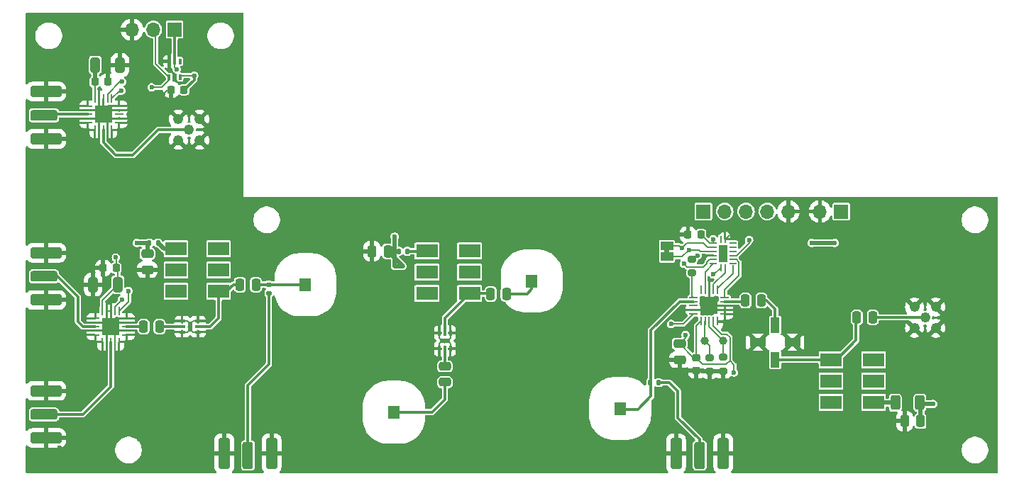
<source format=gbr>
%TF.GenerationSoftware,KiCad,Pcbnew,8.0.5*%
%TF.CreationDate,2024-12-20T11:35:34-05:00*%
%TF.ProjectId,mc3_afe,6d63335f-6166-4652-9e6b-696361645f70,rev?*%
%TF.SameCoordinates,Original*%
%TF.FileFunction,Copper,L1,Top*%
%TF.FilePolarity,Positive*%
%FSLAX46Y46*%
G04 Gerber Fmt 4.6, Leading zero omitted, Abs format (unit mm)*
G04 Created by KiCad (PCBNEW 8.0.5) date 2024-12-20 11:35:34*
%MOMM*%
%LPD*%
G01*
G04 APERTURE LIST*
G04 Aperture macros list*
%AMRoundRect*
0 Rectangle with rounded corners*
0 $1 Rounding radius*
0 $2 $3 $4 $5 $6 $7 $8 $9 X,Y pos of 4 corners*
0 Add a 4 corners polygon primitive as box body*
4,1,4,$2,$3,$4,$5,$6,$7,$8,$9,$2,$3,0*
0 Add four circle primitives for the rounded corners*
1,1,$1+$1,$2,$3*
1,1,$1+$1,$4,$5*
1,1,$1+$1,$6,$7*
1,1,$1+$1,$8,$9*
0 Add four rect primitives between the rounded corners*
20,1,$1+$1,$2,$3,$4,$5,0*
20,1,$1+$1,$4,$5,$6,$7,0*
20,1,$1+$1,$6,$7,$8,$9,0*
20,1,$1+$1,$8,$9,$2,$3,0*%
G04 Aperture macros list end*
%TA.AperFunction,EtchedComponent*%
%ADD10C,0.000000*%
%TD*%
%TA.AperFunction,ComponentPad*%
%ADD11C,1.240000*%
%TD*%
%TA.AperFunction,SMDPad,CuDef*%
%ADD12R,1.500000X1.000000*%
%TD*%
%TA.AperFunction,SMDPad,CuDef*%
%ADD13RoundRect,0.200000X-0.275000X0.200000X-0.275000X-0.200000X0.275000X-0.200000X0.275000X0.200000X0*%
%TD*%
%TA.AperFunction,SMDPad,CuDef*%
%ADD14R,2.540000X1.650000*%
%TD*%
%TA.AperFunction,SMDPad,CuDef*%
%ADD15RoundRect,0.250000X-0.385000X-1.350000X0.385000X-1.350000X0.385000X1.350000X-0.385000X1.350000X0*%
%TD*%
%TA.AperFunction,SMDPad,CuDef*%
%ADD16RoundRect,0.250000X-0.425000X-1.600000X0.425000X-1.600000X0.425000X1.600000X-0.425000X1.600000X0*%
%TD*%
%TA.AperFunction,SMDPad,CuDef*%
%ADD17RoundRect,0.250000X0.312500X0.625000X-0.312500X0.625000X-0.312500X-0.625000X0.312500X-0.625000X0*%
%TD*%
%TA.AperFunction,SMDPad,CuDef*%
%ADD18RoundRect,0.250000X0.475000X-0.250000X0.475000X0.250000X-0.475000X0.250000X-0.475000X-0.250000X0*%
%TD*%
%TA.AperFunction,SMDPad,CuDef*%
%ADD19RoundRect,0.100000X-0.100000X0.225000X-0.100000X-0.225000X0.100000X-0.225000X0.100000X0.225000X0*%
%TD*%
%TA.AperFunction,SMDPad,CuDef*%
%ADD20R,1.020000X1.830000*%
%TD*%
%TA.AperFunction,SMDPad,CuDef*%
%ADD21R,1.830000X1.020000*%
%TD*%
%TA.AperFunction,SMDPad,CuDef*%
%ADD22RoundRect,0.250000X-1.350000X0.385000X-1.350000X-0.385000X1.350000X-0.385000X1.350000X0.385000X0*%
%TD*%
%TA.AperFunction,SMDPad,CuDef*%
%ADD23RoundRect,0.250000X-1.600000X0.425000X-1.600000X-0.425000X1.600000X-0.425000X1.600000X0.425000X0*%
%TD*%
%TA.AperFunction,SMDPad,CuDef*%
%ADD24RoundRect,0.135000X-0.135000X-0.185000X0.135000X-0.185000X0.135000X0.185000X-0.135000X0.185000X0*%
%TD*%
%TA.AperFunction,ComponentPad*%
%ADD25C,1.000000*%
%TD*%
%TA.AperFunction,SMDPad,CuDef*%
%ADD26R,0.800000X0.300000*%
%TD*%
%TA.AperFunction,HeatsinkPad*%
%ADD27R,0.600000X1.200000*%
%TD*%
%TA.AperFunction,SMDPad,CuDef*%
%ADD28RoundRect,0.062500X-0.450000X-0.062500X0.450000X-0.062500X0.450000X0.062500X-0.450000X0.062500X0*%
%TD*%
%TA.AperFunction,SMDPad,CuDef*%
%ADD29RoundRect,0.062500X-0.062500X-0.450000X0.062500X-0.450000X0.062500X0.450000X-0.062500X0.450000X0*%
%TD*%
%TA.AperFunction,HeatsinkPad*%
%ADD30R,2.100000X2.100000*%
%TD*%
%TA.AperFunction,SMDPad,CuDef*%
%ADD31RoundRect,0.250000X-0.250000X-0.475000X0.250000X-0.475000X0.250000X0.475000X-0.250000X0.475000X0*%
%TD*%
%TA.AperFunction,SMDPad,CuDef*%
%ADD32RoundRect,0.225000X-0.225000X-0.250000X0.225000X-0.250000X0.225000X0.250000X-0.225000X0.250000X0*%
%TD*%
%TA.AperFunction,SMDPad,CuDef*%
%ADD33RoundRect,0.250000X-0.325000X-0.650000X0.325000X-0.650000X0.325000X0.650000X-0.325000X0.650000X0*%
%TD*%
%TA.AperFunction,SMDPad,CuDef*%
%ADD34RoundRect,0.062500X0.062500X0.350000X-0.062500X0.350000X-0.062500X-0.350000X0.062500X-0.350000X0*%
%TD*%
%TA.AperFunction,SMDPad,CuDef*%
%ADD35RoundRect,0.062500X0.350000X0.062500X-0.350000X0.062500X-0.350000X-0.062500X0.350000X-0.062500X0*%
%TD*%
%TA.AperFunction,HeatsinkPad*%
%ADD36R,1.000000X2.000000*%
%TD*%
%TA.AperFunction,SMDPad,CuDef*%
%ADD37RoundRect,0.225000X0.250000X-0.225000X0.250000X0.225000X-0.250000X0.225000X-0.250000X-0.225000X0*%
%TD*%
%TA.AperFunction,SMDPad,CuDef*%
%ADD38R,0.300000X0.800000*%
%TD*%
%TA.AperFunction,HeatsinkPad*%
%ADD39R,1.200000X0.600000*%
%TD*%
%TA.AperFunction,SMDPad,CuDef*%
%ADD40RoundRect,0.225000X0.225000X0.250000X-0.225000X0.250000X-0.225000X-0.250000X0.225000X-0.250000X0*%
%TD*%
%TA.AperFunction,SMDPad,CuDef*%
%ADD41R,1.397000X1.524000*%
%TD*%
%TA.AperFunction,ComponentPad*%
%ADD42C,1.016000*%
%TD*%
%TA.AperFunction,SMDPad,CuDef*%
%ADD43R,5.664200X13.208000*%
%TD*%
%TA.AperFunction,SMDPad,CuDef*%
%ADD44R,2.387600X18.796000*%
%TD*%
%TA.AperFunction,SMDPad,CuDef*%
%ADD45RoundRect,0.250000X0.325000X0.650000X-0.325000X0.650000X-0.325000X-0.650000X0.325000X-0.650000X0*%
%TD*%
%TA.AperFunction,SMDPad,CuDef*%
%ADD46RoundRect,0.135000X-0.185000X0.135000X-0.185000X-0.135000X0.185000X-0.135000X0.185000X0.135000X0*%
%TD*%
%TA.AperFunction,ComponentPad*%
%ADD47R,1.700000X1.700000*%
%TD*%
%TA.AperFunction,ComponentPad*%
%ADD48O,1.700000X1.700000*%
%TD*%
%TA.AperFunction,SMDPad,CuDef*%
%ADD49RoundRect,0.135000X0.135000X0.185000X-0.135000X0.185000X-0.135000X-0.185000X0.135000X-0.185000X0*%
%TD*%
%TA.AperFunction,ViaPad*%
%ADD50C,0.600000*%
%TD*%
%TA.AperFunction,Conductor*%
%ADD51C,0.342392*%
%TD*%
%TA.AperFunction,Conductor*%
%ADD52C,0.200000*%
%TD*%
%TA.AperFunction,Conductor*%
%ADD53C,0.500000*%
%TD*%
G04 APERTURE END LIST*
D10*
%TA.AperFunction,EtchedComponent*%
%TO.C,JP3*%
G36*
X142800000Y-86750000D02*
G01*
X142200000Y-86750000D01*
X142200000Y-86250000D01*
X142800000Y-86250000D01*
X142800000Y-86750000D01*
G37*
%TD.AperFunction*%
%TD*%
D11*
%TO.P,J5,1,In*%
%TO.N,Net-(J5-In)*%
X173300000Y-94430000D03*
%TO.P,J5,2,Ext*%
%TO.N,GND*%
X172030000Y-93160000D03*
X172030000Y-95700000D03*
X174570000Y-93160000D03*
X174570000Y-95700000D03*
%TD*%
D12*
%TO.P,JP3,1,A*%
%TO.N,Net-(J9-Pin_3)*%
X142500000Y-87150000D03*
%TO.P,JP3,2,B*%
%TO.N,Net-(J9-Pin_2)*%
X142500000Y-85850000D03*
%TD*%
D13*
%TO.P,R10,1*%
%TO.N,Net-(U4-PUP2)*%
X149200000Y-99175000D03*
%TO.P,R10,2*%
%TO.N,GND*%
X149200000Y-100825000D03*
%TD*%
%TO.P,R8,1*%
%TO.N,Net-(U11-QE)*%
X145500000Y-87425000D03*
%TO.P,R8,2*%
%TO.N,Net-(U4-C16)*%
X145500000Y-89075000D03*
%TD*%
D14*
%TO.P,L1,1,RFIN*%
%TO.N,Net-(L1-RFIN)*%
X162060000Y-99460000D03*
%TO.P,L1,2,NC*%
%TO.N,unconnected-(L1-NC-Pad2)*%
X162060000Y-102000000D03*
%TO.P,L1,3,NC*%
%TO.N,unconnected-(L1-NC-Pad3)*%
X162060000Y-104540000D03*
%TO.P,L1,4,RFGND*%
%TO.N,Net-(L1-RFGND)*%
X167140000Y-104540000D03*
%TO.P,L1,5,NC*%
%TO.N,unconnected-(L1-NC-Pad5)*%
X167140000Y-102000000D03*
%TO.P,L1,6,NC*%
%TO.N,unconnected-(L1-NC-Pad6)*%
X167140000Y-99460000D03*
%TD*%
D15*
%TO.P,J7,1,In*%
%TO.N,Net-(J7-In)*%
X146400000Y-110900000D03*
D16*
%TO.P,J7,2,Ext*%
%TO.N,GND*%
X149225000Y-110650000D03*
X143575000Y-110650000D03*
%TD*%
D17*
%TO.P,R3,1*%
%TO.N,+12V*%
X172662500Y-104600000D03*
%TO.P,R3,2*%
%TO.N,Net-(L1-RFGND)*%
X169737500Y-104600000D03*
%TD*%
D18*
%TO.P,C4,1*%
%TO.N,GND*%
X80500000Y-88700000D03*
%TO.P,C4,2*%
%TO.N,+5V*%
X80500000Y-86800000D03*
%TD*%
D19*
%TO.P,U12,1*%
%TO.N,N/C*%
X84400000Y-63800000D03*
%TO.P,U12,2*%
%TO.N,/SW1*%
X83750000Y-63800000D03*
%TO.P,U12,3,GND*%
%TO.N,GND*%
X83100000Y-63800000D03*
%TO.P,U12,4*%
%TO.N,/SW2*%
X83100000Y-65700000D03*
%TO.P,U12,5,VCC*%
%TO.N,+3V0*%
X84400000Y-65700000D03*
%TD*%
D20*
%TO.P,U8,1*%
%TO.N,Net-(C9-Pad2)*%
X155400000Y-95330000D03*
D21*
%TO.P,U8,2,GND*%
%TO.N,GND*%
X153330000Y-97400000D03*
D20*
%TO.P,U8,3*%
%TO.N,Net-(L1-RFIN)*%
X155400000Y-99470000D03*
D21*
%TO.P,U8,4,GND*%
%TO.N,GND*%
X157470000Y-97400000D03*
%TD*%
D22*
%TO.P,J3,1,In*%
%TO.N,Net-(J3-In)*%
X68162500Y-106000000D03*
D23*
%TO.P,J3,2,Ext*%
%TO.N,GND*%
X68412500Y-108825000D03*
X68412500Y-103175000D03*
%TD*%
D24*
%TO.P,R2,1*%
%TO.N,+5V*%
X110490000Y-86500000D03*
%TO.P,R2,2*%
%TO.N,Net-(L2-RFGND)*%
X111510000Y-86500000D03*
%TD*%
D25*
%TO.P,TP2,1,1*%
%TO.N,Net-(U4-PUP2)*%
X149200000Y-97200000D03*
%TD*%
D26*
%TO.P,U1,1,GND*%
%TO.N,GND*%
X84650000Y-94850000D03*
%TO.P,U1,2*%
%TO.N,Net-(C1-Pad2)*%
X84650000Y-95500000D03*
%TO.P,U1,3,GND*%
%TO.N,GND*%
X84650000Y-96150000D03*
%TO.P,U1,4,GND*%
X86550000Y-96150000D03*
%TO.P,U1,5*%
%TO.N,Net-(L3-RFIN)*%
X86550000Y-95500000D03*
%TO.P,U1,6,GND*%
%TO.N,GND*%
X86550000Y-94850000D03*
D27*
%TO.P,U1,7,GND*%
X85600000Y-95500000D03*
%TD*%
D14*
%TO.P,L2,1,RFIN*%
%TO.N,Net-(L2-RFIN)*%
X118940000Y-91540000D03*
%TO.P,L2,2,NC*%
%TO.N,unconnected-(L2-NC-Pad2)*%
X118940000Y-89000000D03*
%TO.P,L2,3,NC*%
%TO.N,unconnected-(L2-NC-Pad3)*%
X118940000Y-86460000D03*
%TO.P,L2,4,RFGND*%
%TO.N,Net-(L2-RFGND)*%
X113860000Y-86460000D03*
%TO.P,L2,5,NC*%
%TO.N,unconnected-(L2-NC-Pad5)*%
X113860000Y-89000000D03*
%TO.P,L2,6,NC*%
%TO.N,unconnected-(L2-NC-Pad6)*%
X113860000Y-91540000D03*
%TD*%
D28*
%TO.P,U4,1,C16*%
%TO.N,Net-(U4-C16)*%
X145675000Y-92000000D03*
%TO.P,U4,2,RFIN*%
%TO.N,Net-(U4-RFIN)*%
X145675000Y-92500000D03*
%TO.P,U4,3,NC*%
%TO.N,unconnected-(U4-NC-Pad3)*%
X145675000Y-93000000D03*
%TO.P,U4,4,GND*%
%TO.N,GND*%
X145675000Y-93500000D03*
%TO.P,U4,5,LE*%
%TO.N,Net-(J9-Pin_4)*%
X145675000Y-94000000D03*
D29*
%TO.P,U4,6,VDD*%
%TO.N,+3V0*%
X146537500Y-94862500D03*
%TO.P,U4,7,PUP1*%
%TO.N,Net-(U4-PUP1)*%
X147037500Y-94862500D03*
%TO.P,U4,8,PUP2*%
%TO.N,Net-(U4-PUP2)*%
X147537500Y-94862500D03*
%TO.P,U4,9,VDD*%
%TO.N,+3V0*%
X148037500Y-94862500D03*
%TO.P,U4,10,GND*%
%TO.N,GND*%
X148537500Y-94862500D03*
D28*
%TO.P,U4,11,GND*%
X149400000Y-94000000D03*
%TO.P,U4,12,GND*%
X149400000Y-93500000D03*
%TO.P,U4,13,GND*%
X149400000Y-93000000D03*
%TO.P,U4,14,RFOUT*%
%TO.N,Net-(U4-RFOUT)*%
X149400000Y-92500000D03*
%TO.P,U4,15,C8*%
%TO.N,Net-(U11-QD)*%
X149400000Y-92000000D03*
D29*
%TO.P,U4,16,C4*%
%TO.N,Net-(U11-QC)*%
X148537500Y-91137500D03*
%TO.P,U4,17,C2*%
%TO.N,Net-(U11-QB)*%
X148037500Y-91137500D03*
%TO.P,U4,18,GND*%
%TO.N,GND*%
X147537500Y-91137500D03*
%TO.P,U4,19,C1*%
%TO.N,Net-(U11-QA)*%
X147037500Y-91137500D03*
%TO.P,U4,20,NC*%
%TO.N,unconnected-(U4-NC-Pad20)*%
X146537500Y-91137500D03*
D30*
%TO.P,U4,21,GND*%
%TO.N,GND*%
X147537500Y-93000000D03*
%TD*%
D31*
%TO.P,C7,1*%
%TO.N,GND*%
X107300000Y-86500000D03*
%TO.P,C7,2*%
%TO.N,+5V*%
X109200000Y-86500000D03*
%TD*%
D18*
%TO.P,C2,1*%
%TO.N,Net-(C2-Pad1)*%
X116000000Y-102150000D03*
%TO.P,C2,2*%
%TO.N,Net-(C2-Pad2)*%
X116000000Y-100250000D03*
%TD*%
%TO.P,C21,1*%
%TO.N,GND*%
X144000000Y-99450000D03*
%TO.P,C21,2*%
%TO.N,+3V0*%
X144000000Y-97550000D03*
%TD*%
D31*
%TO.P,C9,1*%
%TO.N,Net-(U4-RFOUT)*%
X151850000Y-92400000D03*
%TO.P,C9,2*%
%TO.N,Net-(C9-Pad2)*%
X153750000Y-92400000D03*
%TD*%
%TO.P,C8,1*%
%TO.N,Net-(L2-RFIN)*%
X121450000Y-91600000D03*
%TO.P,C8,2*%
%TO.N,Net-(C8-Pad2)*%
X123350000Y-91600000D03*
%TD*%
%TO.P,C3,1*%
%TO.N,Net-(L3-RFIN)*%
X91550000Y-90500000D03*
%TO.P,C3,2*%
%TO.N,Net-(C3-Pad2)*%
X93450000Y-90500000D03*
%TD*%
%TO.P,C11,1*%
%TO.N,GND*%
X170850000Y-106800000D03*
%TO.P,C11,2*%
%TO.N,+12V*%
X172750000Y-106800000D03*
%TD*%
D32*
%TO.P,C25,1*%
%TO.N,GND*%
X83335000Y-67200000D03*
%TO.P,C25,2*%
%TO.N,+3V0*%
X84885000Y-67200000D03*
%TD*%
D33*
%TO.P,C23,1*%
%TO.N,GND*%
X74025000Y-90500000D03*
%TO.P,C23,2*%
%TO.N,+3V0*%
X76975000Y-90500000D03*
%TD*%
D11*
%TO.P,J2,1,In*%
%TO.N,Net-(J2-In)*%
X85480000Y-71980000D03*
%TO.P,J2,2,Ext*%
%TO.N,GND*%
X84210000Y-70710000D03*
X84210000Y-73250000D03*
X86750000Y-70710000D03*
X86750000Y-73250000D03*
%TD*%
D31*
%TO.P,C1,1*%
%TO.N,Net-(U5-RF2)*%
X80050000Y-95500000D03*
%TO.P,C1,2*%
%TO.N,Net-(C1-Pad2)*%
X81950000Y-95500000D03*
%TD*%
D13*
%TO.P,R9,1*%
%TO.N,Net-(U4-PUP1)*%
X147600000Y-99200000D03*
%TO.P,R9,2*%
%TO.N,GND*%
X147600000Y-100850000D03*
%TD*%
D34*
%TO.P,U11,1,QB*%
%TO.N,Net-(U11-QB)*%
X149437500Y-88437500D03*
D35*
%TO.P,U11,2,QC*%
%TO.N,Net-(U11-QC)*%
X150375000Y-88000000D03*
%TO.P,U11,3,QD*%
%TO.N,Net-(U11-QD)*%
X150375000Y-87500000D03*
%TO.P,U11,4,QE*%
%TO.N,Net-(U11-QE)*%
X150375000Y-87000000D03*
%TO.P,U11,5,QF*%
%TO.N,unconnected-(U11-QF-Pad5)*%
X150375000Y-86500000D03*
%TO.P,U11,6,QG*%
%TO.N,unconnected-(U11-QG-Pad6)*%
X150375000Y-86000000D03*
%TO.P,U11,7,QH*%
%TO.N,unconnected-(U11-QH-Pad7)*%
X150375000Y-85500000D03*
D34*
%TO.P,U11,8,GND*%
%TO.N,GND*%
X149437500Y-85062500D03*
%TO.P,U11,9,QH'*%
%TO.N,unconnected-(U11-QH'-Pad9)*%
X148937500Y-85062500D03*
D35*
%TO.P,U11,10,~{SRCLR}*%
%TO.N,+3V0*%
X148000000Y-85500000D03*
%TO.P,U11,11,SRCLK*%
%TO.N,Net-(J9-Pin_2)*%
X148000000Y-86000000D03*
%TO.P,U11,12,RCLK*%
%TO.N,Net-(J9-Pin_3)*%
X148000000Y-86500000D03*
%TO.P,U11,13,~{OE}*%
%TO.N,GND*%
X148000000Y-87000000D03*
%TO.P,U11,14,SER*%
%TO.N,Net-(J9-Pin_1)*%
X148000000Y-87500000D03*
%TO.P,U11,15,QA*%
%TO.N,Net-(U11-QA)*%
X148000000Y-88000000D03*
D34*
%TO.P,U11,16,VCC*%
%TO.N,+3V0*%
X148937500Y-88437500D03*
D36*
%TO.P,U11,17*%
%TO.N,N/C*%
X149187500Y-86750000D03*
%TD*%
D37*
%TO.P,C5,1*%
%TO.N,GND*%
X146000000Y-100775000D03*
%TO.P,C5,2*%
%TO.N,+3V0*%
X146000000Y-99225000D03*
%TD*%
D22*
%TO.P,J1,1,In*%
%TO.N,Net-(J1-In)*%
X68162500Y-70250000D03*
D23*
%TO.P,J1,2,Ext*%
%TO.N,GND*%
X68412500Y-73075000D03*
X68412500Y-67425000D03*
%TD*%
D31*
%TO.P,C12,1*%
%TO.N,Net-(L1-RFIN)*%
X165150000Y-94400000D03*
%TO.P,C12,2*%
%TO.N,Net-(J5-In)*%
X167050000Y-94400000D03*
%TD*%
D38*
%TO.P,U6,1,GND*%
%TO.N,GND*%
X115350000Y-98150000D03*
%TO.P,U6,2*%
%TO.N,Net-(C2-Pad2)*%
X116000000Y-98150000D03*
%TO.P,U6,3,GND*%
%TO.N,GND*%
X116650000Y-98150000D03*
%TO.P,U6,4,GND*%
X116650000Y-96250000D03*
%TO.P,U6,5*%
%TO.N,Net-(L2-RFIN)*%
X116000000Y-96250000D03*
%TO.P,U6,6,GND*%
%TO.N,GND*%
X115350000Y-96250000D03*
D39*
%TO.P,U6,7,GND*%
X116000000Y-97200000D03*
%TD*%
D40*
%TO.P,C10,1*%
%TO.N,GND*%
X75775000Y-66250000D03*
%TO.P,C10,2*%
%TO.N,+3V0*%
X74225000Y-66250000D03*
%TD*%
D41*
%TO.P,U7,1*%
%TO.N,Net-(C8-Pad2)*%
X126364500Y-90060000D03*
%TO.P,U7,2,GND*%
%TO.N,GND*%
X136905500Y-90060000D03*
D42*
X137985000Y-89298000D03*
X137985000Y-90822000D03*
%TO.P,U7,3,GND*%
X125285000Y-94378000D03*
X125285000Y-95902000D03*
D41*
X126364500Y-95140000D03*
%TO.P,U7,4,GND*%
X136905500Y-95140000D03*
D42*
X137985000Y-94378000D03*
X137985000Y-95902000D03*
%TO.P,U7,5,GND*%
X125285000Y-99458000D03*
X125285000Y-100982000D03*
D41*
X126364500Y-100220000D03*
%TO.P,U7,6,GND*%
X136905500Y-100220000D03*
D42*
X137985000Y-99458000D03*
X137985000Y-100982000D03*
%TO.P,U7,7,GND*%
X125285000Y-104538000D03*
X125285000Y-106062000D03*
D41*
X126364500Y-105300000D03*
D43*
X127609100Y-100474000D03*
D42*
X131000000Y-90060000D03*
X131000000Y-92600000D03*
X131000000Y-95140000D03*
X131000000Y-97680000D03*
X131000000Y-100220000D03*
X131000000Y-102760000D03*
X131000000Y-105300000D03*
D44*
X131635000Y-97680000D03*
D42*
X132270000Y-90060000D03*
X132270000Y-92600000D03*
X132270000Y-95140000D03*
X132270000Y-97680000D03*
X132270000Y-100220000D03*
X132270000Y-102760000D03*
X132270000Y-105300000D03*
D43*
X135660900Y-94886000D03*
D41*
%TO.P,U7,8*%
%TO.N,Net-(U4-RFIN)*%
X136905500Y-105300000D03*
%TD*%
D15*
%TO.P,J6,1,In*%
%TO.N,Net-(J6-In)*%
X92500000Y-110900000D03*
D16*
%TO.P,J6,2,Ext*%
%TO.N,GND*%
X95325000Y-110650000D03*
X89675000Y-110650000D03*
%TD*%
D45*
%TO.P,C26,1*%
%TO.N,GND*%
X77225000Y-64250000D03*
%TO.P,C26,2*%
%TO.N,+3V0*%
X74275000Y-64250000D03*
%TD*%
D28*
%TO.P,U5,1,GND*%
%TO.N,GND*%
X74275000Y-94500000D03*
%TO.P,U5,2,GND*%
X74275000Y-95000000D03*
%TO.P,U5,3,RF1*%
%TO.N,Net-(J4-In)*%
X74275000Y-95500000D03*
%TO.P,U5,4,GND*%
%TO.N,GND*%
X74275000Y-96000000D03*
%TO.P,U5,5,GND*%
X74275000Y-96500000D03*
D29*
%TO.P,U5,6,GND*%
X75137500Y-97362500D03*
%TO.P,U5,7,GND*%
X75637500Y-97362500D03*
%TO.P,U5,8,COM*%
%TO.N,Net-(J3-In)*%
X76137500Y-97362500D03*
%TO.P,U5,9,GND*%
%TO.N,GND*%
X76637500Y-97362500D03*
%TO.P,U5,10,GND*%
X77137500Y-97362500D03*
D28*
%TO.P,U5,11,GND*%
X78000000Y-96500000D03*
%TO.P,U5,12,GND*%
X78000000Y-96000000D03*
%TO.P,U5,13,RF2*%
%TO.N,Net-(U5-RF2)*%
X78000000Y-95500000D03*
%TO.P,U5,14,GND*%
%TO.N,GND*%
X78000000Y-95000000D03*
%TO.P,U5,15,GND*%
X78000000Y-94500000D03*
D29*
%TO.P,U5,16,CTRL2*%
%TO.N,/SW2*%
X77137500Y-93637500D03*
%TO.P,U5,17,CTRL1*%
%TO.N,/SW1*%
X76637500Y-93637500D03*
%TO.P,U5,18,GND*%
%TO.N,GND*%
X76137500Y-93637500D03*
%TO.P,U5,19,GND*%
X75637500Y-93637500D03*
%TO.P,U5,20,VDD*%
%TO.N,+3V0*%
X75137500Y-93637500D03*
D30*
%TO.P,U5,21,GND*%
%TO.N,GND*%
X76137500Y-95500000D03*
%TD*%
D46*
%TO.P,R4,1*%
%TO.N,Net-(C3-Pad2)*%
X95000000Y-90490000D03*
%TO.P,R4,2*%
%TO.N,Net-(J6-In)*%
X95000000Y-91510000D03*
%TD*%
D41*
%TO.P,U2,1*%
%TO.N,Net-(C3-Pad2)*%
X99364500Y-90500000D03*
%TO.P,U2,2,GND*%
%TO.N,GND*%
X109905500Y-90500000D03*
D42*
X110985000Y-89738000D03*
X110985000Y-91262000D03*
%TO.P,U2,3,GND*%
X98285000Y-94818000D03*
X98285000Y-96342000D03*
D41*
X99364500Y-95580000D03*
%TO.P,U2,4,GND*%
X109905500Y-95580000D03*
D42*
X110985000Y-94818000D03*
X110985000Y-96342000D03*
%TO.P,U2,5,GND*%
X98285000Y-99898000D03*
X98285000Y-101422000D03*
D41*
X99364500Y-100660000D03*
%TO.P,U2,6,GND*%
X109905500Y-100660000D03*
D42*
X110985000Y-99898000D03*
X110985000Y-101422000D03*
%TO.P,U2,7,GND*%
X98285000Y-104978000D03*
X98285000Y-106502000D03*
D41*
X99364500Y-105740000D03*
D43*
X100609100Y-100914000D03*
D42*
X104000000Y-90500000D03*
X104000000Y-93040000D03*
X104000000Y-95580000D03*
X104000000Y-98120000D03*
X104000000Y-100660000D03*
X104000000Y-103200000D03*
X104000000Y-105740000D03*
D44*
X104635000Y-98120000D03*
D42*
X105270000Y-90500000D03*
X105270000Y-93040000D03*
X105270000Y-95580000D03*
X105270000Y-98120000D03*
X105270000Y-100660000D03*
X105270000Y-103200000D03*
X105270000Y-105740000D03*
D43*
X108660900Y-95326000D03*
D41*
%TO.P,U2,8*%
%TO.N,Net-(C2-Pad1)*%
X109905500Y-105740000D03*
%TD*%
D47*
%TO.P,J9,1,Pin_1*%
%TO.N,Net-(J9-Pin_1)*%
X146840000Y-81750000D03*
D48*
%TO.P,J9,2,Pin_2*%
%TO.N,Net-(J9-Pin_2)*%
X149380000Y-81750000D03*
%TO.P,J9,3,Pin_3*%
%TO.N,Net-(J9-Pin_3)*%
X151920000Y-81750000D03*
%TO.P,J9,4,Pin_4*%
%TO.N,Net-(J9-Pin_4)*%
X154460000Y-81750000D03*
%TO.P,J9,5,Pin_5*%
%TO.N,GND*%
X157000000Y-81750000D03*
%TD*%
D32*
%TO.P,C6,1*%
%TO.N,GND*%
X75225000Y-88500000D03*
%TO.P,C6,2*%
%TO.N,+3V0*%
X76775000Y-88500000D03*
%TD*%
D28*
%TO.P,U3,1,GND*%
%TO.N,GND*%
X73387500Y-69137500D03*
%TO.P,U3,2,GND*%
X73387500Y-69637500D03*
%TO.P,U3,3,RF1*%
%TO.N,Net-(J1-In)*%
X73387500Y-70137500D03*
%TO.P,U3,4,GND*%
%TO.N,GND*%
X73387500Y-70637500D03*
%TO.P,U3,5,GND*%
X73387500Y-71137500D03*
D29*
%TO.P,U3,6,GND*%
X74250000Y-72000000D03*
%TO.P,U3,7,GND*%
X74750000Y-72000000D03*
%TO.P,U3,8,COM*%
%TO.N,Net-(J2-In)*%
X75250000Y-72000000D03*
%TO.P,U3,9,GND*%
%TO.N,GND*%
X75750000Y-72000000D03*
%TO.P,U3,10,GND*%
X76250000Y-72000000D03*
D28*
%TO.P,U3,11,GND*%
X77112500Y-71137500D03*
%TO.P,U3,12,GND*%
X77112500Y-70637500D03*
%TO.P,U3,13,RF2*%
%TO.N,unconnected-(U3-RF2-Pad13)*%
X77112500Y-70137500D03*
%TO.P,U3,14,GND*%
%TO.N,GND*%
X77112500Y-69637500D03*
%TO.P,U3,15,GND*%
X77112500Y-69137500D03*
D29*
%TO.P,U3,16,CTRL2*%
%TO.N,/SW2*%
X76250000Y-68275000D03*
%TO.P,U3,17,CTRL1*%
%TO.N,/SW1*%
X75750000Y-68275000D03*
%TO.P,U3,18,GND*%
%TO.N,GND*%
X75250000Y-68275000D03*
%TO.P,U3,19,GND*%
X74750000Y-68275000D03*
%TO.P,U3,20,VDD*%
%TO.N,+3V0*%
X74250000Y-68275000D03*
D30*
%TO.P,U3,21,GND*%
%TO.N,GND*%
X75250000Y-70137500D03*
%TD*%
D47*
%TO.P,J10,1,Pin_1*%
%TO.N,+12V*%
X163290000Y-81750000D03*
D48*
%TO.P,J10,2,Pin_2*%
%TO.N,GND*%
X160750000Y-81750000D03*
%TD*%
D14*
%TO.P,L3,1,RFIN*%
%TO.N,Net-(L3-RFIN)*%
X89000000Y-91290000D03*
%TO.P,L3,2,NC*%
%TO.N,unconnected-(L3-NC-Pad2)*%
X89000000Y-88750000D03*
%TO.P,L3,3,NC*%
%TO.N,unconnected-(L3-NC-Pad3)*%
X89000000Y-86210000D03*
%TO.P,L3,4,RFGND*%
%TO.N,Net-(L3-RFGND)*%
X83920000Y-86210000D03*
%TO.P,L3,5,NC*%
%TO.N,unconnected-(L3-NC-Pad5)*%
X83920000Y-88750000D03*
%TO.P,L3,6,NC*%
%TO.N,unconnected-(L3-NC-Pad6)*%
X83920000Y-91290000D03*
%TD*%
D24*
%TO.P,R1,1*%
%TO.N,+5V*%
X80740000Y-85500000D03*
%TO.P,R1,2*%
%TO.N,Net-(L3-RFGND)*%
X81760000Y-85500000D03*
%TD*%
D49*
%TO.P,R5,1*%
%TO.N,Net-(J7-In)*%
X141510000Y-102200000D03*
%TO.P,R5,2*%
%TO.N,Net-(U4-RFIN)*%
X140490000Y-102200000D03*
%TD*%
D47*
%TO.P,J8,1,Pin_1*%
%TO.N,/SW1*%
X83750000Y-60000000D03*
D48*
%TO.P,J8,2,Pin_2*%
%TO.N,/SW2*%
X81210000Y-60000000D03*
%TO.P,J8,3,Pin_3*%
%TO.N,GND*%
X78670000Y-60000000D03*
%TD*%
D25*
%TO.P,TP1,1,1*%
%TO.N,Net-(U4-PUP1)*%
X147000000Y-97200000D03*
%TD*%
D22*
%TO.P,J4,1,In*%
%TO.N,Net-(J4-In)*%
X68162500Y-89500000D03*
D23*
%TO.P,J4,2,Ext*%
%TO.N,GND*%
X68412500Y-92325000D03*
X68412500Y-86675000D03*
%TD*%
D32*
%TO.P,C24,1*%
%TO.N,GND*%
X145000000Y-84500000D03*
%TO.P,C24,2*%
%TO.N,+3V0*%
X146550000Y-84500000D03*
%TD*%
D50*
%TO.N,GND*%
X85000000Y-110000000D03*
X72500000Y-62500000D03*
X102500000Y-112500000D03*
X77500000Y-102500000D03*
X97115686Y-82884314D03*
X147500000Y-102500000D03*
X122000000Y-89800000D03*
X160000000Y-110000000D03*
X117500000Y-97500000D03*
X137500000Y-82500000D03*
X77500000Y-82500000D03*
X90000000Y-95000000D03*
X107500000Y-112500000D03*
X80600000Y-92500000D03*
X75000000Y-110000000D03*
X87500000Y-77500000D03*
X142500000Y-107500000D03*
X112500000Y-112500000D03*
X155000000Y-90000000D03*
X153900000Y-99800000D03*
X113900000Y-103700000D03*
X112500000Y-100000000D03*
X158800000Y-93500000D03*
X157300000Y-95500000D03*
X167500000Y-92500000D03*
X87500000Y-112500000D03*
X72600000Y-96500000D03*
X164900000Y-100000000D03*
X75950000Y-92634323D03*
X155400000Y-102100000D03*
X168600000Y-97700000D03*
X130000000Y-110000000D03*
X120000000Y-110000000D03*
X75000000Y-100000000D03*
X150500000Y-95500000D03*
X87500000Y-67500000D03*
X154000000Y-95800000D03*
X140000000Y-85000000D03*
X142200000Y-104400000D03*
X163200000Y-95100000D03*
X90000000Y-80000000D03*
X82500000Y-107500000D03*
X177500000Y-112500000D03*
X137500000Y-112500000D03*
X110000000Y-110000000D03*
X122500000Y-87500000D03*
X92143291Y-82251908D03*
X167500000Y-82500000D03*
X85000000Y-80000000D03*
X132500000Y-82500000D03*
X166684314Y-88315686D03*
X70000000Y-80000000D03*
X90000000Y-105000000D03*
X170800000Y-91400000D03*
X85000000Y-105000000D03*
X122200000Y-93400000D03*
X77500000Y-107500000D03*
X177500000Y-102500000D03*
X163000000Y-97500000D03*
X100000000Y-110000000D03*
X177500000Y-97500000D03*
X160000000Y-105000000D03*
X127500000Y-112500000D03*
X82500000Y-82500000D03*
X90000000Y-70000000D03*
X72500000Y-102500000D03*
X120000000Y-105000000D03*
X77500000Y-77500000D03*
X102500000Y-87500000D03*
X135000000Y-85000000D03*
X82500000Y-112500000D03*
X72500000Y-97500000D03*
X120000000Y-95000000D03*
X147500000Y-107500000D03*
X117500000Y-82500000D03*
X160000000Y-90000000D03*
X90000000Y-65000000D03*
X79500000Y-93700000D03*
X72500000Y-77500000D03*
X115000000Y-110000000D03*
X87500000Y-107500000D03*
X127500000Y-82500000D03*
X87500000Y-82500000D03*
X139500000Y-100000000D03*
X170000000Y-85000000D03*
X143000000Y-89000000D03*
X92500000Y-97500000D03*
X122500000Y-82500000D03*
X157500000Y-107500000D03*
X150000000Y-105000000D03*
X92500000Y-92500000D03*
X180000000Y-90000000D03*
X168700000Y-95600000D03*
X80000000Y-65000000D03*
X175000000Y-90000000D03*
X70000000Y-85000000D03*
X122500000Y-102500000D03*
X170700000Y-97900000D03*
X74000000Y-92500000D03*
X82500000Y-77500000D03*
X151200000Y-97500000D03*
X166100000Y-96600000D03*
X104785689Y-85550000D03*
X117500000Y-107500000D03*
X180000000Y-95000000D03*
X102334314Y-82665686D03*
X77500000Y-112500000D03*
X105000000Y-110000000D03*
X94828830Y-85402534D03*
X151100000Y-90900000D03*
X167500000Y-107500000D03*
X85000000Y-100000000D03*
X141000000Y-90500000D03*
X135000000Y-110000000D03*
X80000000Y-75000000D03*
X132500000Y-112500000D03*
X112500000Y-95000000D03*
X155000000Y-105000000D03*
X180000000Y-100000000D03*
X80000000Y-70000000D03*
X90000000Y-100000000D03*
X162500000Y-107500000D03*
X122500000Y-112500000D03*
X82392165Y-67743135D03*
X82500000Y-97500000D03*
X142500000Y-92500000D03*
X159200000Y-98600000D03*
X70000000Y-95000000D03*
X162500000Y-112500000D03*
X157500000Y-87500000D03*
X157500000Y-102500000D03*
X140000000Y-110000000D03*
X175000000Y-110000000D03*
X180000000Y-105000000D03*
X72500000Y-112500000D03*
X177500000Y-92500000D03*
X155000000Y-110000000D03*
X75000000Y-80000000D03*
X67500000Y-77500000D03*
X87500000Y-97500000D03*
X73700000Y-98100000D03*
X160000000Y-95000000D03*
X82500000Y-102500000D03*
X168600000Y-93500000D03*
X75000000Y-75000000D03*
X155000000Y-85000000D03*
X145000000Y-105000000D03*
X142500000Y-82500000D03*
X72500000Y-82500000D03*
X122500000Y-107500000D03*
X70000000Y-100000000D03*
X85000000Y-75000000D03*
X142500000Y-96500000D03*
X90000000Y-75000000D03*
X67500000Y-82500000D03*
X73200000Y-93400000D03*
X152500000Y-112500000D03*
X165000000Y-110000000D03*
X157500000Y-92500000D03*
X125000000Y-110000000D03*
X141700000Y-100800000D03*
X67500000Y-62500000D03*
X175000000Y-100000000D03*
X130000000Y-85000000D03*
X167500000Y-112500000D03*
X177500000Y-87500000D03*
X141000000Y-93500000D03*
X132500000Y-87500000D03*
X82500000Y-62500000D03*
X152500000Y-102500000D03*
X144900000Y-91400000D03*
X153250000Y-85100000D03*
X180000000Y-85000000D03*
X87500000Y-102500000D03*
X172500000Y-112500000D03*
X77500000Y-62500000D03*
X172500000Y-97500000D03*
X157500000Y-112500000D03*
X165000000Y-90000000D03*
X80000000Y-100000000D03*
X175000000Y-85000000D03*
X67500000Y-112500000D03*
X157900000Y-89900000D03*
X122500000Y-97500000D03*
X172500000Y-87500000D03*
X107615686Y-82284314D03*
X112500000Y-97500000D03*
X70000000Y-110000000D03*
X100000000Y-85550000D03*
X80000000Y-105000000D03*
X177500000Y-107500000D03*
X72500000Y-87500000D03*
X159600000Y-102100000D03*
X72500000Y-107500000D03*
X170000000Y-110000000D03*
X79700000Y-97300000D03*
X172500000Y-82500000D03*
X67500000Y-97500000D03*
X70000000Y-65000000D03*
X80000000Y-80000000D03*
X78800000Y-98000000D03*
X152500000Y-107500000D03*
X117500000Y-112500000D03*
X75000000Y-60000000D03*
X120000000Y-100000000D03*
X112500000Y-82500000D03*
X75000000Y-105000000D03*
X146653809Y-87640921D03*
X117500000Y-102500000D03*
X125000000Y-85000000D03*
X92500000Y-87500000D03*
X143400000Y-90100000D03*
X70000000Y-75000000D03*
%TO.N,+5V*%
X79250000Y-85500000D03*
X110000000Y-84750000D03*
%TO.N,+3V0*%
X162500000Y-85500000D03*
X148000000Y-85080761D03*
X159750000Y-85500000D03*
X150500000Y-101000000D03*
X86080760Y-65500000D03*
X144725013Y-96500013D03*
X74250000Y-65750000D03*
X76750000Y-87250000D03*
X148000000Y-89250000D03*
%TO.N,+12V*%
X174250000Y-104750000D03*
%TO.N,/SW2*%
X81000000Y-66900000D03*
X77388682Y-67310883D03*
X78250000Y-91250000D03*
%TO.N,/SW1*%
X77500000Y-92250000D03*
X84000005Y-64750005D03*
X77500000Y-66249999D03*
%TO.N,Net-(J9-Pin_3)*%
X145093689Y-86343689D03*
%TO.N,Net-(J9-Pin_4)*%
X143000000Y-95200000D03*
%TO.N,Net-(J9-Pin_1)*%
X144500000Y-88000000D03*
%TO.N,Net-(J9-Pin_2)*%
X144268846Y-86138411D03*
%TO.N,Net-(U11-QE)*%
X146128753Y-87011627D03*
X152290691Y-85150000D03*
%TD*%
D51*
%TO.N,Net-(U5-RF2)*%
X78000000Y-95500000D02*
X80050000Y-95500000D01*
%TO.N,Net-(C1-Pad2)*%
X81950000Y-95500000D02*
X84650000Y-95500000D01*
%TO.N,Net-(C2-Pad2)*%
X116000000Y-100550000D02*
X116000000Y-98450000D01*
%TO.N,Net-(C2-Pad1)*%
X114460000Y-105740000D02*
X116000000Y-104200000D01*
X109905500Y-105740000D02*
X114460000Y-105740000D01*
X116000000Y-104200000D02*
X116000000Y-102150000D01*
%TO.N,Net-(L3-RFIN)*%
X90750000Y-90500000D02*
X89960000Y-91290000D01*
X88000000Y-95500000D02*
X86550000Y-95500000D01*
X89960000Y-91290000D02*
X89000000Y-91290000D01*
X89000000Y-94500000D02*
X88000000Y-95500000D01*
X91550000Y-90500000D02*
X90750000Y-90500000D01*
X89000000Y-91290000D02*
X89000000Y-94500000D01*
D52*
%TO.N,GND*%
X76150000Y-64250000D02*
X77225000Y-64250000D01*
X148000000Y-87000000D02*
X147294730Y-87000000D01*
X86550000Y-94850000D02*
X85950000Y-94850000D01*
X144250000Y-93500000D02*
X143750000Y-94000000D01*
X82935300Y-67200000D02*
X82392165Y-67743135D01*
X148675000Y-95000000D02*
X150250000Y-95000000D01*
X85600000Y-95350000D02*
X85600000Y-95650000D01*
X75637500Y-95000000D02*
X76137500Y-95500000D01*
X76137500Y-93637500D02*
X75637500Y-93637500D01*
X147037500Y-93500000D02*
X147537500Y-93000000D01*
X145675000Y-93500000D02*
X144250000Y-93500000D01*
X115700000Y-97200000D02*
X115350000Y-97550000D01*
X85950000Y-96150000D02*
X85600000Y-95800000D01*
X83335000Y-67200000D02*
X82935300Y-67200000D01*
X85250000Y-94850000D02*
X85600000Y-95200000D01*
X76137500Y-92821823D02*
X75950000Y-92634323D01*
X85250000Y-96150000D02*
X85600000Y-95800000D01*
X86550000Y-96150000D02*
X85950000Y-96150000D01*
X149950000Y-84550000D02*
X152700000Y-84550000D01*
X76137500Y-93637500D02*
X76137500Y-95500000D01*
X116650000Y-97550000D02*
X116650000Y-98150000D01*
X152700000Y-84550000D02*
X153250000Y-85100000D01*
X116000000Y-97200000D02*
X116300000Y-97200000D01*
X84650000Y-94850000D02*
X85250000Y-94850000D01*
X115350000Y-96850000D02*
X115700000Y-97200000D01*
X84650000Y-96150000D02*
X85250000Y-96150000D01*
X75775000Y-64425000D02*
X75800000Y-64400000D01*
X115700000Y-97200000D02*
X116000000Y-97200000D01*
X76000000Y-64400000D02*
X76150000Y-64250000D01*
X149437500Y-85062500D02*
X149950000Y-84550000D01*
X147294730Y-87000000D02*
X146653809Y-87640921D01*
X116650000Y-96850000D02*
X116650000Y-96250000D01*
X148537500Y-94862500D02*
X148675000Y-95000000D01*
X74275000Y-95000000D02*
X75637500Y-95000000D01*
X116300000Y-97200000D02*
X116650000Y-96850000D01*
X76137500Y-93637500D02*
X76137500Y-92821823D01*
X115350000Y-97550000D02*
X115350000Y-98150000D01*
X116300000Y-97200000D02*
X116650000Y-97550000D01*
X75775000Y-66250000D02*
X75775000Y-64425000D01*
X147537500Y-91137500D02*
X147537500Y-93000000D01*
X115350000Y-96250000D02*
X115350000Y-96850000D01*
X85950000Y-94850000D02*
X85600000Y-95200000D01*
X145675000Y-93500000D02*
X147037500Y-93500000D01*
X75800000Y-64400000D02*
X76000000Y-64400000D01*
D53*
%TO.N,+5V*%
X110000000Y-84750000D02*
X110000000Y-88272000D01*
X80500000Y-85740000D02*
X80740000Y-85500000D01*
X110000000Y-88272000D02*
X110972000Y-88272000D01*
X110972000Y-88272000D02*
X109200000Y-86500000D01*
D52*
X110490000Y-86500000D02*
X109200000Y-86500000D01*
D53*
X80740000Y-85500000D02*
X79250000Y-85500000D01*
X80500000Y-86800000D02*
X80500000Y-85740000D01*
D52*
%TO.N,+3V0*%
X76775000Y-88500000D02*
X76775000Y-87275000D01*
X74250000Y-65750000D02*
X74250000Y-65750002D01*
X147550000Y-85500000D02*
X146550000Y-84500000D01*
D53*
X162500000Y-85500000D02*
X159750000Y-85500000D01*
D52*
X145675000Y-99225000D02*
X144000000Y-97550000D01*
X150000000Y-99562648D02*
X150500000Y-100062648D01*
X148000000Y-89250000D02*
X148125000Y-89250000D01*
X75137500Y-92337500D02*
X76975000Y-90500000D01*
D51*
X84885000Y-67200000D02*
X86080760Y-66004240D01*
D52*
X76975000Y-90500000D02*
X76975000Y-88700000D01*
X146000000Y-99225000D02*
X145675000Y-99225000D01*
X150500000Y-100062648D02*
X150500000Y-101000000D01*
D53*
X74275000Y-64250000D02*
X74275000Y-65725002D01*
D52*
X150000000Y-99562648D02*
X149562648Y-100000000D01*
X149562648Y-100000000D02*
X146775000Y-100000000D01*
X75137500Y-93637500D02*
X75137500Y-92337500D01*
X148125000Y-89250000D02*
X148937500Y-88437500D01*
X84600000Y-65500000D02*
X86080760Y-65500000D01*
X146775000Y-100000000D02*
X146000000Y-99225000D01*
X76775000Y-87275000D02*
X76750000Y-87250000D01*
X149650000Y-96400000D02*
X150000000Y-96750000D01*
D51*
X86080760Y-66004240D02*
X86080760Y-65500000D01*
D52*
X144725013Y-96824987D02*
X144725013Y-96500013D01*
X148037500Y-95389386D02*
X149048114Y-96400000D01*
X150000000Y-96750000D02*
X150000000Y-99562648D01*
X74250000Y-68275000D02*
X74250000Y-65750000D01*
X84400000Y-65700000D02*
X84600000Y-65500000D01*
X148000000Y-85500000D02*
X147550000Y-85500000D01*
X76975000Y-88700000D02*
X76775000Y-88500000D01*
X149048114Y-96400000D02*
X149650000Y-96400000D01*
X146000000Y-95400000D02*
X146537500Y-94862500D01*
X144000000Y-97550000D02*
X144725013Y-96824987D01*
X148000000Y-85080761D02*
X148000000Y-85500000D01*
X146000000Y-99225000D02*
X146000000Y-95400000D01*
X148037500Y-94862500D02*
X148037500Y-95389386D01*
D53*
X74275000Y-65725002D02*
X74250000Y-65750002D01*
D51*
%TO.N,Net-(C8-Pad2)*%
X123350000Y-91600000D02*
X125800000Y-91600000D01*
X125800000Y-91600000D02*
X126364500Y-91035500D01*
X126364500Y-91035500D02*
X126364500Y-90060000D01*
%TO.N,Net-(L2-RFIN)*%
X116000000Y-96250000D02*
X116000000Y-94480000D01*
X116000000Y-94480000D02*
X118940000Y-91540000D01*
X121390000Y-91540000D02*
X121450000Y-91600000D01*
X118940000Y-91540000D02*
X121390000Y-91540000D01*
X119000000Y-91600000D02*
X118940000Y-91540000D01*
%TO.N,Net-(C9-Pad2)*%
X155400000Y-93400000D02*
X155400000Y-95330000D01*
X154400000Y-92400000D02*
X155400000Y-93400000D01*
X153750000Y-92400000D02*
X154400000Y-92400000D01*
%TO.N,Net-(U4-RFOUT)*%
X149400000Y-92500000D02*
X151750000Y-92500000D01*
X151750000Y-92500000D02*
X151850000Y-92400000D01*
D53*
%TO.N,+12V*%
X172812500Y-104750000D02*
X172662500Y-104600000D01*
X174250000Y-104750000D02*
X172812500Y-104750000D01*
X172750000Y-106800000D02*
X172750000Y-104687500D01*
X172750000Y-104687500D02*
X172662500Y-104600000D01*
D51*
%TO.N,Net-(L1-RFIN)*%
X162060000Y-99460000D02*
X155410000Y-99460000D01*
X162740000Y-99460000D02*
X165050000Y-97150000D01*
X162060000Y-99460000D02*
X162740000Y-99460000D01*
X155410000Y-99460000D02*
X155400000Y-99470000D01*
X165050000Y-97150000D02*
X165050000Y-94500000D01*
X165050000Y-94500000D02*
X165150000Y-94400000D01*
%TO.N,Net-(J5-In)*%
X173300000Y-94400000D02*
X173400000Y-94300000D01*
X167050000Y-94400000D02*
X173300000Y-94400000D01*
%TO.N,Net-(J1-In)*%
X68275000Y-70137500D02*
X68162500Y-70250000D01*
X73387500Y-70137500D02*
X68275000Y-70137500D01*
%TO.N,Net-(J2-In)*%
X75250000Y-72000000D02*
X75250000Y-73500000D01*
X76750000Y-75000000D02*
X78750000Y-75000000D01*
X78750000Y-75000000D02*
X81770000Y-71980000D01*
X81770000Y-71980000D02*
X85480000Y-71980000D01*
X75250000Y-73500000D02*
X76750000Y-75000000D01*
%TO.N,Net-(J3-In)*%
X68162500Y-106000000D02*
X72800000Y-106000000D01*
X72800000Y-106000000D02*
X76137500Y-102662500D01*
X76137500Y-102662500D02*
X76137500Y-97362500D01*
%TO.N,Net-(J4-In)*%
X69762500Y-89500000D02*
X72200000Y-91937500D01*
X72200000Y-91937500D02*
X72200000Y-94900000D01*
X72200000Y-94900000D02*
X72800000Y-95500000D01*
X72800000Y-95500000D02*
X74275000Y-95500000D01*
X68162500Y-89500000D02*
X69762500Y-89500000D01*
%TO.N,Net-(J6-In)*%
X92500000Y-102500000D02*
X92500000Y-111500000D01*
X95000000Y-91510000D02*
X95000000Y-100000000D01*
X95000000Y-100000000D02*
X92500000Y-102500000D01*
%TO.N,Net-(J7-In)*%
X143800000Y-103200000D02*
X143800000Y-106400000D01*
X146400000Y-109000000D02*
X146400000Y-111337500D01*
X143800000Y-106400000D02*
X146400000Y-109000000D01*
X141510000Y-102200000D02*
X142800000Y-102200000D01*
X142800000Y-102200000D02*
X143800000Y-103200000D01*
D52*
%TO.N,/SW2*%
X78250000Y-92525000D02*
X78250000Y-91250000D01*
X76250000Y-68275000D02*
X77214117Y-67310883D01*
X82250000Y-66900000D02*
X81000000Y-66900000D01*
X83100000Y-66050000D02*
X83100000Y-65700000D01*
X77214117Y-67310883D02*
X77388682Y-67310883D01*
X81500000Y-60290000D02*
X81500000Y-64100000D01*
X81210000Y-60000000D02*
X81500000Y-60290000D01*
X82250000Y-66900000D02*
X83100000Y-66050000D01*
X77137500Y-93637500D02*
X78250000Y-92525000D01*
X81500000Y-64100000D02*
X83100000Y-65700000D01*
%TO.N,/SW1*%
X83750000Y-64500000D02*
X84000005Y-64750005D01*
X76637500Y-93110614D02*
X77498114Y-92250000D01*
X75750000Y-68275000D02*
X75750000Y-67748114D01*
X75750000Y-67748114D02*
X77248115Y-66249999D01*
X77498114Y-92250000D02*
X77500000Y-92250000D01*
X83490000Y-60470000D02*
X83710000Y-60250000D01*
X76637500Y-93637500D02*
X76637500Y-93110614D01*
X77248115Y-66249999D02*
X77500000Y-66249999D01*
D51*
X83750000Y-63800000D02*
X83750000Y-60000000D01*
D52*
X83750000Y-63800000D02*
X83750000Y-64500000D01*
%TO.N,Net-(J9-Pin_3)*%
X146309344Y-86343689D02*
X145093689Y-86343689D01*
X144287378Y-87150000D02*
X145093689Y-86343689D01*
X142500000Y-87150000D02*
X144287378Y-87150000D01*
X148000000Y-86500000D02*
X147950000Y-86550000D01*
X146465655Y-86500000D02*
X146309344Y-86343689D01*
X148000000Y-86500000D02*
X146465655Y-86500000D01*
%TO.N,Net-(J9-Pin_4)*%
X143000000Y-95200000D02*
X144475000Y-95200000D01*
X144475000Y-95200000D02*
X145675000Y-94000000D01*
%TO.N,Net-(J9-Pin_1)*%
X146846756Y-88375000D02*
X144875000Y-88375000D01*
X148000000Y-87500000D02*
X147573114Y-87500000D01*
X144875000Y-88375000D02*
X144500000Y-88000000D01*
X147287500Y-87934256D02*
X146846756Y-88375000D01*
X147573114Y-87500000D02*
X147287500Y-87785614D01*
X147287500Y-87785614D02*
X147287500Y-87934256D01*
%TO.N,Net-(J9-Pin_2)*%
X147313756Y-86000000D02*
X146813756Y-85500000D01*
X142500000Y-85850000D02*
X143980435Y-85850000D01*
X148000000Y-86000000D02*
X147313756Y-86000000D01*
X144907257Y-85500000D02*
X144268846Y-86138411D01*
X146813756Y-85500000D02*
X144907257Y-85500000D01*
X143980435Y-85850000D02*
X144268846Y-86138411D01*
D53*
%TO.N,Net-(L1-RFGND)*%
X169737500Y-104600000D02*
X167200000Y-104600000D01*
X167200000Y-104600000D02*
X167140000Y-104540000D01*
D51*
%TO.N,Net-(L2-RFGND)*%
X113820000Y-86500000D02*
X113860000Y-86460000D01*
X111510000Y-86500000D02*
X113820000Y-86500000D01*
D53*
%TO.N,Net-(L3-RFGND)*%
X82470000Y-86210000D02*
X81760000Y-85500000D01*
X83920000Y-86210000D02*
X82470000Y-86210000D01*
D52*
%TO.N,Net-(U11-QE)*%
X150375000Y-87000000D02*
X150801886Y-87000000D01*
X152290691Y-85511195D02*
X152290691Y-85150000D01*
X145500000Y-87425000D02*
X145913373Y-87011627D01*
X150801886Y-87000000D02*
X152290691Y-85511195D01*
X145913373Y-87011627D02*
X146128753Y-87011627D01*
%TO.N,Net-(U4-C16)*%
X145500000Y-91825000D02*
X145500000Y-89075000D01*
X145675000Y-92000000D02*
X145500000Y-91825000D01*
%TO.N,Net-(U4-PUP1)*%
X147000000Y-97200000D02*
X147000000Y-94900000D01*
X147000000Y-94900000D02*
X147037500Y-94862500D01*
X147600000Y-97800000D02*
X147000000Y-97200000D01*
X147600000Y-99200000D02*
X147600000Y-97800000D01*
%TO.N,Net-(U4-PUP2)*%
X149200000Y-99175000D02*
X149200000Y-97200000D01*
X149200000Y-97200000D02*
X147537500Y-95537500D01*
X147537500Y-95537500D02*
X147537500Y-94862500D01*
%TO.N,Net-(U11-QC)*%
X148537500Y-90962500D02*
X150375000Y-89125000D01*
X150375000Y-89125000D02*
X150375000Y-88125000D01*
X148537500Y-91137500D02*
X148537500Y-90962500D01*
%TO.N,Net-(U11-QD)*%
X149400000Y-91100000D02*
X151087500Y-89412500D01*
X149400000Y-92000000D02*
X149400000Y-91100000D01*
X151087500Y-87785614D02*
X150801886Y-87500000D01*
X150801886Y-87500000D02*
X150375000Y-87500000D01*
X151087500Y-89412500D02*
X151087500Y-87785614D01*
%TO.N,Net-(U11-QB)*%
X148037500Y-90462500D02*
X149437500Y-89062500D01*
X149437500Y-89062500D02*
X149437500Y-88364386D01*
X148037500Y-91137500D02*
X148037500Y-90462500D01*
%TO.N,Net-(U11-QA)*%
X147037500Y-88962500D02*
X148000000Y-88000000D01*
X147037500Y-91137500D02*
X147037500Y-88962500D01*
D51*
%TO.N,Net-(C3-Pad2)*%
X93450000Y-90500000D02*
X94990000Y-90500000D01*
X94990000Y-90500000D02*
X95000000Y-90490000D01*
X95000000Y-90490000D02*
X98934500Y-90490000D01*
X98934500Y-90490000D02*
X99364500Y-90920000D01*
%TO.N,Net-(U4-RFIN)*%
X139000000Y-105400000D02*
X140600000Y-103800000D01*
X140600000Y-103800000D02*
X140600000Y-95900000D01*
X137005500Y-105400000D02*
X139000000Y-105400000D01*
X140600000Y-95900000D02*
X144000000Y-92500000D01*
X136905500Y-105300000D02*
X137005500Y-105400000D01*
X144000000Y-92500000D02*
X145675000Y-92500000D01*
%TD*%
%TA.AperFunction,Conductor*%
%TO.N,GND*%
G36*
X147036394Y-86820185D02*
G01*
X147062583Y-86842741D01*
X147090873Y-86875000D01*
X148001000Y-86875000D01*
X148068039Y-86894685D01*
X148113794Y-86947489D01*
X148125000Y-86999000D01*
X148125000Y-87001000D01*
X148105315Y-87068039D01*
X148052511Y-87113794D01*
X148001000Y-87125000D01*
X147090874Y-87125000D01*
X147101978Y-87209340D01*
X147101978Y-87209342D01*
X147158658Y-87346179D01*
X147162721Y-87353217D01*
X147160012Y-87354780D01*
X147179873Y-87406182D01*
X147165822Y-87474625D01*
X147143984Y-87504156D01*
X147102990Y-87545152D01*
X147102989Y-87545154D01*
X147047038Y-87601105D01*
X147047035Y-87601109D01*
X147007482Y-87669618D01*
X147007479Y-87669623D01*
X147003389Y-87684887D01*
X146989659Y-87736131D01*
X146987000Y-87746053D01*
X146987000Y-87758423D01*
X146967315Y-87825462D01*
X146950681Y-87846104D01*
X146758604Y-88038181D01*
X146697281Y-88071666D01*
X146670923Y-88074500D01*
X146191255Y-88074500D01*
X146124216Y-88054815D01*
X146078461Y-88002011D01*
X146068517Y-87932853D01*
X146097542Y-87869297D01*
X146102916Y-87863525D01*
X146103042Y-87863349D01*
X146103050Y-87863342D01*
X146160646Y-87750304D01*
X146160646Y-87750302D01*
X146160647Y-87750301D01*
X146175500Y-87656524D01*
X146175500Y-87612356D01*
X146195185Y-87545317D01*
X146247989Y-87499562D01*
X146264566Y-87493379D01*
X146338803Y-87471581D01*
X146338803Y-87471580D01*
X146338806Y-87471580D01*
X146459881Y-87393770D01*
X146554130Y-87285000D01*
X146613918Y-87154084D01*
X146634400Y-87011627D01*
X146624410Y-86942145D01*
X146634354Y-86872989D01*
X146680108Y-86820185D01*
X146747148Y-86800500D01*
X146969355Y-86800500D01*
X147036394Y-86820185D01*
G37*
%TD.AperFunction*%
%TA.AperFunction,Conductor*%
G36*
X116087682Y-96935651D02*
G01*
X116099267Y-96949021D01*
X116142813Y-97007190D01*
X116265011Y-97098669D01*
X116263469Y-97100727D01*
X116303318Y-97140582D01*
X116318164Y-97208857D01*
X116293742Y-97274319D01*
X116264049Y-97300047D01*
X116265011Y-97301331D01*
X116142812Y-97392809D01*
X116099266Y-97450979D01*
X116043332Y-97492849D01*
X115973640Y-97497833D01*
X115912317Y-97464347D01*
X115900734Y-97450979D01*
X115857187Y-97392809D01*
X115734989Y-97301331D01*
X115736530Y-97299271D01*
X115696687Y-97259430D01*
X115681834Y-97191157D01*
X115706249Y-97125692D01*
X115735951Y-97099954D01*
X115734989Y-97098669D01*
X115857186Y-97007190D01*
X115900733Y-96949021D01*
X115956667Y-96907150D01*
X116026359Y-96902166D01*
X116087682Y-96935651D01*
G37*
%TD.AperFunction*%
%TA.AperFunction,Conductor*%
G36*
X85674308Y-95206249D02*
G01*
X85700045Y-95235951D01*
X85701331Y-95234989D01*
X85792809Y-95357187D01*
X85850979Y-95400734D01*
X85892849Y-95456668D01*
X85897833Y-95526360D01*
X85864347Y-95587683D01*
X85850979Y-95599266D01*
X85792809Y-95642812D01*
X85701331Y-95765011D01*
X85699272Y-95763469D01*
X85659418Y-95803318D01*
X85591143Y-95818164D01*
X85525681Y-95793742D01*
X85499952Y-95764049D01*
X85498669Y-95765011D01*
X85407190Y-95642813D01*
X85349021Y-95599267D01*
X85307150Y-95543333D01*
X85302166Y-95473641D01*
X85335651Y-95412318D01*
X85349021Y-95400733D01*
X85407190Y-95357186D01*
X85498669Y-95234989D01*
X85500728Y-95236530D01*
X85540570Y-95196687D01*
X85608843Y-95181834D01*
X85674308Y-95206249D01*
G37*
%TD.AperFunction*%
%TA.AperFunction,Conductor*%
G36*
X91943039Y-58019685D02*
G01*
X91988794Y-58072489D01*
X92000000Y-58124000D01*
X92000000Y-80000000D01*
X181876000Y-80000000D01*
X181943039Y-80019685D01*
X181988794Y-80072489D01*
X182000000Y-80124000D01*
X182000000Y-112876000D01*
X181980315Y-112943039D01*
X181927511Y-112988794D01*
X181876000Y-113000000D01*
X150260023Y-113000000D01*
X150192984Y-112980315D01*
X150147229Y-112927511D01*
X150137285Y-112858353D01*
X150166310Y-112794797D01*
X150172342Y-112788319D01*
X150242315Y-112718345D01*
X150334356Y-112569124D01*
X150334358Y-112569119D01*
X150389505Y-112402697D01*
X150389506Y-112402690D01*
X150399999Y-112299986D01*
X150400000Y-112299973D01*
X150400000Y-110900000D01*
X148050001Y-110900000D01*
X148050001Y-112299986D01*
X148060494Y-112402697D01*
X148115641Y-112569119D01*
X148115643Y-112569124D01*
X148207684Y-112718345D01*
X148277658Y-112788319D01*
X148311143Y-112849642D01*
X148306159Y-112919334D01*
X148264287Y-112975267D01*
X148198823Y-112999684D01*
X148189977Y-113000000D01*
X144610023Y-113000000D01*
X144542984Y-112980315D01*
X144497229Y-112927511D01*
X144487285Y-112858353D01*
X144516310Y-112794797D01*
X144522342Y-112788319D01*
X144592315Y-112718345D01*
X144684356Y-112569124D01*
X144684358Y-112569119D01*
X144739505Y-112402697D01*
X144739506Y-112402690D01*
X144749999Y-112299986D01*
X144750000Y-112299973D01*
X144750000Y-110900000D01*
X142400001Y-110900000D01*
X142400001Y-112299986D01*
X142410494Y-112402697D01*
X142465641Y-112569119D01*
X142465643Y-112569124D01*
X142557684Y-112718345D01*
X142627658Y-112788319D01*
X142661143Y-112849642D01*
X142656159Y-112919334D01*
X142614287Y-112975267D01*
X142548823Y-112999684D01*
X142539977Y-113000000D01*
X96360023Y-113000000D01*
X96292984Y-112980315D01*
X96247229Y-112927511D01*
X96237285Y-112858353D01*
X96266310Y-112794797D01*
X96272342Y-112788319D01*
X96342315Y-112718345D01*
X96434356Y-112569124D01*
X96434358Y-112569119D01*
X96489505Y-112402697D01*
X96489506Y-112402690D01*
X96499999Y-112299986D01*
X96500000Y-112299973D01*
X96500000Y-110900000D01*
X94150001Y-110900000D01*
X94150001Y-112299986D01*
X94160494Y-112402697D01*
X94215641Y-112569119D01*
X94215643Y-112569124D01*
X94307684Y-112718345D01*
X94377658Y-112788319D01*
X94411143Y-112849642D01*
X94406159Y-112919334D01*
X94364287Y-112975267D01*
X94298823Y-112999684D01*
X94289977Y-113000000D01*
X90710023Y-113000000D01*
X90642984Y-112980315D01*
X90597229Y-112927511D01*
X90587285Y-112858353D01*
X90616310Y-112794797D01*
X90622342Y-112788319D01*
X90692315Y-112718345D01*
X90784356Y-112569124D01*
X90784358Y-112569119D01*
X90839505Y-112402697D01*
X90839506Y-112402690D01*
X90849999Y-112299986D01*
X90850000Y-112299973D01*
X90850000Y-110900000D01*
X88500001Y-110900000D01*
X88500001Y-112299986D01*
X88510494Y-112402697D01*
X88565641Y-112569119D01*
X88565643Y-112569124D01*
X88657684Y-112718345D01*
X88727658Y-112788319D01*
X88761143Y-112849642D01*
X88756159Y-112919334D01*
X88714287Y-112975267D01*
X88648823Y-112999684D01*
X88639977Y-113000000D01*
X66124000Y-113000000D01*
X66056961Y-112980315D01*
X66011206Y-112927511D01*
X66000000Y-112876000D01*
X66000000Y-110124265D01*
X76652466Y-110124265D01*
X76652466Y-110375734D01*
X76691801Y-110624090D01*
X76769508Y-110863244D01*
X76883668Y-111087293D01*
X77031463Y-111290717D01*
X77031467Y-111290722D01*
X77209277Y-111468532D01*
X77209282Y-111468536D01*
X77386720Y-111597451D01*
X77412710Y-111616334D01*
X77555474Y-111689076D01*
X77636755Y-111730491D01*
X77636757Y-111730491D01*
X77636760Y-111730493D01*
X77764949Y-111772144D01*
X77875909Y-111808198D01*
X78124266Y-111847534D01*
X78375729Y-111847534D01*
X78375734Y-111847534D01*
X78624090Y-111808198D01*
X78863240Y-111730493D01*
X79087290Y-111616334D01*
X79290724Y-111468531D01*
X79468531Y-111290724D01*
X79616334Y-111087290D01*
X79730493Y-110863240D01*
X79808198Y-110624090D01*
X79847534Y-110375729D01*
X79850000Y-110250000D01*
X79847534Y-110124271D01*
X79808198Y-109875910D01*
X79730493Y-109636760D01*
X79730491Y-109636757D01*
X79730491Y-109636755D01*
X79689076Y-109555474D01*
X79616334Y-109412710D01*
X79561413Y-109337117D01*
X79468536Y-109209282D01*
X79468532Y-109209277D01*
X79290722Y-109031467D01*
X79290717Y-109031463D01*
X79247429Y-109000013D01*
X88500000Y-109000013D01*
X88500000Y-110400000D01*
X89425000Y-110400000D01*
X89925000Y-110400000D01*
X90849999Y-110400000D01*
X90849999Y-109495730D01*
X91664500Y-109495730D01*
X91664500Y-112304269D01*
X91667353Y-112334699D01*
X91667353Y-112334701D01*
X91712206Y-112462880D01*
X91712207Y-112462882D01*
X91792850Y-112572150D01*
X91902118Y-112652793D01*
X91944845Y-112667744D01*
X92030299Y-112697646D01*
X92060730Y-112700500D01*
X92060734Y-112700500D01*
X92939270Y-112700500D01*
X92969699Y-112697646D01*
X92969701Y-112697646D01*
X93033790Y-112675219D01*
X93097882Y-112652793D01*
X93207150Y-112572150D01*
X93287793Y-112462882D01*
X93310219Y-112398790D01*
X93332646Y-112334701D01*
X93332646Y-112334699D01*
X93335500Y-112304269D01*
X93335500Y-109495730D01*
X93332646Y-109465300D01*
X93332646Y-109465298D01*
X93287793Y-109337119D01*
X93287792Y-109337117D01*
X93260388Y-109299986D01*
X93207150Y-109227850D01*
X93097882Y-109147207D01*
X93097880Y-109147206D01*
X92969695Y-109102351D01*
X92969229Y-109102250D01*
X92968918Y-109102079D01*
X92962577Y-109099861D01*
X92962944Y-109098811D01*
X92907936Y-109068710D01*
X92874506Y-109007357D01*
X92873720Y-109000013D01*
X94150000Y-109000013D01*
X94150000Y-110400000D01*
X95075000Y-110400000D01*
X95575000Y-110400000D01*
X96499999Y-110400000D01*
X96499999Y-109000028D01*
X96499998Y-109000013D01*
X96489505Y-108897302D01*
X96434358Y-108730880D01*
X96434356Y-108730875D01*
X96342315Y-108581654D01*
X96218345Y-108457684D01*
X96069124Y-108365643D01*
X96069119Y-108365641D01*
X95902697Y-108310494D01*
X95902690Y-108310493D01*
X95799986Y-108300000D01*
X95575000Y-108300000D01*
X95575000Y-110400000D01*
X95075000Y-110400000D01*
X95075000Y-108300000D01*
X94850029Y-108300000D01*
X94850012Y-108300001D01*
X94747302Y-108310494D01*
X94580880Y-108365641D01*
X94580875Y-108365643D01*
X94431654Y-108457684D01*
X94307684Y-108581654D01*
X94215643Y-108730875D01*
X94215641Y-108730880D01*
X94160494Y-108897302D01*
X94160493Y-108897309D01*
X94150000Y-109000013D01*
X92873720Y-109000013D01*
X92871696Y-108981108D01*
X92871696Y-104861533D01*
X106206500Y-104861533D01*
X106206500Y-106618465D01*
X106212852Y-106763951D01*
X106263509Y-107109784D01*
X106353969Y-107447386D01*
X106353973Y-107447397D01*
X106483009Y-107772203D01*
X106483014Y-107772213D01*
X106613656Y-108014506D01*
X106648896Y-108079862D01*
X106849002Y-108365641D01*
X106849378Y-108366178D01*
X107081727Y-108627268D01*
X107081731Y-108627272D01*
X107342821Y-108859621D01*
X107342826Y-108859624D01*
X107342830Y-108859628D01*
X107629138Y-109060104D01*
X107936785Y-109225985D01*
X107936789Y-109225986D01*
X107936796Y-109225990D01*
X108123024Y-109299973D01*
X108261609Y-109355029D01*
X108599218Y-109445491D01*
X108945046Y-109496148D01*
X109090533Y-109502500D01*
X110720466Y-109502499D01*
X110865954Y-109496148D01*
X111211782Y-109445491D01*
X111549391Y-109355029D01*
X111869521Y-109227850D01*
X111874203Y-109225990D01*
X111874205Y-109225988D01*
X111874215Y-109225985D01*
X112181862Y-109060104D01*
X112468170Y-108859628D01*
X112471651Y-108856530D01*
X112729268Y-108627272D01*
X112729272Y-108627268D01*
X112961621Y-108366178D01*
X112961621Y-108366177D01*
X112961628Y-108366170D01*
X113162104Y-108079862D01*
X113327985Y-107772215D01*
X113347678Y-107722646D01*
X113380569Y-107639853D01*
X113457029Y-107447391D01*
X113547491Y-107109782D01*
X113598148Y-106763954D01*
X113604500Y-106618467D01*
X113604500Y-106235696D01*
X113624185Y-106168657D01*
X113676989Y-106122902D01*
X113728500Y-106111696D01*
X114508933Y-106111696D01*
X114508935Y-106111696D01*
X114603469Y-106086365D01*
X114688226Y-106037431D01*
X116297431Y-104428226D01*
X116301295Y-104421533D01*
X133206500Y-104421533D01*
X133206500Y-106178465D01*
X133211036Y-106282356D01*
X133212852Y-106323954D01*
X133234089Y-106468934D01*
X133263509Y-106669784D01*
X133353969Y-107007386D01*
X133353973Y-107007397D01*
X133483009Y-107332203D01*
X133483014Y-107332213D01*
X133566949Y-107487882D01*
X133648896Y-107639862D01*
X133849372Y-107926170D01*
X133849378Y-107926178D01*
X134081727Y-108187268D01*
X134081731Y-108187272D01*
X134342821Y-108419621D01*
X134342826Y-108419624D01*
X134342830Y-108419628D01*
X134629138Y-108620104D01*
X134936785Y-108785985D01*
X134936789Y-108785986D01*
X134936796Y-108785990D01*
X135114360Y-108856531D01*
X135261609Y-108915029D01*
X135599218Y-109005491D01*
X135945046Y-109056148D01*
X136090533Y-109062500D01*
X137720466Y-109062499D01*
X137865954Y-109056148D01*
X138211782Y-109005491D01*
X138232226Y-109000013D01*
X142400000Y-109000013D01*
X142400000Y-110400000D01*
X143325000Y-110400000D01*
X143825000Y-110400000D01*
X144749999Y-110400000D01*
X144749999Y-109000028D01*
X144749998Y-109000013D01*
X144739505Y-108897302D01*
X144684358Y-108730880D01*
X144684356Y-108730875D01*
X144592315Y-108581654D01*
X144468345Y-108457684D01*
X144319124Y-108365643D01*
X144319119Y-108365641D01*
X144152697Y-108310494D01*
X144152690Y-108310493D01*
X144049986Y-108300000D01*
X143825000Y-108300000D01*
X143825000Y-110400000D01*
X143325000Y-110400000D01*
X143325000Y-108300000D01*
X143100029Y-108300000D01*
X143100012Y-108300001D01*
X142997302Y-108310494D01*
X142830880Y-108365641D01*
X142830875Y-108365643D01*
X142681654Y-108457684D01*
X142557684Y-108581654D01*
X142465643Y-108730875D01*
X142465641Y-108730880D01*
X142410494Y-108897302D01*
X142410493Y-108897309D01*
X142400000Y-109000013D01*
X138232226Y-109000013D01*
X138549391Y-108915029D01*
X138785179Y-108821356D01*
X138874203Y-108785990D01*
X138874205Y-108785988D01*
X138874215Y-108785985D01*
X139181862Y-108620104D01*
X139468170Y-108419628D01*
X139729270Y-108187270D01*
X139824855Y-108079862D01*
X139961621Y-107926178D01*
X139961621Y-107926177D01*
X139961628Y-107926170D01*
X140162104Y-107639862D01*
X140327985Y-107332215D01*
X140329156Y-107329269D01*
X140416351Y-107109784D01*
X140457029Y-107007391D01*
X140547491Y-106669782D01*
X140598148Y-106323954D01*
X140604500Y-106178467D01*
X140604499Y-104421534D01*
X140602679Y-104379863D01*
X140619420Y-104312032D01*
X140638872Y-104286783D01*
X140897431Y-104028226D01*
X140946365Y-103943469D01*
X140971696Y-103848935D01*
X140971696Y-103751064D01*
X140971696Y-102755527D01*
X140991381Y-102688488D01*
X141044185Y-102642733D01*
X141113343Y-102632789D01*
X141170102Y-102658710D01*
X141170710Y-102657843D01*
X141175409Y-102661133D01*
X141176899Y-102661814D01*
X141178469Y-102663276D01*
X141179594Y-102664063D01*
X141179596Y-102664065D01*
X141286827Y-102714068D01*
X141335683Y-102720500D01*
X141335684Y-102720500D01*
X141684317Y-102720500D01*
X141700601Y-102718356D01*
X141733173Y-102714068D01*
X141840404Y-102664065D01*
X141896455Y-102608014D01*
X141957779Y-102574530D01*
X141984136Y-102571696D01*
X142594677Y-102571696D01*
X142661716Y-102591381D01*
X142682358Y-102608015D01*
X143391985Y-103317642D01*
X143425470Y-103378965D01*
X143428304Y-103405323D01*
X143428304Y-106351065D01*
X143428304Y-106448935D01*
X143453635Y-106543469D01*
X143502568Y-106628224D01*
X143502570Y-106628227D01*
X145826872Y-108952530D01*
X145860357Y-109013853D01*
X145855373Y-109083545D01*
X145813501Y-109139478D01*
X145807088Y-109143539D01*
X145692850Y-109227850D01*
X145612207Y-109337117D01*
X145612206Y-109337119D01*
X145567353Y-109465298D01*
X145567353Y-109465300D01*
X145564500Y-109495730D01*
X145564500Y-112304269D01*
X145567353Y-112334699D01*
X145567353Y-112334701D01*
X145612206Y-112462880D01*
X145612207Y-112462882D01*
X145692850Y-112572150D01*
X145802118Y-112652793D01*
X145844845Y-112667744D01*
X145930299Y-112697646D01*
X145960730Y-112700500D01*
X145960734Y-112700500D01*
X146839270Y-112700500D01*
X146869699Y-112697646D01*
X146869701Y-112697646D01*
X146933790Y-112675219D01*
X146997882Y-112652793D01*
X147107150Y-112572150D01*
X147187793Y-112462882D01*
X147210219Y-112398790D01*
X147232646Y-112334701D01*
X147232646Y-112334699D01*
X147235500Y-112304269D01*
X147235500Y-109495730D01*
X147232646Y-109465300D01*
X147232646Y-109465298D01*
X147187793Y-109337119D01*
X147187792Y-109337117D01*
X147160388Y-109299986D01*
X147107150Y-109227850D01*
X146997882Y-109147207D01*
X146997880Y-109147206D01*
X146869695Y-109102351D01*
X146869229Y-109102250D01*
X146868918Y-109102079D01*
X146862577Y-109099861D01*
X146862944Y-109098811D01*
X146807936Y-109068710D01*
X146774506Y-109007357D01*
X146773720Y-109000013D01*
X148050000Y-109000013D01*
X148050000Y-110400000D01*
X148975000Y-110400000D01*
X149475000Y-110400000D01*
X150399999Y-110400000D01*
X150399999Y-110124265D01*
X177652466Y-110124265D01*
X177652466Y-110375734D01*
X177691801Y-110624090D01*
X177769508Y-110863244D01*
X177883668Y-111087293D01*
X178031463Y-111290717D01*
X178031467Y-111290722D01*
X178209277Y-111468532D01*
X178209282Y-111468536D01*
X178386720Y-111597451D01*
X178412710Y-111616334D01*
X178555474Y-111689076D01*
X178636755Y-111730491D01*
X178636757Y-111730491D01*
X178636760Y-111730493D01*
X178764949Y-111772144D01*
X178875909Y-111808198D01*
X179124266Y-111847534D01*
X179375729Y-111847534D01*
X179375734Y-111847534D01*
X179624090Y-111808198D01*
X179863240Y-111730493D01*
X180087290Y-111616334D01*
X180290724Y-111468531D01*
X180468531Y-111290724D01*
X180616334Y-111087290D01*
X180730493Y-110863240D01*
X180808198Y-110624090D01*
X180847534Y-110375729D01*
X180850000Y-110250000D01*
X180847534Y-110124271D01*
X180808198Y-109875910D01*
X180730493Y-109636760D01*
X180730491Y-109636757D01*
X180730491Y-109636755D01*
X180689076Y-109555474D01*
X180616334Y-109412710D01*
X180561413Y-109337117D01*
X180468536Y-109209282D01*
X180468532Y-109209277D01*
X180290722Y-109031467D01*
X180290717Y-109031463D01*
X180087293Y-108883668D01*
X180087292Y-108883667D01*
X180087290Y-108883666D01*
X180017322Y-108848015D01*
X179863244Y-108769508D01*
X179624090Y-108691801D01*
X179375734Y-108652466D01*
X179375729Y-108652466D01*
X179124271Y-108652466D01*
X179124266Y-108652466D01*
X178875909Y-108691801D01*
X178636755Y-108769508D01*
X178412706Y-108883668D01*
X178209282Y-109031463D01*
X178209277Y-109031467D01*
X178031467Y-109209277D01*
X178031463Y-109209282D01*
X177883668Y-109412706D01*
X177769508Y-109636755D01*
X177691801Y-109875909D01*
X177652466Y-110124265D01*
X150399999Y-110124265D01*
X150399999Y-109000028D01*
X150399998Y-109000013D01*
X150389505Y-108897302D01*
X150334358Y-108730880D01*
X150334356Y-108730875D01*
X150242315Y-108581654D01*
X150118345Y-108457684D01*
X149969124Y-108365643D01*
X149969119Y-108365641D01*
X149802697Y-108310494D01*
X149802690Y-108310493D01*
X149699986Y-108300000D01*
X149475000Y-108300000D01*
X149475000Y-110400000D01*
X148975000Y-110400000D01*
X148975000Y-108300000D01*
X148750029Y-108300000D01*
X148750012Y-108300001D01*
X148647302Y-108310494D01*
X148480880Y-108365641D01*
X148480875Y-108365643D01*
X148331654Y-108457684D01*
X148207684Y-108581654D01*
X148115643Y-108730875D01*
X148115641Y-108730880D01*
X148060494Y-108897302D01*
X148060493Y-108897309D01*
X148050000Y-109000013D01*
X146773720Y-109000013D01*
X146771696Y-108981108D01*
X146771696Y-108951066D01*
X146762040Y-108915030D01*
X146746365Y-108856531D01*
X146705636Y-108785985D01*
X146697431Y-108771773D01*
X146697429Y-108771771D01*
X146697428Y-108771769D01*
X145250645Y-107324986D01*
X169850001Y-107324986D01*
X169860494Y-107427697D01*
X169915641Y-107594119D01*
X169915643Y-107594124D01*
X170007684Y-107743345D01*
X170131654Y-107867315D01*
X170280875Y-107959356D01*
X170280880Y-107959358D01*
X170447302Y-108014505D01*
X170447309Y-108014506D01*
X170550019Y-108024999D01*
X170599999Y-108024998D01*
X170600000Y-108024998D01*
X170600000Y-107050000D01*
X169850001Y-107050000D01*
X169850001Y-107324986D01*
X145250645Y-107324986D01*
X144208015Y-106282356D01*
X144174530Y-106221033D01*
X144171696Y-106194675D01*
X144171696Y-103695247D01*
X160589500Y-103695247D01*
X160589500Y-105384752D01*
X160601131Y-105443229D01*
X160601132Y-105443230D01*
X160645447Y-105509552D01*
X160711769Y-105553867D01*
X160711770Y-105553868D01*
X160770247Y-105565499D01*
X160770250Y-105565500D01*
X160770252Y-105565500D01*
X163349750Y-105565500D01*
X163349751Y-105565499D01*
X163364568Y-105562552D01*
X163408229Y-105553868D01*
X163408229Y-105553867D01*
X163408231Y-105553867D01*
X163474552Y-105509552D01*
X163518867Y-105443231D01*
X163518867Y-105443229D01*
X163518868Y-105443229D01*
X163530499Y-105384752D01*
X163530500Y-105384750D01*
X163530500Y-103695249D01*
X163530499Y-103695247D01*
X165669500Y-103695247D01*
X165669500Y-105384752D01*
X165681131Y-105443229D01*
X165681132Y-105443230D01*
X165725447Y-105509552D01*
X165791769Y-105553867D01*
X165791770Y-105553868D01*
X165850247Y-105565499D01*
X165850250Y-105565500D01*
X165850252Y-105565500D01*
X168429750Y-105565500D01*
X168429751Y-105565499D01*
X168444568Y-105562552D01*
X168488229Y-105553868D01*
X168488229Y-105553867D01*
X168488231Y-105553867D01*
X168554552Y-105509552D01*
X168598867Y-105443231D01*
X168598867Y-105443229D01*
X168598868Y-105443229D01*
X168610499Y-105384752D01*
X168610500Y-105384750D01*
X168610500Y-105174500D01*
X168630185Y-105107461D01*
X168682989Y-105061706D01*
X168734500Y-105050500D01*
X168850500Y-105050500D01*
X168917539Y-105070185D01*
X168963294Y-105122989D01*
X168974500Y-105174500D01*
X168974500Y-105279269D01*
X168977353Y-105309699D01*
X168977353Y-105309701D01*
X169020623Y-105433355D01*
X169022207Y-105437882D01*
X169102850Y-105547150D01*
X169212118Y-105627793D01*
X169248836Y-105640641D01*
X169340299Y-105672646D01*
X169370730Y-105675500D01*
X169897246Y-105675500D01*
X169964285Y-105695185D01*
X170010040Y-105747989D01*
X170019984Y-105817147D01*
X170002785Y-105864597D01*
X169915643Y-106005875D01*
X169915641Y-106005880D01*
X169860494Y-106172302D01*
X169860493Y-106172309D01*
X169850000Y-106275013D01*
X169850000Y-106550000D01*
X170600000Y-106550000D01*
X170600000Y-105575000D01*
X171100000Y-105575000D01*
X171100000Y-108024999D01*
X171149972Y-108024999D01*
X171149986Y-108024998D01*
X171252697Y-108014505D01*
X171419119Y-107959358D01*
X171419124Y-107959356D01*
X171568345Y-107867315D01*
X171692315Y-107743345D01*
X171784356Y-107594124D01*
X171784359Y-107594117D01*
X171840094Y-107425918D01*
X171879866Y-107368473D01*
X171944382Y-107341649D01*
X172013158Y-107353964D01*
X172064358Y-107401506D01*
X172074841Y-107423965D01*
X172097206Y-107487880D01*
X172097207Y-107487882D01*
X172177850Y-107597150D01*
X172287118Y-107677793D01*
X172329845Y-107692744D01*
X172415299Y-107722646D01*
X172445730Y-107725500D01*
X172445734Y-107725500D01*
X173054270Y-107725500D01*
X173084699Y-107722646D01*
X173084701Y-107722646D01*
X173148790Y-107700219D01*
X173212882Y-107677793D01*
X173322150Y-107597150D01*
X173402793Y-107487882D01*
X173444576Y-107368473D01*
X173447646Y-107359701D01*
X173447646Y-107359699D01*
X173450500Y-107329269D01*
X173450500Y-106270730D01*
X173447646Y-106240300D01*
X173447646Y-106240298D01*
X173402793Y-106112119D01*
X173402792Y-106112117D01*
X173322150Y-106002850D01*
X173250866Y-105950240D01*
X173208615Y-105894592D01*
X173200500Y-105850470D01*
X173200500Y-105681078D01*
X173220185Y-105614039D01*
X173250864Y-105581310D01*
X173297150Y-105547150D01*
X173377793Y-105437882D01*
X173403131Y-105365470D01*
X173422646Y-105309701D01*
X173424256Y-105302330D01*
X173426379Y-105302793D01*
X173448198Y-105248018D01*
X173505041Y-105207391D01*
X173545802Y-105200500D01*
X173992273Y-105200500D01*
X174031004Y-105208926D01*
X174031437Y-105207455D01*
X174178036Y-105250499D01*
X174178038Y-105250500D01*
X174178039Y-105250500D01*
X174321962Y-105250500D01*
X174321962Y-105250499D01*
X174429121Y-105219035D01*
X174460050Y-105209954D01*
X174460050Y-105209953D01*
X174460053Y-105209953D01*
X174581128Y-105132143D01*
X174675377Y-105023373D01*
X174735165Y-104892457D01*
X174755647Y-104750000D01*
X174735165Y-104607543D01*
X174675377Y-104476627D01*
X174581128Y-104367857D01*
X174460053Y-104290047D01*
X174460051Y-104290046D01*
X174460049Y-104290045D01*
X174460050Y-104290045D01*
X174321963Y-104249500D01*
X174321961Y-104249500D01*
X174178039Y-104249500D01*
X174178036Y-104249500D01*
X174031437Y-104292545D01*
X174031004Y-104291073D01*
X173992273Y-104299500D01*
X173549500Y-104299500D01*
X173482461Y-104279815D01*
X173436706Y-104227011D01*
X173425500Y-104175500D01*
X173425500Y-103920730D01*
X173422646Y-103890300D01*
X173422646Y-103890298D01*
X173377793Y-103762119D01*
X173377792Y-103762117D01*
X173370835Y-103752690D01*
X173297150Y-103652850D01*
X173187882Y-103572207D01*
X173187880Y-103572206D01*
X173059700Y-103527353D01*
X173029270Y-103524500D01*
X173029266Y-103524500D01*
X172295734Y-103524500D01*
X172295730Y-103524500D01*
X172265300Y-103527353D01*
X172265298Y-103527353D01*
X172137119Y-103572206D01*
X172137117Y-103572207D01*
X172027850Y-103652850D01*
X171947207Y-103762117D01*
X171947206Y-103762119D01*
X171902353Y-103890298D01*
X171902353Y-103890300D01*
X171899500Y-103920730D01*
X171899500Y-105279269D01*
X171902353Y-105309699D01*
X171902353Y-105309701D01*
X171945623Y-105433355D01*
X171947207Y-105437882D01*
X172027850Y-105547150D01*
X172137118Y-105627793D01*
X172216458Y-105655555D01*
X172273231Y-105696275D01*
X172298978Y-105761228D01*
X172299500Y-105772595D01*
X172299500Y-105850470D01*
X172279815Y-105917509D01*
X172249134Y-105950240D01*
X172177850Y-106002850D01*
X172097207Y-106112117D01*
X172074842Y-106176033D01*
X172034120Y-106232808D01*
X171969167Y-106258555D01*
X171900605Y-106245098D01*
X171850203Y-106196711D01*
X171840095Y-106174081D01*
X171784358Y-106005880D01*
X171784356Y-106005875D01*
X171692315Y-105856654D01*
X171568345Y-105732684D01*
X171419124Y-105640643D01*
X171419119Y-105640641D01*
X171252697Y-105585494D01*
X171252690Y-105585493D01*
X171149986Y-105575000D01*
X171100000Y-105575000D01*
X170600000Y-105575000D01*
X170599999Y-105574999D01*
X170579576Y-105575000D01*
X170512536Y-105555316D01*
X170466780Y-105502513D01*
X170456836Y-105433355D01*
X170462530Y-105410052D01*
X170497646Y-105309699D01*
X170500500Y-105279266D01*
X170500500Y-103920734D01*
X170497646Y-103890301D01*
X170497646Y-103890300D01*
X170497646Y-103890298D01*
X170452793Y-103762119D01*
X170452792Y-103762117D01*
X170445835Y-103752690D01*
X170372150Y-103652850D01*
X170262882Y-103572207D01*
X170262880Y-103572206D01*
X170134700Y-103527353D01*
X170104270Y-103524500D01*
X170104266Y-103524500D01*
X169370734Y-103524500D01*
X169370730Y-103524500D01*
X169340300Y-103527353D01*
X169340298Y-103527353D01*
X169212119Y-103572206D01*
X169212117Y-103572207D01*
X169102850Y-103652850D01*
X169022207Y-103762117D01*
X169022206Y-103762119D01*
X168977353Y-103890298D01*
X168977353Y-103890300D01*
X168974500Y-103920730D01*
X168974500Y-104025500D01*
X168954815Y-104092539D01*
X168902011Y-104138294D01*
X168850500Y-104149500D01*
X168734500Y-104149500D01*
X168667461Y-104129815D01*
X168621706Y-104077011D01*
X168610500Y-104025500D01*
X168610500Y-103695249D01*
X168610499Y-103695247D01*
X168598868Y-103636770D01*
X168598867Y-103636769D01*
X168554552Y-103570447D01*
X168488230Y-103526132D01*
X168488229Y-103526131D01*
X168429752Y-103514500D01*
X168429748Y-103514500D01*
X165850252Y-103514500D01*
X165850247Y-103514500D01*
X165791770Y-103526131D01*
X165791769Y-103526132D01*
X165725447Y-103570447D01*
X165681132Y-103636769D01*
X165681131Y-103636770D01*
X165669500Y-103695247D01*
X163530499Y-103695247D01*
X163518868Y-103636770D01*
X163518867Y-103636769D01*
X163474552Y-103570447D01*
X163408230Y-103526132D01*
X163408229Y-103526131D01*
X163349752Y-103514500D01*
X163349748Y-103514500D01*
X160770252Y-103514500D01*
X160770247Y-103514500D01*
X160711770Y-103526131D01*
X160711769Y-103526132D01*
X160645447Y-103570447D01*
X160601132Y-103636769D01*
X160601131Y-103636770D01*
X160589500Y-103695247D01*
X144171696Y-103695247D01*
X144171696Y-103151066D01*
X144171696Y-103151065D01*
X144146365Y-103056531D01*
X144097431Y-102971774D01*
X144028226Y-102902569D01*
X143028226Y-101902569D01*
X142943469Y-101853635D01*
X142943470Y-101853635D01*
X142911957Y-101845191D01*
X142848935Y-101828304D01*
X142848933Y-101828304D01*
X141984136Y-101828304D01*
X141917097Y-101808619D01*
X141896455Y-101791986D01*
X141870108Y-101765639D01*
X141840404Y-101735935D01*
X141733173Y-101685932D01*
X141733171Y-101685931D01*
X141733172Y-101685931D01*
X141684317Y-101679500D01*
X141684316Y-101679500D01*
X141335684Y-101679500D01*
X141335683Y-101679500D01*
X141286828Y-101685931D01*
X141179594Y-101735936D01*
X141170710Y-101742157D01*
X141169146Y-101739924D01*
X141122054Y-101765639D01*
X141052362Y-101760655D01*
X140996429Y-101718783D01*
X140972012Y-101653319D01*
X140971696Y-101644473D01*
X140971696Y-101048322D01*
X145025001Y-101048322D01*
X145035144Y-101147607D01*
X145088452Y-101308481D01*
X145088457Y-101308492D01*
X145177424Y-101452728D01*
X145177427Y-101452732D01*
X145297267Y-101572572D01*
X145297271Y-101572575D01*
X145441507Y-101661542D01*
X145441518Y-101661547D01*
X145602393Y-101714855D01*
X145701683Y-101724999D01*
X146250000Y-101724999D01*
X146298308Y-101724999D01*
X146298322Y-101724998D01*
X146397607Y-101714855D01*
X146558481Y-101661547D01*
X146558492Y-101661542D01*
X146708879Y-101568782D01*
X146709539Y-101569852D01*
X146767458Y-101546484D01*
X146836100Y-101559521D01*
X146867259Y-101582209D01*
X146890122Y-101605072D01*
X147035604Y-101693019D01*
X147035603Y-101693019D01*
X147197894Y-101743590D01*
X147197892Y-101743590D01*
X147268418Y-101749999D01*
X147349999Y-101749998D01*
X147350000Y-101749998D01*
X147350000Y-101100000D01*
X147850000Y-101100000D01*
X147850000Y-101749999D01*
X147931581Y-101749999D01*
X148002102Y-101743591D01*
X148002107Y-101743590D01*
X148164396Y-101693018D01*
X148309877Y-101605072D01*
X148325394Y-101589555D01*
X148386716Y-101556068D01*
X148456408Y-101561051D01*
X148483636Y-101576310D01*
X148483707Y-101576194D01*
X148487230Y-101578323D01*
X148489552Y-101579625D01*
X148490124Y-101580073D01*
X148635604Y-101668019D01*
X148635603Y-101668019D01*
X148797894Y-101718590D01*
X148797892Y-101718590D01*
X148868418Y-101724999D01*
X148949999Y-101724998D01*
X148950000Y-101724998D01*
X148950000Y-101075000D01*
X148608590Y-101075000D01*
X148567996Y-101097166D01*
X148541638Y-101100000D01*
X147850000Y-101100000D01*
X147350000Y-101100000D01*
X146706000Y-101100000D01*
X146638961Y-101080315D01*
X146620559Y-101059078D01*
X146618319Y-101061319D01*
X146582000Y-101025000D01*
X146250000Y-101025000D01*
X146250000Y-101724999D01*
X145701683Y-101724999D01*
X145749999Y-101724998D01*
X145750000Y-101724998D01*
X145750000Y-101025000D01*
X145025001Y-101025000D01*
X145025001Y-101048322D01*
X140971696Y-101048322D01*
X140971696Y-99749986D01*
X142775001Y-99749986D01*
X142785494Y-99852697D01*
X142840641Y-100019119D01*
X142840643Y-100019124D01*
X142932684Y-100168345D01*
X143056654Y-100292315D01*
X143205875Y-100384356D01*
X143205880Y-100384358D01*
X143372302Y-100439505D01*
X143372309Y-100439506D01*
X143475019Y-100449999D01*
X143749999Y-100449999D01*
X143750000Y-100449998D01*
X143750000Y-99700000D01*
X142775001Y-99700000D01*
X142775001Y-99749986D01*
X140971696Y-99749986D01*
X140971696Y-96105323D01*
X140991381Y-96038284D01*
X141008015Y-96017642D01*
X141825657Y-95200000D01*
X142494353Y-95200000D01*
X142514834Y-95342456D01*
X142544149Y-95406645D01*
X142574623Y-95473373D01*
X142668872Y-95582143D01*
X142789947Y-95659953D01*
X142789950Y-95659954D01*
X142789949Y-95659954D01*
X142897107Y-95691417D01*
X142926336Y-95700000D01*
X142928036Y-95700499D01*
X142928038Y-95700500D01*
X142928039Y-95700500D01*
X143071962Y-95700500D01*
X143071962Y-95700499D01*
X143210053Y-95659953D01*
X143331128Y-95582143D01*
X143364788Y-95543296D01*
X143423567Y-95505523D01*
X143458501Y-95500500D01*
X144514560Y-95500500D01*
X144514562Y-95500500D01*
X144590989Y-95480021D01*
X144659511Y-95440460D01*
X144715460Y-95384511D01*
X145738152Y-94361817D01*
X145799475Y-94328333D01*
X145825833Y-94325499D01*
X146088000Y-94325499D01*
X146155039Y-94345184D01*
X146200794Y-94397988D01*
X146212000Y-94449499D01*
X146212000Y-94711666D01*
X146192315Y-94778705D01*
X146175681Y-94799347D01*
X145815489Y-95159540D01*
X145759541Y-95215487D01*
X145759535Y-95215495D01*
X145719982Y-95284004D01*
X145719979Y-95284009D01*
X145708862Y-95325500D01*
X145700372Y-95357186D01*
X145699500Y-95360439D01*
X145699500Y-98473343D01*
X145679815Y-98540382D01*
X145627011Y-98586137D01*
X145618509Y-98589447D01*
X145596699Y-98600560D01*
X145528029Y-98613455D01*
X145463290Y-98587177D01*
X145452726Y-98577755D01*
X144935493Y-98060522D01*
X144902008Y-97999199D01*
X144906132Y-97931890D01*
X144922646Y-97884699D01*
X144922647Y-97884689D01*
X144925500Y-97854269D01*
X144925500Y-97245730D01*
X144922647Y-97215310D01*
X144922646Y-97215308D01*
X144922646Y-97215301D01*
X144906133Y-97168112D01*
X144902572Y-97098334D01*
X144935495Y-97039476D01*
X144965471Y-97009500D01*
X144965471Y-97009499D01*
X144965473Y-97009498D01*
X144976266Y-96990804D01*
X145005034Y-96940976D01*
X145005033Y-96940976D01*
X145009098Y-96933937D01*
X145010322Y-96934644D01*
X145048674Y-96887048D01*
X145052367Y-96884581D01*
X145056141Y-96882156D01*
X145150390Y-96773386D01*
X145210178Y-96642470D01*
X145230660Y-96500013D01*
X145210178Y-96357556D01*
X145150390Y-96226640D01*
X145056141Y-96117870D01*
X144935066Y-96040060D01*
X144935064Y-96040059D01*
X144935062Y-96040058D01*
X144935063Y-96040058D01*
X144796976Y-95999513D01*
X144796974Y-95999513D01*
X144653052Y-95999513D01*
X144653049Y-95999513D01*
X144514962Y-96040058D01*
X144393886Y-96117869D01*
X144299636Y-96226639D01*
X144299635Y-96226641D01*
X144239847Y-96357556D01*
X144219366Y-96500013D01*
X144239847Y-96642469D01*
X144254242Y-96673988D01*
X144264186Y-96743147D01*
X144235161Y-96806702D01*
X144176383Y-96844477D01*
X144141448Y-96849500D01*
X143470730Y-96849500D01*
X143440300Y-96852353D01*
X143440298Y-96852353D01*
X143312119Y-96897206D01*
X143312117Y-96897207D01*
X143202850Y-96977850D01*
X143122207Y-97087117D01*
X143122206Y-97087119D01*
X143077353Y-97215298D01*
X143077353Y-97215300D01*
X143074500Y-97245730D01*
X143074500Y-97854269D01*
X143077353Y-97884699D01*
X143077353Y-97884701D01*
X143122206Y-98012880D01*
X143122207Y-98012882D01*
X143202850Y-98122150D01*
X143312118Y-98202793D01*
X143376033Y-98225158D01*
X143432807Y-98265878D01*
X143458555Y-98330830D01*
X143445099Y-98399392D01*
X143396712Y-98449795D01*
X143374082Y-98459904D01*
X143205878Y-98515642D01*
X143205875Y-98515643D01*
X143056654Y-98607684D01*
X142932684Y-98731654D01*
X142840643Y-98880875D01*
X142840641Y-98880880D01*
X142785494Y-99047302D01*
X142785493Y-99047309D01*
X142775000Y-99150013D01*
X142775000Y-99200000D01*
X144126000Y-99200000D01*
X144193039Y-99219685D01*
X144238794Y-99272489D01*
X144250000Y-99324000D01*
X144250000Y-100449999D01*
X144524972Y-100449999D01*
X144524986Y-100449998D01*
X144627697Y-100439505D01*
X144794119Y-100384358D01*
X144794126Y-100384355D01*
X144839308Y-100356486D01*
X144906700Y-100338045D01*
X144973364Y-100358967D01*
X145018134Y-100412608D01*
X145027764Y-100474626D01*
X145025000Y-100501675D01*
X145025000Y-100525000D01*
X146894000Y-100525000D01*
X146961039Y-100544685D01*
X146979440Y-100565921D01*
X146981681Y-100563681D01*
X147018000Y-100600000D01*
X148191410Y-100600000D01*
X148232004Y-100577834D01*
X148258362Y-100575000D01*
X149326000Y-100575000D01*
X149393039Y-100594685D01*
X149438794Y-100647489D01*
X149450000Y-100699000D01*
X149450000Y-101724999D01*
X149531581Y-101724999D01*
X149602102Y-101718591D01*
X149602107Y-101718590D01*
X149764396Y-101668018D01*
X149909875Y-101580073D01*
X150030076Y-101459871D01*
X150036815Y-101448724D01*
X150088342Y-101401536D01*
X150157201Y-101389696D01*
X150209972Y-101408557D01*
X150289944Y-101459952D01*
X150289949Y-101459954D01*
X150428036Y-101500499D01*
X150428038Y-101500500D01*
X150428039Y-101500500D01*
X150571962Y-101500500D01*
X150571962Y-101500499D01*
X150710053Y-101459953D01*
X150831128Y-101382143D01*
X150925377Y-101273373D01*
X150979324Y-101155247D01*
X160589500Y-101155247D01*
X160589500Y-102844752D01*
X160601131Y-102903229D01*
X160601132Y-102903230D01*
X160645447Y-102969552D01*
X160711769Y-103013867D01*
X160711770Y-103013868D01*
X160770247Y-103025499D01*
X160770250Y-103025500D01*
X160770252Y-103025500D01*
X163349750Y-103025500D01*
X163349751Y-103025499D01*
X163364568Y-103022552D01*
X163408229Y-103013868D01*
X163408229Y-103013867D01*
X163408231Y-103013867D01*
X163474552Y-102969552D01*
X163518867Y-102903231D01*
X163518867Y-102903229D01*
X163518868Y-102903229D01*
X163529356Y-102850500D01*
X163530500Y-102844748D01*
X163530500Y-101155252D01*
X163530500Y-101155249D01*
X163530499Y-101155247D01*
X165669500Y-101155247D01*
X165669500Y-102844752D01*
X165681131Y-102903229D01*
X165681132Y-102903230D01*
X165725447Y-102969552D01*
X165791769Y-103013867D01*
X165791770Y-103013868D01*
X165850247Y-103025499D01*
X165850250Y-103025500D01*
X165850252Y-103025500D01*
X168429750Y-103025500D01*
X168429751Y-103025499D01*
X168444568Y-103022552D01*
X168488229Y-103013868D01*
X168488229Y-103013867D01*
X168488231Y-103013867D01*
X168554552Y-102969552D01*
X168598867Y-102903231D01*
X168598867Y-102903229D01*
X168598868Y-102903229D01*
X168609356Y-102850500D01*
X168610500Y-102844748D01*
X168610500Y-101155252D01*
X168610500Y-101155249D01*
X168610499Y-101155247D01*
X168598868Y-101096770D01*
X168598867Y-101096769D01*
X168554552Y-101030447D01*
X168488230Y-100986132D01*
X168488229Y-100986131D01*
X168429752Y-100974500D01*
X168429748Y-100974500D01*
X165850252Y-100974500D01*
X165850247Y-100974500D01*
X165791770Y-100986131D01*
X165791769Y-100986132D01*
X165725447Y-101030447D01*
X165681132Y-101096769D01*
X165681131Y-101096770D01*
X165669500Y-101155247D01*
X163530499Y-101155247D01*
X163518868Y-101096770D01*
X163518867Y-101096769D01*
X163474552Y-101030447D01*
X163408230Y-100986132D01*
X163408229Y-100986131D01*
X163349752Y-100974500D01*
X163349748Y-100974500D01*
X160770252Y-100974500D01*
X160770247Y-100974500D01*
X160711770Y-100986131D01*
X160711769Y-100986132D01*
X160645447Y-101030447D01*
X160601132Y-101096769D01*
X160601131Y-101096770D01*
X160589500Y-101155247D01*
X150979324Y-101155247D01*
X150985165Y-101142457D01*
X151005647Y-101000000D01*
X150985165Y-100857543D01*
X150925377Y-100726627D01*
X150925375Y-100726625D01*
X150925374Y-100726622D01*
X150830787Y-100617462D01*
X150801762Y-100553906D01*
X150800500Y-100536260D01*
X150800500Y-100023088D01*
X150800500Y-100023086D01*
X150780022Y-99946660D01*
X150779487Y-99945734D01*
X150774720Y-99937477D01*
X150740460Y-99878137D01*
X150336819Y-99474496D01*
X150303334Y-99413173D01*
X150300500Y-99386815D01*
X150300500Y-98409999D01*
X152673553Y-98409999D01*
X152673554Y-98410000D01*
X153986446Y-98410000D01*
X153986446Y-98409999D01*
X153330001Y-97753553D01*
X153329999Y-97753553D01*
X152673553Y-98409999D01*
X150300500Y-98409999D01*
X150300500Y-96842155D01*
X151915000Y-96842155D01*
X151915000Y-97957844D01*
X151921401Y-98017372D01*
X151921403Y-98017379D01*
X151971645Y-98152086D01*
X151971649Y-98152093D01*
X152057809Y-98267187D01*
X152087232Y-98289213D01*
X152976447Y-97400000D01*
X152976447Y-97399999D01*
X152087232Y-96510784D01*
X152057809Y-96532812D01*
X151971647Y-96647911D01*
X151971645Y-96647913D01*
X151921403Y-96782620D01*
X151921401Y-96782627D01*
X151915000Y-96842155D01*
X150300500Y-96842155D01*
X150300500Y-96710440D01*
X150300499Y-96710436D01*
X150300205Y-96709340D01*
X150289597Y-96669748D01*
X150280022Y-96634012D01*
X150240460Y-96565489D01*
X150064971Y-96390000D01*
X152673553Y-96390000D01*
X153330000Y-97046446D01*
X153986446Y-96390000D01*
X152673553Y-96390000D01*
X150064971Y-96390000D01*
X149834511Y-96159540D01*
X149834510Y-96159539D01*
X149807392Y-96143883D01*
X149780273Y-96128226D01*
X149780272Y-96128225D01*
X149774235Y-96124739D01*
X149765989Y-96119979D01*
X149689562Y-96099500D01*
X149689560Y-96099500D01*
X149223947Y-96099500D01*
X149156908Y-96079815D01*
X149136266Y-96063181D01*
X148979839Y-95906754D01*
X148946354Y-95845431D01*
X148951338Y-95775739D01*
X148992036Y-95720695D01*
X149001179Y-95713679D01*
X149091343Y-95596175D01*
X149148021Y-95459342D01*
X149148021Y-95459341D01*
X149162499Y-95349377D01*
X149162500Y-95349363D01*
X149162500Y-94987500D01*
X148536500Y-94987500D01*
X148469461Y-94967815D01*
X148423706Y-94915011D01*
X148412500Y-94863500D01*
X148412500Y-94861500D01*
X148432185Y-94794461D01*
X148484989Y-94748706D01*
X148536500Y-94737500D01*
X149162500Y-94737500D01*
X149167280Y-94732719D01*
X149182185Y-94681961D01*
X149234989Y-94636206D01*
X149271802Y-94628197D01*
X149275000Y-94625000D01*
X149525000Y-94625000D01*
X149886863Y-94625000D01*
X149886877Y-94624999D01*
X149996841Y-94610521D01*
X149996842Y-94610521D01*
X150133675Y-94553843D01*
X150251179Y-94463679D01*
X150341343Y-94346175D01*
X150398021Y-94209342D01*
X150398021Y-94209340D01*
X150409126Y-94125000D01*
X149525000Y-94125000D01*
X149525000Y-94625000D01*
X149275000Y-94625000D01*
X149275000Y-93875000D01*
X149525000Y-93875000D01*
X150409126Y-93875000D01*
X150398021Y-93790653D01*
X150395918Y-93782803D01*
X150399169Y-93781931D01*
X150393366Y-93727995D01*
X150396491Y-93717350D01*
X150395918Y-93717197D01*
X150398021Y-93709346D01*
X150409126Y-93625000D01*
X149525000Y-93625000D01*
X149525000Y-93875000D01*
X149275000Y-93875000D01*
X149275000Y-93625000D01*
X148390874Y-93625000D01*
X148401978Y-93709340D01*
X148403875Y-93716421D01*
X148402210Y-93786270D01*
X148363046Y-93844132D01*
X148331552Y-93863072D01*
X148191324Y-93921156D01*
X148073818Y-94011322D01*
X147999567Y-94108087D01*
X147943139Y-94149289D01*
X147925384Y-94154217D01*
X147872383Y-94164759D01*
X147872381Y-94164760D01*
X147856389Y-94175446D01*
X147789712Y-94196323D01*
X147722332Y-94177837D01*
X147718611Y-94175446D01*
X147702617Y-94164759D01*
X147625903Y-94149500D01*
X147449101Y-94149500D01*
X147372380Y-94164760D01*
X147356389Y-94175446D01*
X147289712Y-94196323D01*
X147222332Y-94177837D01*
X147218611Y-94175446D01*
X147202617Y-94164759D01*
X147125903Y-94149500D01*
X146949101Y-94149500D01*
X146872380Y-94164760D01*
X146856389Y-94175446D01*
X146789712Y-94196323D01*
X146722332Y-94177837D01*
X146718611Y-94175446D01*
X146702617Y-94164759D01*
X146625903Y-94149500D01*
X146622674Y-94149182D01*
X146621090Y-94148542D01*
X146619926Y-94148311D01*
X146619969Y-94148090D01*
X146557887Y-94123022D01*
X146517527Y-94065988D01*
X146514410Y-93996188D01*
X146536452Y-93950292D01*
X146616342Y-93846178D01*
X146673021Y-93709342D01*
X146673021Y-93709340D01*
X146684126Y-93625000D01*
X144665874Y-93625000D01*
X144676978Y-93709340D01*
X144676978Y-93709342D01*
X144733656Y-93846175D01*
X144823821Y-93963681D01*
X144920586Y-94037931D01*
X144961789Y-94094359D01*
X144966717Y-94112116D01*
X144979642Y-94177094D01*
X144978443Y-94177332D01*
X144984551Y-94234165D01*
X144953273Y-94296643D01*
X144950203Y-94299824D01*
X144386848Y-94863181D01*
X144325525Y-94896666D01*
X144299167Y-94899500D01*
X143458501Y-94899500D01*
X143391462Y-94879815D01*
X143364788Y-94856703D01*
X143359903Y-94851065D01*
X143331128Y-94817857D01*
X143210053Y-94740047D01*
X143210051Y-94740046D01*
X143210049Y-94740045D01*
X143210050Y-94740045D01*
X143071963Y-94699500D01*
X143071961Y-94699500D01*
X142928039Y-94699500D01*
X142928036Y-94699500D01*
X142789949Y-94740045D01*
X142668873Y-94817856D01*
X142574623Y-94926626D01*
X142574622Y-94926628D01*
X142514834Y-95057543D01*
X142494353Y-95200000D01*
X141825657Y-95200000D01*
X144117643Y-92908015D01*
X144178966Y-92874530D01*
X144205324Y-92871696D01*
X144698694Y-92871696D01*
X144765733Y-92891381D01*
X144811488Y-92944185D01*
X144821432Y-93013343D01*
X144797069Y-93071183D01*
X144733657Y-93153821D01*
X144676978Y-93290657D01*
X144676978Y-93290659D01*
X144665873Y-93375000D01*
X146684126Y-93375000D01*
X148390873Y-93375000D01*
X149275000Y-93375000D01*
X149525000Y-93375000D01*
X150409126Y-93375000D01*
X150398021Y-93290653D01*
X150395918Y-93282803D01*
X150399169Y-93281931D01*
X150393366Y-93227995D01*
X150396491Y-93217350D01*
X150395918Y-93217197D01*
X150398021Y-93209346D01*
X150409126Y-93125000D01*
X149525000Y-93125000D01*
X149525000Y-93375000D01*
X149275000Y-93375000D01*
X149275000Y-93125000D01*
X148390874Y-93125000D01*
X148401978Y-93209340D01*
X148404082Y-93217193D01*
X148400847Y-93218059D01*
X148406612Y-93272126D01*
X148403519Y-93282656D01*
X148404082Y-93282807D01*
X148401978Y-93290659D01*
X148390873Y-93375000D01*
X146684126Y-93375000D01*
X146673021Y-93290659D01*
X146673021Y-93290657D01*
X146616343Y-93153824D01*
X146526179Y-93036320D01*
X146429412Y-92962068D01*
X146388210Y-92905640D01*
X146383281Y-92887882D01*
X146380719Y-92875000D01*
X146372740Y-92834883D01*
X146372739Y-92834881D01*
X146372738Y-92834878D01*
X146362055Y-92818891D01*
X146341176Y-92752214D01*
X146359660Y-92684833D01*
X146362017Y-92681164D01*
X146372740Y-92665117D01*
X146388000Y-92588401D01*
X146387999Y-92411600D01*
X146372740Y-92334883D01*
X146372739Y-92334881D01*
X146372738Y-92334878D01*
X146362055Y-92318891D01*
X146341176Y-92252214D01*
X146359660Y-92184833D01*
X146362017Y-92181164D01*
X146372740Y-92165117D01*
X146388000Y-92088401D01*
X146387999Y-91974498D01*
X146407683Y-91907460D01*
X146460487Y-91861705D01*
X146511996Y-91850499D01*
X146625900Y-91850499D01*
X146702617Y-91835240D01*
X146718607Y-91824555D01*
X146785283Y-91803676D01*
X146852664Y-91822159D01*
X146856371Y-91824541D01*
X146871060Y-91834356D01*
X146872383Y-91835240D01*
X146872387Y-91835241D01*
X146925384Y-91845783D01*
X146987295Y-91878167D01*
X146999569Y-91891914D01*
X147073818Y-91988678D01*
X147191324Y-92078843D01*
X147328157Y-92135521D01*
X147328165Y-92135523D01*
X147412498Y-92146625D01*
X147412500Y-92146624D01*
X147412500Y-90128373D01*
X147380241Y-90100083D01*
X147342817Y-90041081D01*
X147338000Y-90006855D01*
X147338000Y-89575259D01*
X147357685Y-89508220D01*
X147410489Y-89462465D01*
X147479647Y-89452521D01*
X147543203Y-89481546D01*
X147569221Y-89516303D01*
X147569829Y-89515913D01*
X147574623Y-89523373D01*
X147668872Y-89632143D01*
X147789947Y-89709953D01*
X147789950Y-89709954D01*
X147789949Y-89709954D01*
X147928036Y-89750499D01*
X147928038Y-89750500D01*
X148025166Y-89750500D01*
X148092205Y-89770185D01*
X148137960Y-89822989D01*
X148147904Y-89892147D01*
X148118879Y-89955703D01*
X148112847Y-89962181D01*
X147938865Y-90136162D01*
X147877542Y-90169647D01*
X147807850Y-90164663D01*
X147803732Y-90163042D01*
X147746845Y-90139479D01*
X147746840Y-90139478D01*
X147662500Y-90128373D01*
X147662500Y-92146624D01*
X147662501Y-92146625D01*
X147746834Y-92135523D01*
X147746842Y-92135521D01*
X147883675Y-92078843D01*
X148001181Y-91988678D01*
X148075431Y-91891913D01*
X148131859Y-91850710D01*
X148149608Y-91845783D01*
X148202617Y-91835240D01*
X148218607Y-91824555D01*
X148285283Y-91803676D01*
X148352664Y-91822159D01*
X148356371Y-91824541D01*
X148371060Y-91834356D01*
X148372383Y-91835240D01*
X148372387Y-91835241D01*
X148410741Y-91842870D01*
X148449099Y-91850500D01*
X148563000Y-91850499D01*
X148630039Y-91870183D01*
X148675794Y-91922987D01*
X148687000Y-91974498D01*
X148687000Y-92088398D01*
X148702260Y-92165119D01*
X148712946Y-92181111D01*
X148733823Y-92247788D01*
X148715337Y-92315168D01*
X148712946Y-92318889D01*
X148702259Y-92334882D01*
X148691716Y-92387886D01*
X148659330Y-92449796D01*
X148645586Y-92462068D01*
X148548822Y-92536318D01*
X148458656Y-92653824D01*
X148401978Y-92790657D01*
X148401978Y-92790659D01*
X148390873Y-92875000D01*
X150444724Y-92875000D01*
X150468208Y-92871696D01*
X151033577Y-92871696D01*
X151100616Y-92891381D01*
X151146371Y-92944185D01*
X151150618Y-92954741D01*
X151196158Y-93084885D01*
X151197207Y-93087882D01*
X151277850Y-93197150D01*
X151387118Y-93277793D01*
X151423870Y-93290653D01*
X151515299Y-93322646D01*
X151545730Y-93325500D01*
X151545734Y-93325500D01*
X152154270Y-93325500D01*
X152184699Y-93322646D01*
X152184701Y-93322646D01*
X152259066Y-93296624D01*
X152312882Y-93277793D01*
X152422150Y-93197150D01*
X152502793Y-93087882D01*
X152539535Y-92982879D01*
X152547646Y-92959701D01*
X152547646Y-92959699D01*
X152550500Y-92929269D01*
X152550500Y-91870730D01*
X153049500Y-91870730D01*
X153049500Y-92929269D01*
X153052353Y-92959699D01*
X153052353Y-92959701D01*
X153096158Y-93084885D01*
X153097207Y-93087882D01*
X153177850Y-93197150D01*
X153287118Y-93277793D01*
X153323870Y-93290653D01*
X153415299Y-93322646D01*
X153445730Y-93325500D01*
X153445734Y-93325500D01*
X154054270Y-93325500D01*
X154084699Y-93322646D01*
X154084701Y-93322646D01*
X154159066Y-93296624D01*
X154212882Y-93277793D01*
X154322150Y-93197150D01*
X154362514Y-93142457D01*
X154384930Y-93112086D01*
X154440577Y-93069835D01*
X154510233Y-93064376D01*
X154571783Y-93097443D01*
X154572381Y-93098038D01*
X154991985Y-93517642D01*
X155025470Y-93578965D01*
X155028304Y-93605323D01*
X155028304Y-94090500D01*
X155008619Y-94157539D01*
X154955815Y-94203294D01*
X154904304Y-94214500D01*
X154870247Y-94214500D01*
X154811770Y-94226131D01*
X154811769Y-94226132D01*
X154745447Y-94270447D01*
X154701132Y-94336769D01*
X154701131Y-94336770D01*
X154689500Y-94395247D01*
X154689500Y-96264752D01*
X154701131Y-96323229D01*
X154705806Y-96334513D01*
X154702558Y-96335858D01*
X154717253Y-96382796D01*
X154698765Y-96450175D01*
X154646783Y-96496862D01*
X154602118Y-96508686D01*
X154572767Y-96510784D01*
X153683553Y-97399999D01*
X153683553Y-97400000D01*
X154572766Y-98289213D01*
X154602118Y-98291313D01*
X154667582Y-98315729D01*
X154709454Y-98371662D01*
X154714439Y-98441354D01*
X154704434Y-98464918D01*
X154705806Y-98465487D01*
X154701131Y-98476770D01*
X154689500Y-98535247D01*
X154689500Y-100404752D01*
X154701131Y-100463229D01*
X154701132Y-100463230D01*
X154745447Y-100529552D01*
X154811769Y-100573867D01*
X154811770Y-100573868D01*
X154870247Y-100585499D01*
X154870250Y-100585500D01*
X154870252Y-100585500D01*
X155929750Y-100585500D01*
X155929751Y-100585499D01*
X155944568Y-100582552D01*
X155988229Y-100573868D01*
X155988229Y-100573867D01*
X155988231Y-100573867D01*
X156054552Y-100529552D01*
X156098867Y-100463231D01*
X156098867Y-100463229D01*
X156098868Y-100463229D01*
X156107552Y-100419568D01*
X156110500Y-100404748D01*
X156110500Y-99955696D01*
X156130185Y-99888657D01*
X156182989Y-99842902D01*
X156234500Y-99831696D01*
X160465500Y-99831696D01*
X160532539Y-99851381D01*
X160578294Y-99904185D01*
X160589500Y-99955696D01*
X160589500Y-100304752D01*
X160601131Y-100363229D01*
X160601132Y-100363230D01*
X160645447Y-100429552D01*
X160711769Y-100473867D01*
X160711770Y-100473868D01*
X160770247Y-100485499D01*
X160770250Y-100485500D01*
X160770252Y-100485500D01*
X163349750Y-100485500D01*
X163349751Y-100485499D01*
X163364568Y-100482552D01*
X163408229Y-100473868D01*
X163408229Y-100473867D01*
X163408231Y-100473867D01*
X163474552Y-100429552D01*
X163518867Y-100363231D01*
X163518867Y-100363229D01*
X163518868Y-100363229D01*
X163530499Y-100304752D01*
X163530500Y-100304750D01*
X163530500Y-99246519D01*
X163550185Y-99179480D01*
X163566819Y-99158838D01*
X164110410Y-98615247D01*
X165669500Y-98615247D01*
X165669500Y-100304752D01*
X165681131Y-100363229D01*
X165681132Y-100363230D01*
X165725447Y-100429552D01*
X165791769Y-100473867D01*
X165791770Y-100473868D01*
X165850247Y-100485499D01*
X165850250Y-100485500D01*
X165850252Y-100485500D01*
X168429750Y-100485500D01*
X168429751Y-100485499D01*
X168444568Y-100482552D01*
X168488229Y-100473868D01*
X168488229Y-100473867D01*
X168488231Y-100473867D01*
X168554552Y-100429552D01*
X168598867Y-100363231D01*
X168598867Y-100363229D01*
X168598868Y-100363229D01*
X168610499Y-100304752D01*
X168610500Y-100304750D01*
X168610500Y-98615249D01*
X168610499Y-98615247D01*
X168598868Y-98556770D01*
X168598867Y-98556769D01*
X168554552Y-98490447D01*
X168488230Y-98446132D01*
X168488229Y-98446131D01*
X168429752Y-98434500D01*
X168429748Y-98434500D01*
X165850252Y-98434500D01*
X165850247Y-98434500D01*
X165791770Y-98446131D01*
X165791769Y-98446132D01*
X165725447Y-98490447D01*
X165681132Y-98556769D01*
X165681131Y-98556770D01*
X165669500Y-98615247D01*
X164110410Y-98615247D01*
X164436863Y-98288794D01*
X165347431Y-97378227D01*
X165396365Y-97293469D01*
X165403754Y-97265892D01*
X165421696Y-97198935D01*
X165421696Y-95432674D01*
X165441381Y-95365635D01*
X165494185Y-95319880D01*
X165504721Y-95315639D01*
X165612882Y-95277793D01*
X165722150Y-95197150D01*
X165802793Y-95087882D01*
X165843785Y-94970734D01*
X165847646Y-94959701D01*
X165847646Y-94959699D01*
X165850500Y-94929269D01*
X165850500Y-93870730D01*
X166349500Y-93870730D01*
X166349500Y-94929269D01*
X166352353Y-94959699D01*
X166352353Y-94959701D01*
X166397206Y-95087880D01*
X166397207Y-95087882D01*
X166477850Y-95197150D01*
X166587118Y-95277793D01*
X166621321Y-95289761D01*
X166715299Y-95322646D01*
X166745730Y-95325500D01*
X166745734Y-95325500D01*
X167354270Y-95325500D01*
X167384699Y-95322646D01*
X167384701Y-95322646D01*
X167467502Y-95293672D01*
X167512882Y-95277793D01*
X167622150Y-95197150D01*
X167702793Y-95087882D01*
X167743785Y-94970734D01*
X167747646Y-94959701D01*
X167747646Y-94959699D01*
X167750500Y-94929269D01*
X167750500Y-94895696D01*
X167770185Y-94828657D01*
X167822989Y-94782902D01*
X167874500Y-94771696D01*
X171403888Y-94771696D01*
X171470927Y-94791381D01*
X171491569Y-94808015D01*
X171965909Y-95282356D01*
X171867886Y-95308622D01*
X171772114Y-95363916D01*
X171693916Y-95442114D01*
X171638622Y-95537886D01*
X171612356Y-95635909D01*
X171078254Y-95101807D01*
X171078253Y-95101808D01*
X171073679Y-95107866D01*
X171073675Y-95107872D01*
X170981158Y-95293672D01*
X170924353Y-95493323D01*
X170905202Y-95699999D01*
X170905202Y-95700000D01*
X170924353Y-95906676D01*
X170981158Y-96106327D01*
X171073673Y-96292123D01*
X171073681Y-96292136D01*
X171078254Y-96298191D01*
X171612356Y-95764089D01*
X171638622Y-95862114D01*
X171693916Y-95957886D01*
X171772114Y-96036084D01*
X171867886Y-96091378D01*
X171965909Y-96117643D01*
X171434785Y-96648767D01*
X171434785Y-96648768D01*
X171528625Y-96706872D01*
X171528634Y-96706877D01*
X171722186Y-96781859D01*
X171926219Y-96820000D01*
X172133781Y-96820000D01*
X172337813Y-96781859D01*
X172337814Y-96781859D01*
X172531370Y-96706875D01*
X172625214Y-96648768D01*
X172625214Y-96648767D01*
X172094090Y-96117642D01*
X172192114Y-96091378D01*
X172287886Y-96036084D01*
X172366084Y-95957886D01*
X172421378Y-95862114D01*
X172447643Y-95764089D01*
X172981744Y-96298190D01*
X172981745Y-96298190D01*
X172986324Y-96292127D01*
X172986326Y-96292124D01*
X173078840Y-96106330D01*
X173078841Y-96106329D01*
X173135646Y-95906676D01*
X173154798Y-95700000D01*
X173154798Y-95699999D01*
X173135646Y-95493319D01*
X173135645Y-95493316D01*
X173110958Y-95406548D01*
X173111545Y-95336681D01*
X173149812Y-95278222D01*
X173213609Y-95249732D01*
X173244104Y-95249394D01*
X173290511Y-95254622D01*
X173299999Y-95255692D01*
X173300000Y-95255692D01*
X173300001Y-95255692D01*
X173308111Y-95254778D01*
X173355892Y-95249394D01*
X173424712Y-95261448D01*
X173476092Y-95308796D01*
X173493717Y-95376406D01*
X173489042Y-95406547D01*
X173464353Y-95493321D01*
X173445202Y-95699999D01*
X173445202Y-95700000D01*
X173464353Y-95906676D01*
X173521158Y-96106327D01*
X173613673Y-96292123D01*
X173613681Y-96292136D01*
X173618254Y-96298191D01*
X174152356Y-95764089D01*
X174178622Y-95862114D01*
X174233916Y-95957886D01*
X174312114Y-96036084D01*
X174407886Y-96091378D01*
X174505909Y-96117643D01*
X173974785Y-96648767D01*
X173974785Y-96648768D01*
X174068625Y-96706872D01*
X174068634Y-96706877D01*
X174262186Y-96781859D01*
X174466219Y-96820000D01*
X174673781Y-96820000D01*
X174877813Y-96781859D01*
X174877814Y-96781859D01*
X175071370Y-96706875D01*
X175165214Y-96648768D01*
X175165214Y-96648767D01*
X174634090Y-96117642D01*
X174732114Y-96091378D01*
X174827886Y-96036084D01*
X174906084Y-95957886D01*
X174961378Y-95862114D01*
X174987643Y-95764090D01*
X175521744Y-96298190D01*
X175521745Y-96298190D01*
X175526324Y-96292127D01*
X175526326Y-96292124D01*
X175618840Y-96106330D01*
X175618841Y-96106329D01*
X175675646Y-95906676D01*
X175694798Y-95700000D01*
X175694798Y-95699999D01*
X175675646Y-95493323D01*
X175618841Y-95293670D01*
X175618840Y-95293669D01*
X175526328Y-95107879D01*
X175526324Y-95107873D01*
X175521744Y-95101808D01*
X174987643Y-95635909D01*
X174961378Y-95537886D01*
X174906084Y-95442114D01*
X174827886Y-95363916D01*
X174732114Y-95308622D01*
X174634089Y-95282356D01*
X175165214Y-94751231D01*
X175165213Y-94751229D01*
X175071374Y-94693126D01*
X174877813Y-94618140D01*
X174673781Y-94580000D01*
X174466218Y-94580000D01*
X174265873Y-94617450D01*
X174196358Y-94610419D01*
X174141680Y-94566921D01*
X174119198Y-94500767D01*
X174119869Y-94481676D01*
X174121856Y-94464049D01*
X174125692Y-94430000D01*
X174119869Y-94378321D01*
X174131923Y-94309501D01*
X174179271Y-94258121D01*
X174246882Y-94240496D01*
X174265874Y-94242549D01*
X174466219Y-94280000D01*
X174673781Y-94280000D01*
X174877813Y-94241859D01*
X174877814Y-94241859D01*
X175071370Y-94166875D01*
X175165214Y-94108768D01*
X175165214Y-94108767D01*
X174634090Y-93577643D01*
X174732114Y-93551378D01*
X174827886Y-93496084D01*
X174906084Y-93417886D01*
X174961378Y-93322114D01*
X174987643Y-93224090D01*
X175521744Y-93758190D01*
X175521745Y-93758190D01*
X175526324Y-93752127D01*
X175526326Y-93752124D01*
X175618840Y-93566330D01*
X175618841Y-93566329D01*
X175675646Y-93366676D01*
X175694798Y-93160000D01*
X175694798Y-93159999D01*
X175675646Y-92953323D01*
X175618841Y-92753670D01*
X175618840Y-92753669D01*
X175526328Y-92567879D01*
X175526324Y-92567873D01*
X175521744Y-92561808D01*
X174987643Y-93095909D01*
X174961378Y-92997886D01*
X174906084Y-92902114D01*
X174827886Y-92823916D01*
X174732114Y-92768622D01*
X174634089Y-92742356D01*
X175165214Y-92211231D01*
X175165213Y-92211229D01*
X175071374Y-92153126D01*
X174877813Y-92078140D01*
X174673781Y-92040000D01*
X174466219Y-92040000D01*
X174262186Y-92078140D01*
X174262185Y-92078140D01*
X174068634Y-92153121D01*
X174068633Y-92153122D01*
X173974784Y-92211231D01*
X174505910Y-92742356D01*
X174407886Y-92768622D01*
X174312114Y-92823916D01*
X174233916Y-92902114D01*
X174178622Y-92997886D01*
X174152356Y-93095909D01*
X173618254Y-92561807D01*
X173618253Y-92561808D01*
X173613679Y-92567866D01*
X173613675Y-92567872D01*
X173521158Y-92753672D01*
X173464353Y-92953323D01*
X173445202Y-93159999D01*
X173445202Y-93160000D01*
X173464353Y-93366678D01*
X173489042Y-93453452D01*
X173488454Y-93523319D01*
X173450187Y-93581778D01*
X173386389Y-93610267D01*
X173355892Y-93610605D01*
X173300004Y-93604308D01*
X173299996Y-93604308D01*
X173244106Y-93610605D01*
X173175284Y-93598550D01*
X173123905Y-93551201D01*
X173106281Y-93483591D01*
X173110957Y-93453450D01*
X173135646Y-93366679D01*
X173154798Y-93160000D01*
X173154798Y-93159999D01*
X173135646Y-92953323D01*
X173078841Y-92753670D01*
X173078840Y-92753669D01*
X172986328Y-92567879D01*
X172986324Y-92567873D01*
X172981744Y-92561808D01*
X172447642Y-93095909D01*
X172421378Y-92997886D01*
X172366084Y-92902114D01*
X172287886Y-92823916D01*
X172192114Y-92768622D01*
X172094089Y-92742356D01*
X172625214Y-92211231D01*
X172625213Y-92211229D01*
X172531374Y-92153126D01*
X172337813Y-92078140D01*
X172133781Y-92040000D01*
X171926219Y-92040000D01*
X171722186Y-92078140D01*
X171722185Y-92078140D01*
X171528634Y-92153121D01*
X171528633Y-92153122D01*
X171434784Y-92211231D01*
X171965910Y-92742356D01*
X171867886Y-92768622D01*
X171772114Y-92823916D01*
X171693916Y-92902114D01*
X171638622Y-92997886D01*
X171612356Y-93095910D01*
X171078254Y-92561808D01*
X171078253Y-92561808D01*
X171073679Y-92567866D01*
X171073675Y-92567872D01*
X170981158Y-92753672D01*
X170924353Y-92953323D01*
X170905202Y-93159999D01*
X170905202Y-93160000D01*
X170924353Y-93366676D01*
X170981158Y-93566327D01*
X171073677Y-93752130D01*
X171132162Y-93829577D01*
X171156854Y-93894939D01*
X171142289Y-93963273D01*
X171093091Y-94012886D01*
X171033208Y-94028304D01*
X167874500Y-94028304D01*
X167807461Y-94008619D01*
X167761706Y-93955815D01*
X167750500Y-93904304D01*
X167750500Y-93870730D01*
X167747646Y-93840300D01*
X167747646Y-93840298D01*
X167710223Y-93733353D01*
X167702793Y-93712118D01*
X167622150Y-93602850D01*
X167512882Y-93522207D01*
X167512880Y-93522206D01*
X167384700Y-93477353D01*
X167354270Y-93474500D01*
X167354266Y-93474500D01*
X166745734Y-93474500D01*
X166745730Y-93474500D01*
X166715300Y-93477353D01*
X166715298Y-93477353D01*
X166587119Y-93522206D01*
X166587117Y-93522207D01*
X166477850Y-93602850D01*
X166397207Y-93712117D01*
X166397206Y-93712119D01*
X166352353Y-93840298D01*
X166352353Y-93840300D01*
X166349500Y-93870730D01*
X165850500Y-93870730D01*
X165847646Y-93840300D01*
X165847646Y-93840298D01*
X165810223Y-93733353D01*
X165802793Y-93712118D01*
X165722150Y-93602850D01*
X165612882Y-93522207D01*
X165612880Y-93522206D01*
X165484700Y-93477353D01*
X165454270Y-93474500D01*
X165454266Y-93474500D01*
X164845734Y-93474500D01*
X164845730Y-93474500D01*
X164815300Y-93477353D01*
X164815298Y-93477353D01*
X164687119Y-93522206D01*
X164687117Y-93522207D01*
X164577850Y-93602850D01*
X164497207Y-93712117D01*
X164497206Y-93712119D01*
X164452353Y-93840298D01*
X164452353Y-93840300D01*
X164449500Y-93870730D01*
X164449500Y-94929269D01*
X164452353Y-94959699D01*
X164452353Y-94959701D01*
X164497206Y-95087880D01*
X164497207Y-95087882D01*
X164577850Y-95197150D01*
X164627937Y-95234116D01*
X164670188Y-95289761D01*
X164678304Y-95333885D01*
X164678304Y-96944676D01*
X164658619Y-97011715D01*
X164641985Y-97032357D01*
X163276162Y-98398181D01*
X163214839Y-98431666D01*
X163188481Y-98434500D01*
X160770247Y-98434500D01*
X160711770Y-98446131D01*
X160711769Y-98446132D01*
X160645447Y-98490447D01*
X160601132Y-98556769D01*
X160601131Y-98556770D01*
X160589500Y-98615247D01*
X160589500Y-98964304D01*
X160569815Y-99031343D01*
X160517011Y-99077098D01*
X160465500Y-99088304D01*
X156234500Y-99088304D01*
X156167461Y-99068619D01*
X156121706Y-99015815D01*
X156110500Y-98964304D01*
X156110500Y-98535249D01*
X156110499Y-98535247D01*
X156098868Y-98476770D01*
X156094194Y-98465487D01*
X156097439Y-98464142D01*
X156082745Y-98417193D01*
X156084720Y-98409999D01*
X156813553Y-98409999D01*
X156813554Y-98410000D01*
X158126446Y-98410000D01*
X158126446Y-98409999D01*
X157470001Y-97753553D01*
X157469999Y-97753553D01*
X156813553Y-98409999D01*
X156084720Y-98409999D01*
X156101239Y-98349815D01*
X156153225Y-98303132D01*
X156197883Y-98291312D01*
X156227232Y-98289213D01*
X157116447Y-97400000D01*
X157116447Y-97399999D01*
X157823553Y-97399999D01*
X157823553Y-97400001D01*
X158712766Y-98289214D01*
X158742189Y-98267187D01*
X158742190Y-98267186D01*
X158828352Y-98152088D01*
X158828354Y-98152086D01*
X158878596Y-98017379D01*
X158878598Y-98017372D01*
X158884999Y-97957844D01*
X158885000Y-97957827D01*
X158885000Y-96842172D01*
X158884999Y-96842155D01*
X158878598Y-96782627D01*
X158878596Y-96782620D01*
X158828354Y-96647913D01*
X158828350Y-96647906D01*
X158742190Y-96532812D01*
X158742189Y-96532811D01*
X158712767Y-96510785D01*
X158712766Y-96510785D01*
X157823553Y-97399999D01*
X157116447Y-97399999D01*
X156227232Y-96510784D01*
X156197883Y-96508686D01*
X156132418Y-96484271D01*
X156090545Y-96428338D01*
X156087802Y-96390000D01*
X156813553Y-96390000D01*
X157470000Y-97046446D01*
X158126446Y-96390000D01*
X156813553Y-96390000D01*
X156087802Y-96390000D01*
X156085559Y-96358647D01*
X156095568Y-96335082D01*
X156094194Y-96334513D01*
X156098868Y-96323229D01*
X156110499Y-96264752D01*
X156110500Y-96264750D01*
X156110500Y-94395249D01*
X156110499Y-94395247D01*
X156098868Y-94336770D01*
X156098867Y-94336769D01*
X156054552Y-94270447D01*
X155988230Y-94226132D01*
X155988229Y-94226131D01*
X155929752Y-94214500D01*
X155929748Y-94214500D01*
X155895696Y-94214500D01*
X155828657Y-94194815D01*
X155782902Y-94142011D01*
X155771696Y-94090500D01*
X155771696Y-93351066D01*
X155769351Y-93342315D01*
X155746365Y-93256531D01*
X155697431Y-93171774D01*
X155628226Y-93102569D01*
X154628226Y-92102569D01*
X154543469Y-92053635D01*
X154543462Y-92053632D01*
X154542400Y-92053348D01*
X154541604Y-92052863D01*
X154535960Y-92050525D01*
X154536324Y-92049644D01*
X154482742Y-92016980D01*
X154452216Y-91954132D01*
X154450500Y-91933575D01*
X154450500Y-91870730D01*
X154447646Y-91840300D01*
X154447646Y-91840298D01*
X154402793Y-91712119D01*
X154402792Y-91712117D01*
X154400694Y-91709274D01*
X154322150Y-91602850D01*
X154212882Y-91522207D01*
X154212880Y-91522206D01*
X154084700Y-91477353D01*
X154054270Y-91474500D01*
X154054266Y-91474500D01*
X153445734Y-91474500D01*
X153445730Y-91474500D01*
X153415300Y-91477353D01*
X153415298Y-91477353D01*
X153287119Y-91522206D01*
X153287117Y-91522207D01*
X153177850Y-91602850D01*
X153097207Y-91712117D01*
X153097206Y-91712119D01*
X153052353Y-91840298D01*
X153052353Y-91840300D01*
X153049500Y-91870730D01*
X152550500Y-91870730D01*
X152547646Y-91840300D01*
X152547646Y-91840298D01*
X152502793Y-91712119D01*
X152502792Y-91712117D01*
X152500694Y-91709274D01*
X152422150Y-91602850D01*
X152312882Y-91522207D01*
X152312880Y-91522206D01*
X152184700Y-91477353D01*
X152154270Y-91474500D01*
X152154266Y-91474500D01*
X151545734Y-91474500D01*
X151545730Y-91474500D01*
X151515300Y-91477353D01*
X151515298Y-91477353D01*
X151387119Y-91522206D01*
X151387117Y-91522207D01*
X151277850Y-91602850D01*
X151197207Y-91712117D01*
X151197206Y-91712119D01*
X151152353Y-91840298D01*
X151152353Y-91840300D01*
X151149500Y-91870730D01*
X151149500Y-92004304D01*
X151129815Y-92071343D01*
X151077011Y-92117098D01*
X151025500Y-92128304D01*
X150237000Y-92128304D01*
X150169961Y-92108619D01*
X150124206Y-92055815D01*
X150113000Y-92004305D01*
X150112999Y-91911601D01*
X150112998Y-91911595D01*
X150097740Y-91834883D01*
X150097739Y-91834881D01*
X150097738Y-91834879D01*
X150070443Y-91794030D01*
X150039612Y-91747888D01*
X149952617Y-91689760D01*
X149952615Y-91689759D01*
X149952612Y-91689758D01*
X149875904Y-91674500D01*
X149875901Y-91674500D01*
X149824500Y-91674500D01*
X149757461Y-91654815D01*
X149711706Y-91602011D01*
X149700500Y-91550500D01*
X149700500Y-91275833D01*
X149720185Y-91208794D01*
X149736819Y-91188152D01*
X150511677Y-90413294D01*
X151327960Y-89597011D01*
X151339309Y-89577354D01*
X151367521Y-89528489D01*
X151388000Y-89452062D01*
X151388000Y-87746052D01*
X151367521Y-87669625D01*
X151367517Y-87669618D01*
X151327964Y-87601109D01*
X151327958Y-87601101D01*
X151064538Y-87337681D01*
X151031053Y-87276358D01*
X151036037Y-87206666D01*
X151064538Y-87162319D01*
X152531147Y-85695710D01*
X152531151Y-85695706D01*
X152542817Y-85675499D01*
X152570712Y-85627184D01*
X152578585Y-85597800D01*
X152614948Y-85538142D01*
X152617165Y-85536175D01*
X152621812Y-85532147D01*
X152621819Y-85532143D01*
X152649671Y-85500000D01*
X159244353Y-85500000D01*
X159264834Y-85642456D01*
X159313949Y-85750000D01*
X159324623Y-85773373D01*
X159418872Y-85882143D01*
X159539947Y-85959953D01*
X159539950Y-85959954D01*
X159539949Y-85959954D01*
X159678036Y-86000499D01*
X159678038Y-86000500D01*
X159678039Y-86000500D01*
X159821962Y-86000500D01*
X159821962Y-86000499D01*
X159874797Y-85984985D01*
X159968563Y-85957455D01*
X159968995Y-85958926D01*
X160007727Y-85950500D01*
X162242273Y-85950500D01*
X162281004Y-85958926D01*
X162281437Y-85957455D01*
X162428036Y-86000499D01*
X162428038Y-86000500D01*
X162428039Y-86000500D01*
X162571962Y-86000500D01*
X162571962Y-86000499D01*
X162710053Y-85959953D01*
X162831128Y-85882143D01*
X162925377Y-85773373D01*
X162985165Y-85642457D01*
X163005647Y-85500000D01*
X162985165Y-85357543D01*
X162925377Y-85226627D01*
X162831128Y-85117857D01*
X162710053Y-85040047D01*
X162710051Y-85040046D01*
X162710049Y-85040045D01*
X162710050Y-85040045D01*
X162571963Y-84999500D01*
X162571961Y-84999500D01*
X162428039Y-84999500D01*
X162428036Y-84999500D01*
X162281437Y-85042545D01*
X162281004Y-85041073D01*
X162242273Y-85049500D01*
X160007727Y-85049500D01*
X159968995Y-85041073D01*
X159968563Y-85042545D01*
X159821963Y-84999500D01*
X159821961Y-84999500D01*
X159678039Y-84999500D01*
X159678036Y-84999500D01*
X159539949Y-85040045D01*
X159418873Y-85117856D01*
X159324623Y-85226626D01*
X159324622Y-85226628D01*
X159264834Y-85357543D01*
X159244353Y-85500000D01*
X152649671Y-85500000D01*
X152696347Y-85446133D01*
X152716065Y-85423377D01*
X152716065Y-85423375D01*
X152716068Y-85423373D01*
X152775856Y-85292457D01*
X152796338Y-85150000D01*
X152775856Y-85007543D01*
X152716068Y-84876627D01*
X152621819Y-84767857D01*
X152500744Y-84690047D01*
X152500742Y-84690046D01*
X152500740Y-84690045D01*
X152500741Y-84690045D01*
X152362654Y-84649500D01*
X152362652Y-84649500D01*
X152218730Y-84649500D01*
X152218727Y-84649500D01*
X152080640Y-84690045D01*
X151959564Y-84767856D01*
X151959563Y-84767856D01*
X151959563Y-84767857D01*
X151946981Y-84782377D01*
X151865314Y-84876626D01*
X151865313Y-84876628D01*
X151805525Y-85007543D01*
X151785044Y-85150000D01*
X151805525Y-85292457D01*
X151805526Y-85292458D01*
X151857208Y-85405626D01*
X151867152Y-85474784D01*
X151838127Y-85538340D01*
X151832095Y-85544818D01*
X151199680Y-86177233D01*
X151138357Y-86210718D01*
X151068665Y-86205734D01*
X151012732Y-86163862D01*
X150988315Y-86098398D01*
X150987999Y-86089552D01*
X150987999Y-86088406D01*
X150988000Y-86088401D01*
X150987999Y-85911600D01*
X150972740Y-85834883D01*
X150972739Y-85834881D01*
X150972738Y-85834878D01*
X150962055Y-85818891D01*
X150941176Y-85752214D01*
X150959660Y-85684833D01*
X150962017Y-85681164D01*
X150972740Y-85665117D01*
X150988000Y-85588401D01*
X150987999Y-85411600D01*
X150972740Y-85334883D01*
X150972739Y-85334881D01*
X150972738Y-85334879D01*
X150949361Y-85299894D01*
X150914612Y-85247888D01*
X150827617Y-85189760D01*
X150827615Y-85189759D01*
X150827612Y-85189758D01*
X150750904Y-85174500D01*
X150124861Y-85174500D01*
X150057822Y-85154815D01*
X150032902Y-85126056D01*
X150025300Y-85142703D01*
X149966522Y-85180477D01*
X149955778Y-85183117D01*
X149945720Y-85185118D01*
X149921532Y-85187500D01*
X149436500Y-85187500D01*
X149369461Y-85167815D01*
X149323706Y-85115011D01*
X149312500Y-85063500D01*
X149312500Y-84937500D01*
X149562500Y-84937500D01*
X149931587Y-84937500D01*
X149998626Y-84957185D01*
X150023545Y-84985943D01*
X150031148Y-84969297D01*
X150037180Y-84962818D01*
X150062500Y-84937498D01*
X150062500Y-84675636D01*
X150062499Y-84675622D01*
X150048021Y-84565658D01*
X150048021Y-84565657D01*
X149991343Y-84428824D01*
X149901179Y-84311320D01*
X149783675Y-84221156D01*
X149646841Y-84164478D01*
X149562500Y-84153373D01*
X149562500Y-84937500D01*
X149312500Y-84937500D01*
X149312500Y-84153373D01*
X149228159Y-84164478D01*
X149228157Y-84164478D01*
X149091324Y-84221156D01*
X148973818Y-84311322D01*
X148899567Y-84408087D01*
X148843139Y-84449289D01*
X148825384Y-84454217D01*
X148772385Y-84464759D01*
X148772379Y-84464761D01*
X148685388Y-84522888D01*
X148627260Y-84609883D01*
X148627258Y-84609887D01*
X148612000Y-84686594D01*
X148612000Y-84690305D01*
X148611450Y-84692176D01*
X148611403Y-84692659D01*
X148611311Y-84692649D01*
X148592315Y-84757344D01*
X148539511Y-84803099D01*
X148470353Y-84813043D01*
X148406797Y-84784018D01*
X148394287Y-84771508D01*
X148391123Y-84767857D01*
X148331128Y-84698618D01*
X148210053Y-84620808D01*
X148210051Y-84620807D01*
X148210049Y-84620806D01*
X148210050Y-84620806D01*
X148071963Y-84580261D01*
X148071961Y-84580261D01*
X147928039Y-84580261D01*
X147928036Y-84580261D01*
X147789949Y-84620806D01*
X147668873Y-84698617D01*
X147574623Y-84807387D01*
X147557185Y-84845571D01*
X147511429Y-84898374D01*
X147444389Y-84918058D01*
X147377350Y-84898372D01*
X147356710Y-84881739D01*
X147236819Y-84761848D01*
X147203334Y-84700525D01*
X147200500Y-84674167D01*
X147200500Y-84216506D01*
X147184720Y-84116878D01*
X147184719Y-84116876D01*
X147184719Y-84116874D01*
X147123528Y-83996780D01*
X147123526Y-83996778D01*
X147123523Y-83996774D01*
X147028225Y-83901476D01*
X147028221Y-83901473D01*
X147028220Y-83901472D01*
X146908126Y-83840281D01*
X146908124Y-83840280D01*
X146908121Y-83840279D01*
X146808493Y-83824500D01*
X146808488Y-83824500D01*
X146291512Y-83824500D01*
X146291507Y-83824500D01*
X146191878Y-83840279D01*
X146071778Y-83901473D01*
X146052825Y-83920426D01*
X145991501Y-83953910D01*
X145921809Y-83948924D01*
X145865876Y-83907052D01*
X145859606Y-83897840D01*
X145797571Y-83797266D01*
X145677732Y-83677427D01*
X145677728Y-83677424D01*
X145533492Y-83588457D01*
X145533481Y-83588452D01*
X145372606Y-83535144D01*
X145273322Y-83525000D01*
X145250000Y-83525000D01*
X145250000Y-84626000D01*
X145230315Y-84693039D01*
X145177511Y-84738794D01*
X145126000Y-84750000D01*
X144050001Y-84750000D01*
X144050001Y-84798322D01*
X144060144Y-84897607D01*
X144113452Y-85058481D01*
X144113457Y-85058492D01*
X144202424Y-85202728D01*
X144202427Y-85202732D01*
X144322268Y-85322573D01*
X144397503Y-85368979D01*
X144444227Y-85420927D01*
X144455448Y-85489890D01*
X144427605Y-85553972D01*
X144420087Y-85562197D01*
X144380694Y-85601591D01*
X144319372Y-85635077D01*
X144293012Y-85637911D01*
X144244012Y-85637911D01*
X144176973Y-85618226D01*
X144168524Y-85612286D01*
X144164948Y-85609542D01*
X144164946Y-85609540D01*
X144152080Y-85602112D01*
X144152080Y-85602111D01*
X144152078Y-85602111D01*
X144109198Y-85577354D01*
X144096425Y-85569979D01*
X144067382Y-85562197D01*
X144019997Y-85549500D01*
X144019995Y-85549500D01*
X143574500Y-85549500D01*
X143507461Y-85529815D01*
X143461706Y-85477011D01*
X143450500Y-85425500D01*
X143450500Y-85330249D01*
X143450499Y-85330247D01*
X143438868Y-85271770D01*
X143438867Y-85271769D01*
X143394552Y-85205447D01*
X143328230Y-85161132D01*
X143328229Y-85161131D01*
X143269752Y-85149500D01*
X143269748Y-85149500D01*
X141730252Y-85149500D01*
X141730247Y-85149500D01*
X141671770Y-85161131D01*
X141671769Y-85161132D01*
X141605447Y-85205447D01*
X141561132Y-85271769D01*
X141561131Y-85271770D01*
X141549500Y-85330247D01*
X141549500Y-86369752D01*
X141561131Y-86428229D01*
X141561132Y-86428231D01*
X141563058Y-86431113D01*
X141565322Y-86438344D01*
X141565806Y-86439513D01*
X141565701Y-86439556D01*
X141583933Y-86497791D01*
X141565446Y-86565171D01*
X141563058Y-86568887D01*
X141561132Y-86571768D01*
X141561131Y-86571770D01*
X141549500Y-86630247D01*
X141549500Y-87669752D01*
X141561131Y-87728229D01*
X141561132Y-87728230D01*
X141605447Y-87794552D01*
X141671769Y-87838867D01*
X141671770Y-87838868D01*
X141730247Y-87850499D01*
X141730250Y-87850500D01*
X141730252Y-87850500D01*
X143269750Y-87850500D01*
X143269751Y-87850499D01*
X143288505Y-87846769D01*
X143328229Y-87838868D01*
X143328229Y-87838867D01*
X143328231Y-87838867D01*
X143394552Y-87794552D01*
X143438867Y-87728231D01*
X143438867Y-87728229D01*
X143438868Y-87728229D01*
X143447722Y-87683714D01*
X143450500Y-87669748D01*
X143450500Y-87574500D01*
X143470185Y-87507461D01*
X143522989Y-87461706D01*
X143574500Y-87450500D01*
X144042366Y-87450500D01*
X144109405Y-87470185D01*
X144155160Y-87522989D01*
X144165104Y-87592147D01*
X144136079Y-87655701D01*
X144125517Y-87667892D01*
X144074623Y-87726626D01*
X144074622Y-87726628D01*
X144014834Y-87857543D01*
X143994353Y-88000000D01*
X144014834Y-88142456D01*
X144046910Y-88212691D01*
X144074623Y-88273373D01*
X144168872Y-88382143D01*
X144289947Y-88459953D01*
X144289950Y-88459954D01*
X144289949Y-88459954D01*
X144397107Y-88491417D01*
X144425280Y-88499690D01*
X144428036Y-88500499D01*
X144428038Y-88500500D01*
X144524167Y-88500500D01*
X144591206Y-88520185D01*
X144611848Y-88536819D01*
X144634540Y-88559511D01*
X144690489Y-88615460D01*
X144690491Y-88615461D01*
X144690495Y-88615464D01*
X144766049Y-88659085D01*
X144765285Y-88660408D01*
X144812570Y-88698513D01*
X144834634Y-88764808D01*
X144833187Y-88788628D01*
X144824500Y-88843479D01*
X144824500Y-89306517D01*
X144828794Y-89333626D01*
X144839354Y-89400304D01*
X144896950Y-89513342D01*
X144896952Y-89513344D01*
X144896954Y-89513347D01*
X144986652Y-89603045D01*
X144986654Y-89603046D01*
X144986658Y-89603050D01*
X145099696Y-89660646D01*
X145099698Y-89660647D01*
X145108980Y-89663663D01*
X145108162Y-89666177D01*
X145158019Y-89689803D01*
X145194959Y-89749109D01*
X145199500Y-89782359D01*
X145199500Y-91574962D01*
X145179815Y-91642001D01*
X145132534Y-91682969D01*
X145132538Y-91682974D01*
X145132501Y-91682998D01*
X145127011Y-91687756D01*
X145122955Y-91689522D01*
X145122384Y-91689758D01*
X145035388Y-91747888D01*
X144977260Y-91834883D01*
X144977258Y-91834887D01*
X144962000Y-91911595D01*
X144962000Y-91911598D01*
X144962000Y-91911599D01*
X144962000Y-91988678D01*
X144962001Y-92004303D01*
X144942317Y-92071342D01*
X144889514Y-92117098D01*
X144838001Y-92128304D01*
X144048935Y-92128304D01*
X143951065Y-92128304D01*
X143896881Y-92142823D01*
X143856530Y-92153635D01*
X143771773Y-92202568D01*
X143771771Y-92202570D01*
X140371774Y-95602569D01*
X140302570Y-95671772D01*
X140302568Y-95671775D01*
X140253635Y-95756530D01*
X140251363Y-95765011D01*
X140228456Y-95850500D01*
X140228304Y-95851066D01*
X140228304Y-101624898D01*
X140208619Y-101691937D01*
X140167306Y-101728027D01*
X140168485Y-101729710D01*
X140159597Y-101735933D01*
X140075935Y-101819595D01*
X140025931Y-101926828D01*
X140019500Y-101975683D01*
X140019500Y-102412997D01*
X139999815Y-102480036D01*
X139947011Y-102525791D01*
X139877853Y-102535735D01*
X139814297Y-102506710D01*
X139802869Y-102495432D01*
X139729266Y-102412725D01*
X139468178Y-102180378D01*
X139468172Y-102180373D01*
X139468170Y-102180372D01*
X139181862Y-101979896D01*
X139177418Y-101977500D01*
X138874213Y-101814014D01*
X138874203Y-101814009D01*
X138549397Y-101684973D01*
X138549386Y-101684969D01*
X138211784Y-101594509D01*
X138086748Y-101576194D01*
X137865954Y-101543852D01*
X137720467Y-101537500D01*
X137720466Y-101537500D01*
X136090534Y-101537500D01*
X135956729Y-101543341D01*
X135945046Y-101543852D01*
X135838076Y-101559521D01*
X135599215Y-101594509D01*
X135261613Y-101684969D01*
X135261602Y-101684973D01*
X134936796Y-101814009D01*
X134936786Y-101814014D01*
X134629146Y-101979891D01*
X134629141Y-101979893D01*
X134629138Y-101979896D01*
X134585440Y-102010494D01*
X134342821Y-102180378D01*
X134081731Y-102412727D01*
X134081727Y-102412731D01*
X133849378Y-102673821D01*
X133815538Y-102722150D01*
X133648896Y-102960138D01*
X133648893Y-102960141D01*
X133648891Y-102960146D01*
X133483014Y-103267786D01*
X133483009Y-103267796D01*
X133353973Y-103592602D01*
X133353969Y-103592613D01*
X133263509Y-103930215D01*
X133245537Y-104052911D01*
X133212852Y-104276046D01*
X133212489Y-104284356D01*
X133206500Y-104421533D01*
X116301295Y-104421533D01*
X116346365Y-104343469D01*
X116371696Y-104248935D01*
X116371696Y-104151065D01*
X116371696Y-102974500D01*
X116391381Y-102907461D01*
X116444185Y-102861706D01*
X116495696Y-102850500D01*
X116529270Y-102850500D01*
X116559699Y-102847646D01*
X116559701Y-102847646D01*
X116623790Y-102825219D01*
X116687882Y-102802793D01*
X116797150Y-102722150D01*
X116877793Y-102612882D01*
X116904788Y-102535735D01*
X116922646Y-102484701D01*
X116922646Y-102484699D01*
X116925500Y-102454269D01*
X116925500Y-101845730D01*
X116922646Y-101815300D01*
X116922646Y-101815298D01*
X116887499Y-101714855D01*
X116877793Y-101687118D01*
X116797150Y-101577850D01*
X116687882Y-101497207D01*
X116687880Y-101497206D01*
X116559700Y-101452353D01*
X116529270Y-101449500D01*
X116529266Y-101449500D01*
X115470734Y-101449500D01*
X115470730Y-101449500D01*
X115440300Y-101452353D01*
X115440298Y-101452353D01*
X115312119Y-101497206D01*
X115312117Y-101497207D01*
X115202850Y-101577850D01*
X115122207Y-101687117D01*
X115122206Y-101687119D01*
X115077353Y-101815298D01*
X115077353Y-101815300D01*
X115074500Y-101845730D01*
X115074500Y-102454269D01*
X115077353Y-102484699D01*
X115077353Y-102484701D01*
X115120504Y-102608015D01*
X115122207Y-102612882D01*
X115202850Y-102722150D01*
X115312118Y-102802793D01*
X115321195Y-102805969D01*
X115440299Y-102847646D01*
X115470730Y-102850500D01*
X115470734Y-102850500D01*
X115504304Y-102850500D01*
X115571343Y-102870185D01*
X115617098Y-102922989D01*
X115628304Y-102974500D01*
X115628304Y-103994677D01*
X115608619Y-104061716D01*
X115591985Y-104082358D01*
X114342358Y-105331985D01*
X114281035Y-105365470D01*
X114254677Y-105368304D01*
X113728499Y-105368304D01*
X113661460Y-105348619D01*
X113615705Y-105295815D01*
X113604499Y-105244304D01*
X113604499Y-104861534D01*
X113604499Y-104861533D01*
X113598148Y-104716046D01*
X113547491Y-104370218D01*
X113457029Y-104032609D01*
X113412584Y-103920734D01*
X113327990Y-103707796D01*
X113327985Y-103707786D01*
X113327985Y-103707785D01*
X113162104Y-103400138D01*
X112961628Y-103113830D01*
X112961624Y-103113826D01*
X112961621Y-103113821D01*
X112729272Y-102852731D01*
X112729268Y-102852727D01*
X112468178Y-102620378D01*
X112468172Y-102620373D01*
X112468170Y-102620372D01*
X112181862Y-102419896D01*
X112168562Y-102412725D01*
X111907151Y-102271774D01*
X111874215Y-102254015D01*
X111874214Y-102254014D01*
X111874213Y-102254014D01*
X111874203Y-102254009D01*
X111549397Y-102124973D01*
X111549386Y-102124969D01*
X111211784Y-102034509D01*
X111096506Y-102017623D01*
X110865954Y-101983852D01*
X110720467Y-101977500D01*
X110720466Y-101977500D01*
X109090534Y-101977500D01*
X108956729Y-101983341D01*
X108945046Y-101983852D01*
X108806714Y-102004114D01*
X108599215Y-102034509D01*
X108261613Y-102124969D01*
X108261602Y-102124973D01*
X107936796Y-102254009D01*
X107936786Y-102254014D01*
X107629146Y-102419891D01*
X107629141Y-102419893D01*
X107629138Y-102419896D01*
X107477905Y-102525791D01*
X107342821Y-102620378D01*
X107081731Y-102852727D01*
X107081727Y-102852731D01*
X106849378Y-103113821D01*
X106823299Y-103151066D01*
X106648896Y-103400138D01*
X106648893Y-103400141D01*
X106648891Y-103400146D01*
X106483014Y-103707786D01*
X106483009Y-103707796D01*
X106353973Y-104032602D01*
X106353969Y-104032613D01*
X106263509Y-104370215D01*
X106212852Y-104716049D01*
X106206500Y-104861533D01*
X92871696Y-104861533D01*
X92871696Y-102705323D01*
X92891381Y-102638284D01*
X92908015Y-102617642D01*
X94076933Y-101448724D01*
X95297431Y-100228226D01*
X95346365Y-100143469D01*
X95371696Y-100048935D01*
X95371696Y-99951065D01*
X95371696Y-98597844D01*
X114700000Y-98597844D01*
X114706401Y-98657372D01*
X114706403Y-98657379D01*
X114756645Y-98792086D01*
X114756649Y-98792093D01*
X114842809Y-98907187D01*
X114842812Y-98907190D01*
X114957906Y-98993350D01*
X114957913Y-98993354D01*
X115092620Y-99043596D01*
X115092627Y-99043598D01*
X115152155Y-99049999D01*
X115152172Y-99050000D01*
X115200000Y-99050000D01*
X115200000Y-98300000D01*
X114700000Y-98300000D01*
X114700000Y-98597844D01*
X95371696Y-98597844D01*
X95371696Y-96400000D01*
X114700000Y-96400000D01*
X114700000Y-96697844D01*
X114706401Y-96757372D01*
X114706403Y-96757379D01*
X114756645Y-96892086D01*
X114756649Y-96892093D01*
X114842809Y-97007187D01*
X114842812Y-97007190D01*
X114965011Y-97098669D01*
X114963469Y-97100727D01*
X115003318Y-97140582D01*
X115018164Y-97208857D01*
X114993742Y-97274319D01*
X114964049Y-97300047D01*
X114965011Y-97301331D01*
X114842812Y-97392809D01*
X114842809Y-97392812D01*
X114756649Y-97507906D01*
X114756645Y-97507913D01*
X114706403Y-97642620D01*
X114706401Y-97642627D01*
X114700000Y-97702155D01*
X114700000Y-98000000D01*
X115525500Y-98000000D01*
X115592539Y-98019685D01*
X115638294Y-98072489D01*
X115649500Y-98124000D01*
X115649500Y-98176000D01*
X115629815Y-98243039D01*
X115577011Y-98288794D01*
X115525500Y-98300000D01*
X115500000Y-98300000D01*
X115500000Y-99050000D01*
X115504304Y-99050000D01*
X115571343Y-99069685D01*
X115617098Y-99122489D01*
X115628304Y-99174000D01*
X115628304Y-99425500D01*
X115608619Y-99492539D01*
X115555815Y-99538294D01*
X115504304Y-99549500D01*
X115470730Y-99549500D01*
X115440300Y-99552353D01*
X115440298Y-99552353D01*
X115312119Y-99597206D01*
X115312117Y-99597207D01*
X115202850Y-99677850D01*
X115122207Y-99787117D01*
X115122206Y-99787119D01*
X115077353Y-99915298D01*
X115077353Y-99915300D01*
X115074500Y-99945730D01*
X115074500Y-100554269D01*
X115077353Y-100584699D01*
X115077353Y-100584701D01*
X115117349Y-100699000D01*
X115122207Y-100712882D01*
X115202850Y-100822150D01*
X115312118Y-100902793D01*
X115354845Y-100917744D01*
X115440299Y-100947646D01*
X115470730Y-100950500D01*
X115470734Y-100950500D01*
X116529270Y-100950500D01*
X116559699Y-100947646D01*
X116559701Y-100947646D01*
X116623790Y-100925219D01*
X116687882Y-100902793D01*
X116797150Y-100822150D01*
X116877793Y-100712882D01*
X116911182Y-100617462D01*
X116922646Y-100584701D01*
X116922646Y-100584699D01*
X116925500Y-100554269D01*
X116925500Y-99945730D01*
X116922646Y-99915300D01*
X116922646Y-99915298D01*
X116889006Y-99819163D01*
X116877793Y-99787118D01*
X116797150Y-99677850D01*
X116687882Y-99597207D01*
X116687880Y-99597206D01*
X116559700Y-99552353D01*
X116529270Y-99549500D01*
X116529266Y-99549500D01*
X116495696Y-99549500D01*
X116428657Y-99529815D01*
X116382902Y-99477011D01*
X116371696Y-99425500D01*
X116371696Y-99174000D01*
X116391381Y-99106961D01*
X116444185Y-99061206D01*
X116495696Y-99050000D01*
X116500000Y-99050000D01*
X116800000Y-99050000D01*
X116847828Y-99050000D01*
X116847844Y-99049999D01*
X116907372Y-99043598D01*
X116907379Y-99043596D01*
X117042086Y-98993354D01*
X117042093Y-98993350D01*
X117157187Y-98907190D01*
X117157190Y-98907187D01*
X117243350Y-98792093D01*
X117243354Y-98792086D01*
X117293596Y-98657379D01*
X117293598Y-98657372D01*
X117299999Y-98597844D01*
X117300000Y-98597827D01*
X117300000Y-98300000D01*
X116800000Y-98300000D01*
X116800000Y-99050000D01*
X116500000Y-99050000D01*
X116500000Y-98300000D01*
X116474500Y-98300000D01*
X116407461Y-98280315D01*
X116361706Y-98227511D01*
X116350500Y-98176000D01*
X116350500Y-98124000D01*
X116370185Y-98056961D01*
X116422989Y-98011206D01*
X116474500Y-98000000D01*
X117300000Y-98000000D01*
X117300000Y-97702172D01*
X117299999Y-97702155D01*
X117293598Y-97642627D01*
X117293596Y-97642620D01*
X117243354Y-97507913D01*
X117243350Y-97507906D01*
X117157190Y-97392812D01*
X117157187Y-97392809D01*
X117034989Y-97301331D01*
X117036530Y-97299271D01*
X116996687Y-97259430D01*
X116981834Y-97191157D01*
X117006249Y-97125692D01*
X117035951Y-97099954D01*
X117034989Y-97098669D01*
X117157187Y-97007190D01*
X117157190Y-97007187D01*
X117243350Y-96892093D01*
X117243354Y-96892086D01*
X117293596Y-96757379D01*
X117293598Y-96757372D01*
X117299999Y-96697844D01*
X117300000Y-96697827D01*
X117300000Y-96400000D01*
X116495696Y-96400000D01*
X116428657Y-96380315D01*
X116382902Y-96327511D01*
X116371696Y-96276000D01*
X116371696Y-96224000D01*
X116391381Y-96156961D01*
X116444185Y-96111206D01*
X116495696Y-96100000D01*
X116500000Y-96100000D01*
X116800000Y-96100000D01*
X117300000Y-96100000D01*
X117300000Y-95802172D01*
X117299999Y-95802155D01*
X117293598Y-95742627D01*
X117293596Y-95742620D01*
X117243354Y-95607913D01*
X117243350Y-95607906D01*
X117157190Y-95492812D01*
X117157187Y-95492809D01*
X117042093Y-95406649D01*
X117042086Y-95406645D01*
X116907379Y-95356403D01*
X116907372Y-95356401D01*
X116847844Y-95350000D01*
X116800000Y-95350000D01*
X116800000Y-96100000D01*
X116500000Y-96100000D01*
X116500000Y-95350000D01*
X116495696Y-95350000D01*
X116428657Y-95330315D01*
X116382902Y-95277511D01*
X116371696Y-95226000D01*
X116371696Y-94685323D01*
X116391381Y-94618284D01*
X116408015Y-94597642D01*
X118403838Y-92601819D01*
X118465161Y-92568334D01*
X118491519Y-92565500D01*
X120229750Y-92565500D01*
X120229751Y-92565499D01*
X120248314Y-92561807D01*
X120288229Y-92553868D01*
X120288229Y-92553867D01*
X120288231Y-92553867D01*
X120354552Y-92509552D01*
X120398867Y-92443231D01*
X120398867Y-92443229D01*
X120398868Y-92443229D01*
X120410499Y-92384752D01*
X120410500Y-92384750D01*
X120410500Y-92035696D01*
X120430185Y-91968657D01*
X120482989Y-91922902D01*
X120534500Y-91911696D01*
X120625500Y-91911696D01*
X120692539Y-91931381D01*
X120738294Y-91984185D01*
X120749500Y-92035696D01*
X120749500Y-92129269D01*
X120752353Y-92159699D01*
X120752353Y-92159701D01*
X120797206Y-92287880D01*
X120797207Y-92287882D01*
X120877850Y-92397150D01*
X120987118Y-92477793D01*
X121029845Y-92492744D01*
X121115299Y-92522646D01*
X121145730Y-92525500D01*
X121145734Y-92525500D01*
X121754270Y-92525500D01*
X121784699Y-92522646D01*
X121784701Y-92522646D01*
X121848790Y-92500219D01*
X121912882Y-92477793D01*
X122022150Y-92397150D01*
X122102793Y-92287882D01*
X122135913Y-92193230D01*
X122147646Y-92159701D01*
X122147646Y-92159699D01*
X122150500Y-92129269D01*
X122150500Y-91070730D01*
X122649500Y-91070730D01*
X122649500Y-92129269D01*
X122652353Y-92159699D01*
X122652353Y-92159701D01*
X122697206Y-92287880D01*
X122697207Y-92287882D01*
X122777850Y-92397150D01*
X122887118Y-92477793D01*
X122929845Y-92492744D01*
X123015299Y-92522646D01*
X123045730Y-92525500D01*
X123045734Y-92525500D01*
X123131319Y-92525500D01*
X123198358Y-92545185D01*
X123232892Y-92578374D01*
X123307436Y-92684833D01*
X123308378Y-92686178D01*
X123540727Y-92947268D01*
X123540731Y-92947272D01*
X123801821Y-93179621D01*
X123801826Y-93179624D01*
X123801830Y-93179628D01*
X124088138Y-93380104D01*
X124395785Y-93545985D01*
X124395789Y-93545986D01*
X124395796Y-93545990D01*
X124581138Y-93619621D01*
X124720609Y-93675029D01*
X125058218Y-93765491D01*
X125404046Y-93816148D01*
X125549533Y-93822500D01*
X127179466Y-93822499D01*
X127324954Y-93816148D01*
X127670782Y-93765491D01*
X128008391Y-93675029D01*
X128250199Y-93578965D01*
X128333203Y-93545990D01*
X128333205Y-93545988D01*
X128333215Y-93545985D01*
X128640862Y-93380104D01*
X128927170Y-93179628D01*
X128933622Y-93173886D01*
X129188268Y-92947272D01*
X129188272Y-92947268D01*
X129420621Y-92686178D01*
X129420621Y-92686177D01*
X129420628Y-92686170D01*
X129621104Y-92399862D01*
X129786985Y-92092215D01*
X129788502Y-92088398D01*
X129822356Y-92003179D01*
X129916029Y-91767391D01*
X130006491Y-91429782D01*
X130057148Y-91083954D01*
X130063500Y-90938467D01*
X130063499Y-89181534D01*
X130057148Y-89036046D01*
X130006491Y-88690218D01*
X129916029Y-88352609D01*
X129786985Y-88027785D01*
X129621104Y-87720138D01*
X129420628Y-87433830D01*
X129420624Y-87433826D01*
X129420621Y-87433821D01*
X129188272Y-87172731D01*
X129188268Y-87172727D01*
X128927178Y-86940378D01*
X128927172Y-86940373D01*
X128927170Y-86940372D01*
X128640862Y-86739896D01*
X128636418Y-86737500D01*
X128333213Y-86574014D01*
X128333203Y-86574009D01*
X128008397Y-86444973D01*
X128008386Y-86444969D01*
X127670784Y-86354509D01*
X127536798Y-86334883D01*
X127324954Y-86303852D01*
X127179467Y-86297500D01*
X127179466Y-86297500D01*
X125549534Y-86297500D01*
X125415729Y-86303341D01*
X125404046Y-86303852D01*
X125265714Y-86324114D01*
X125058215Y-86354509D01*
X124720613Y-86444969D01*
X124720602Y-86444973D01*
X124395796Y-86574009D01*
X124395786Y-86574014D01*
X124088146Y-86739891D01*
X124088141Y-86739893D01*
X124088138Y-86739896D01*
X123899909Y-86871696D01*
X123801821Y-86940378D01*
X123540731Y-87172727D01*
X123540727Y-87172731D01*
X123308378Y-87433821D01*
X123280337Y-87473868D01*
X123107896Y-87720138D01*
X123107893Y-87720141D01*
X123107891Y-87720146D01*
X122942015Y-88027785D01*
X122812973Y-88352602D01*
X122812969Y-88352613D01*
X122722509Y-88690215D01*
X122713752Y-88750000D01*
X122671852Y-89036046D01*
X122668942Y-89102690D01*
X122665500Y-89181533D01*
X122665500Y-90938467D01*
X122666954Y-90971761D01*
X122660115Y-91018120D01*
X122652353Y-91040302D01*
X122652353Y-91040305D01*
X122649500Y-91070730D01*
X122150500Y-91070730D01*
X122147646Y-91040300D01*
X122147646Y-91040298D01*
X122112013Y-90938467D01*
X122102793Y-90912118D01*
X122022150Y-90802850D01*
X121912882Y-90722207D01*
X121912880Y-90722206D01*
X121784700Y-90677353D01*
X121754270Y-90674500D01*
X121754266Y-90674500D01*
X121145734Y-90674500D01*
X121145730Y-90674500D01*
X121115300Y-90677353D01*
X121115298Y-90677353D01*
X120987119Y-90722206D01*
X120987117Y-90722207D01*
X120877850Y-90802850D01*
X120797207Y-90912117D01*
X120797206Y-90912119D01*
X120752353Y-91040298D01*
X120752353Y-91040299D01*
X120750892Y-91055884D01*
X120725033Y-91120792D01*
X120668187Y-91161416D01*
X120627434Y-91168304D01*
X120534500Y-91168304D01*
X120467461Y-91148619D01*
X120421706Y-91095815D01*
X120410500Y-91044304D01*
X120410500Y-90695249D01*
X120410499Y-90695247D01*
X120398868Y-90636770D01*
X120398867Y-90636769D01*
X120354552Y-90570447D01*
X120288230Y-90526132D01*
X120288229Y-90526131D01*
X120229752Y-90514500D01*
X120229748Y-90514500D01*
X117650252Y-90514500D01*
X117650247Y-90514500D01*
X117591770Y-90526131D01*
X117591769Y-90526132D01*
X117525447Y-90570447D01*
X117481132Y-90636769D01*
X117481131Y-90636770D01*
X117469500Y-90695247D01*
X117469500Y-92384750D01*
X117473176Y-92403233D01*
X117466947Y-92472824D01*
X117439239Y-92515102D01*
X115771774Y-94182569D01*
X115702570Y-94251772D01*
X115702568Y-94251775D01*
X115653635Y-94336530D01*
X115646859Y-94361818D01*
X115628590Y-94430000D01*
X115628304Y-94431066D01*
X115628304Y-95226000D01*
X115608619Y-95293039D01*
X115555815Y-95338794D01*
X115504304Y-95350000D01*
X115500000Y-95350000D01*
X115500000Y-96100000D01*
X115504304Y-96100000D01*
X115571343Y-96119685D01*
X115617098Y-96172489D01*
X115628304Y-96224000D01*
X115628304Y-96276000D01*
X115608619Y-96343039D01*
X115555815Y-96388794D01*
X115504304Y-96400000D01*
X114700000Y-96400000D01*
X95371696Y-96400000D01*
X95371696Y-95802155D01*
X114700000Y-95802155D01*
X114700000Y-96100000D01*
X115200000Y-96100000D01*
X115200000Y-95350000D01*
X115152155Y-95350000D01*
X115092627Y-95356401D01*
X115092620Y-95356403D01*
X114957913Y-95406645D01*
X114957906Y-95406649D01*
X114842812Y-95492809D01*
X114842809Y-95492812D01*
X114756649Y-95607906D01*
X114756645Y-95607913D01*
X114706403Y-95742620D01*
X114706401Y-95742627D01*
X114700000Y-95802155D01*
X95371696Y-95802155D01*
X95371696Y-91984135D01*
X95391381Y-91917096D01*
X95408015Y-91896454D01*
X95434692Y-91869777D01*
X95464065Y-91840404D01*
X95482414Y-91801054D01*
X95528582Y-91748618D01*
X95595776Y-91729465D01*
X95662657Y-91749680D01*
X95707993Y-91802844D01*
X95717484Y-91835487D01*
X95722507Y-91869777D01*
X95722507Y-91869778D01*
X95812969Y-92207386D01*
X95812973Y-92207397D01*
X95942009Y-92532203D01*
X95942014Y-92532213D01*
X95942015Y-92532215D01*
X95959962Y-92565500D01*
X96100151Y-92825499D01*
X96107896Y-92839862D01*
X96307553Y-93125000D01*
X96308378Y-93126178D01*
X96540727Y-93387268D01*
X96540731Y-93387272D01*
X96801821Y-93619621D01*
X96801826Y-93619624D01*
X96801830Y-93619628D01*
X97088138Y-93820104D01*
X97395785Y-93985985D01*
X97395789Y-93985986D01*
X97395796Y-93985990D01*
X97526541Y-94037931D01*
X97720609Y-94115029D01*
X98058218Y-94205491D01*
X98404046Y-94256148D01*
X98549533Y-94262500D01*
X100179466Y-94262499D01*
X100324954Y-94256148D01*
X100670782Y-94205491D01*
X101008391Y-94115029D01*
X101276242Y-94008619D01*
X101333203Y-93985990D01*
X101333205Y-93985988D01*
X101333215Y-93985985D01*
X101640862Y-93820104D01*
X101927170Y-93619628D01*
X101937689Y-93610267D01*
X102188268Y-93387272D01*
X102188272Y-93387268D01*
X102420621Y-93126178D01*
X102420621Y-93126177D01*
X102420628Y-93126170D01*
X102621104Y-92839862D01*
X102786985Y-92532215D01*
X102795989Y-92509552D01*
X102834902Y-92411600D01*
X102916029Y-92207391D01*
X103006491Y-91869782D01*
X103057148Y-91523954D01*
X103063500Y-91378467D01*
X103063500Y-90695247D01*
X112389500Y-90695247D01*
X112389500Y-92384752D01*
X112401131Y-92443229D01*
X112401132Y-92443230D01*
X112445447Y-92509552D01*
X112511769Y-92553867D01*
X112511770Y-92553868D01*
X112570247Y-92565499D01*
X112570250Y-92565500D01*
X112570252Y-92565500D01*
X115149750Y-92565500D01*
X115149751Y-92565499D01*
X115168314Y-92561807D01*
X115208229Y-92553868D01*
X115208229Y-92553867D01*
X115208231Y-92553867D01*
X115274552Y-92509552D01*
X115318867Y-92443231D01*
X115318867Y-92443229D01*
X115318868Y-92443229D01*
X115330499Y-92384752D01*
X115330500Y-92384750D01*
X115330500Y-90695249D01*
X115330499Y-90695247D01*
X115318868Y-90636770D01*
X115318867Y-90636769D01*
X115274552Y-90570447D01*
X115208230Y-90526132D01*
X115208229Y-90526131D01*
X115149752Y-90514500D01*
X115149748Y-90514500D01*
X112570252Y-90514500D01*
X112570247Y-90514500D01*
X112511770Y-90526131D01*
X112511769Y-90526132D01*
X112445447Y-90570447D01*
X112401132Y-90636769D01*
X112401131Y-90636770D01*
X112389500Y-90695247D01*
X103063500Y-90695247D01*
X103063499Y-89621534D01*
X103057148Y-89476046D01*
X103006491Y-89130218D01*
X102916029Y-88792609D01*
X102869505Y-88675500D01*
X102786990Y-88467796D01*
X102786985Y-88467786D01*
X102786985Y-88467785D01*
X102621104Y-88160138D01*
X102420628Y-87873830D01*
X102420624Y-87873826D01*
X102420621Y-87873821D01*
X102188272Y-87612731D01*
X102188268Y-87612727D01*
X101927178Y-87380378D01*
X101927172Y-87380373D01*
X101927170Y-87380372D01*
X101640862Y-87179896D01*
X101630856Y-87174501D01*
X101353562Y-87024986D01*
X106300001Y-87024986D01*
X106310494Y-87127697D01*
X106365641Y-87294119D01*
X106365643Y-87294124D01*
X106457684Y-87443345D01*
X106581654Y-87567315D01*
X106730875Y-87659356D01*
X106730880Y-87659358D01*
X106897302Y-87714505D01*
X106897309Y-87714506D01*
X107000019Y-87724999D01*
X107049999Y-87724998D01*
X107050000Y-87724998D01*
X107050000Y-86750000D01*
X106300001Y-86750000D01*
X106300001Y-87024986D01*
X101353562Y-87024986D01*
X101333213Y-87014014D01*
X101333203Y-87014009D01*
X101008397Y-86884973D01*
X101008386Y-86884969D01*
X100670784Y-86794509D01*
X100525124Y-86773173D01*
X100324954Y-86743852D01*
X100179467Y-86737500D01*
X100179466Y-86737500D01*
X98549534Y-86737500D01*
X98415729Y-86743341D01*
X98404046Y-86743852D01*
X98265714Y-86764114D01*
X98058215Y-86794509D01*
X97720613Y-86884969D01*
X97720602Y-86884973D01*
X97395796Y-87014009D01*
X97395786Y-87014014D01*
X97088146Y-87179891D01*
X97088141Y-87179893D01*
X97088138Y-87179896D01*
X96925004Y-87294124D01*
X96801821Y-87380378D01*
X96540731Y-87612727D01*
X96540727Y-87612731D01*
X96308378Y-87873821D01*
X96262313Y-87939609D01*
X96107896Y-88160138D01*
X96107893Y-88160141D01*
X96107891Y-88160146D01*
X95942014Y-88467786D01*
X95942009Y-88467796D01*
X95812973Y-88792602D01*
X95812969Y-88792613D01*
X95722509Y-89130215D01*
X95699393Y-89288029D01*
X95671852Y-89476046D01*
X95667520Y-89575259D01*
X95665500Y-89621533D01*
X95665500Y-89994304D01*
X95645815Y-90061343D01*
X95593011Y-90107098D01*
X95541500Y-90118304D01*
X95474135Y-90118304D01*
X95407096Y-90098619D01*
X95386454Y-90081985D01*
X95380404Y-90075935D01*
X95370556Y-90071343D01*
X95273173Y-90025932D01*
X95273171Y-90025931D01*
X95273172Y-90025931D01*
X95224317Y-90019500D01*
X95224316Y-90019500D01*
X94775684Y-90019500D01*
X94775683Y-90019500D01*
X94726828Y-90025931D01*
X94619595Y-90075935D01*
X94603546Y-90091985D01*
X94542223Y-90125470D01*
X94515865Y-90128304D01*
X94274500Y-90128304D01*
X94207461Y-90108619D01*
X94161706Y-90055815D01*
X94150500Y-90004304D01*
X94150500Y-89970730D01*
X94147646Y-89940300D01*
X94147646Y-89940298D01*
X94102793Y-89812119D01*
X94102792Y-89812117D01*
X94080830Y-89782359D01*
X94022150Y-89702850D01*
X93912882Y-89622207D01*
X93912880Y-89622206D01*
X93784700Y-89577353D01*
X93754270Y-89574500D01*
X93754266Y-89574500D01*
X93145734Y-89574500D01*
X93145730Y-89574500D01*
X93115300Y-89577353D01*
X93115298Y-89577353D01*
X92987119Y-89622206D01*
X92987117Y-89622207D01*
X92877850Y-89702850D01*
X92797207Y-89812117D01*
X92797206Y-89812119D01*
X92752353Y-89940298D01*
X92752353Y-89940300D01*
X92749500Y-89970730D01*
X92749500Y-91029269D01*
X92752353Y-91059699D01*
X92752353Y-91059701D01*
X92797206Y-91187880D01*
X92797207Y-91187882D01*
X92877850Y-91297150D01*
X92987118Y-91377793D01*
X93029023Y-91392456D01*
X93115299Y-91422646D01*
X93145730Y-91425500D01*
X93145734Y-91425500D01*
X93754270Y-91425500D01*
X93784699Y-91422646D01*
X93784701Y-91422646D01*
X93848790Y-91400219D01*
X93912882Y-91377793D01*
X94022150Y-91297150D01*
X94102793Y-91187882D01*
X94130905Y-91107543D01*
X94147646Y-91059701D01*
X94147646Y-91059699D01*
X94150500Y-91029269D01*
X94150500Y-90995696D01*
X94170185Y-90928657D01*
X94222989Y-90882902D01*
X94274500Y-90871696D01*
X94535865Y-90871696D01*
X94602904Y-90891381D01*
X94623546Y-90908015D01*
X94627267Y-90911736D01*
X94624443Y-90914559D01*
X94655183Y-90953042D01*
X94662352Y-91022542D01*
X94630808Y-91084886D01*
X94627101Y-91088098D01*
X94627267Y-91088264D01*
X94535935Y-91179595D01*
X94485931Y-91286828D01*
X94479500Y-91335683D01*
X94479500Y-91684316D01*
X94485931Y-91733171D01*
X94535935Y-91840404D01*
X94591985Y-91896454D01*
X94625470Y-91957777D01*
X94628304Y-91984135D01*
X94628304Y-99794677D01*
X94608619Y-99861716D01*
X94591985Y-99882358D01*
X92202570Y-102271772D01*
X92202568Y-102271775D01*
X92153635Y-102356530D01*
X92153635Y-102356531D01*
X92138578Y-102412725D01*
X92128304Y-102451066D01*
X92128304Y-108981108D01*
X92108619Y-109048147D01*
X92055815Y-109093902D01*
X92030771Y-109102250D01*
X92030304Y-109102351D01*
X91902119Y-109147206D01*
X91902117Y-109147207D01*
X91792850Y-109227850D01*
X91712207Y-109337117D01*
X91712206Y-109337119D01*
X91667353Y-109465298D01*
X91667353Y-109465300D01*
X91664500Y-109495730D01*
X90849999Y-109495730D01*
X90849999Y-109000028D01*
X90849998Y-109000013D01*
X90839505Y-108897302D01*
X90784358Y-108730880D01*
X90784356Y-108730875D01*
X90692315Y-108581654D01*
X90568345Y-108457684D01*
X90419124Y-108365643D01*
X90419119Y-108365641D01*
X90252697Y-108310494D01*
X90252690Y-108310493D01*
X90149986Y-108300000D01*
X89925000Y-108300000D01*
X89925000Y-110400000D01*
X89425000Y-110400000D01*
X89425000Y-108300000D01*
X89200029Y-108300000D01*
X89200012Y-108300001D01*
X89097302Y-108310494D01*
X88930880Y-108365641D01*
X88930875Y-108365643D01*
X88781654Y-108457684D01*
X88657684Y-108581654D01*
X88565643Y-108730875D01*
X88565641Y-108730880D01*
X88510494Y-108897302D01*
X88510493Y-108897309D01*
X88500000Y-109000013D01*
X79247429Y-109000013D01*
X79087293Y-108883668D01*
X79087292Y-108883667D01*
X79087290Y-108883666D01*
X79017322Y-108848015D01*
X78863244Y-108769508D01*
X78624090Y-108691801D01*
X78375734Y-108652466D01*
X78375729Y-108652466D01*
X78124271Y-108652466D01*
X78124266Y-108652466D01*
X77875909Y-108691801D01*
X77636755Y-108769508D01*
X77412706Y-108883668D01*
X77209282Y-109031463D01*
X77209277Y-109031467D01*
X77031467Y-109209277D01*
X77031463Y-109209282D01*
X76883668Y-109412706D01*
X76769508Y-109636755D01*
X76691801Y-109875909D01*
X76652466Y-110124265D01*
X66000000Y-110124265D01*
X66000000Y-109796624D01*
X66019685Y-109729585D01*
X66072489Y-109683830D01*
X66141647Y-109673886D01*
X66205203Y-109702911D01*
X66215075Y-109713237D01*
X66215076Y-109713237D01*
X66344154Y-109842315D01*
X66493375Y-109934356D01*
X66493380Y-109934358D01*
X66659802Y-109989505D01*
X66659809Y-109989506D01*
X66762519Y-109999999D01*
X68162499Y-109999999D01*
X68662500Y-109999999D01*
X70062472Y-109999999D01*
X70062486Y-109999998D01*
X70165197Y-109989505D01*
X70331619Y-109934358D01*
X70331624Y-109934356D01*
X70480845Y-109842315D01*
X70604815Y-109718345D01*
X70696856Y-109569124D01*
X70696858Y-109569119D01*
X70752005Y-109402697D01*
X70752006Y-109402690D01*
X70762499Y-109299986D01*
X70762500Y-109299973D01*
X70762500Y-109075000D01*
X68662500Y-109075000D01*
X68662500Y-109999999D01*
X68162499Y-109999999D01*
X68162500Y-109999998D01*
X68162500Y-108575000D01*
X68662500Y-108575000D01*
X70762499Y-108575000D01*
X70762499Y-108350028D01*
X70762498Y-108350013D01*
X70752005Y-108247302D01*
X70696858Y-108080880D01*
X70696856Y-108080875D01*
X70604815Y-107931654D01*
X70480845Y-107807684D01*
X70331624Y-107715643D01*
X70331619Y-107715641D01*
X70165197Y-107660494D01*
X70165190Y-107660493D01*
X70062486Y-107650000D01*
X68662500Y-107650000D01*
X68662500Y-108575000D01*
X68162500Y-108575000D01*
X68162500Y-107650000D01*
X66762528Y-107650000D01*
X66762512Y-107650001D01*
X66659802Y-107660494D01*
X66493380Y-107715641D01*
X66493375Y-107715643D01*
X66344154Y-107807684D01*
X66215076Y-107936763D01*
X66213851Y-107935538D01*
X66164237Y-107970665D01*
X66094438Y-107973800D01*
X66034024Y-107938700D01*
X66002177Y-107876511D01*
X66000000Y-107853375D01*
X66000000Y-105560730D01*
X66362000Y-105560730D01*
X66362000Y-106439269D01*
X66364853Y-106469699D01*
X66364853Y-106469701D01*
X66392952Y-106550000D01*
X66409707Y-106597882D01*
X66490350Y-106707150D01*
X66599618Y-106787793D01*
X66642345Y-106802744D01*
X66727799Y-106832646D01*
X66758230Y-106835500D01*
X66758234Y-106835500D01*
X69566770Y-106835500D01*
X69597199Y-106832646D01*
X69597201Y-106832646D01*
X69661290Y-106810219D01*
X69725382Y-106787793D01*
X69834650Y-106707150D01*
X69915293Y-106597882D01*
X69960146Y-106469699D01*
X69960146Y-106469690D01*
X69960245Y-106469244D01*
X69960414Y-106468934D01*
X69962639Y-106462577D01*
X69963690Y-106462945D01*
X69993778Y-106407947D01*
X70055127Y-106374509D01*
X70081391Y-106371696D01*
X72848933Y-106371696D01*
X72848935Y-106371696D01*
X72943469Y-106346365D01*
X73028226Y-106297431D01*
X76434931Y-102890726D01*
X76483865Y-102805969D01*
X76509196Y-102711435D01*
X76509196Y-102613565D01*
X76509196Y-98430706D01*
X76512500Y-98419453D01*
X76512500Y-97460052D01*
X76512030Y-97459192D01*
X76509196Y-97432834D01*
X76509196Y-97313573D01*
X76509196Y-97313565D01*
X76509193Y-97313557D01*
X76508713Y-97309907D01*
X76509196Y-97306808D01*
X76509196Y-97305437D01*
X76509410Y-97305437D01*
X76512500Y-97285609D01*
X76512500Y-96353373D01*
X76762500Y-96353373D01*
X76762500Y-98371624D01*
X76846844Y-98360521D01*
X76854696Y-98358418D01*
X76855570Y-98361682D01*
X76909419Y-98355850D01*
X76920148Y-98359000D01*
X76920304Y-98358418D01*
X76928155Y-98360521D01*
X77012499Y-98371624D01*
X77012500Y-98371624D01*
X77262500Y-98371624D01*
X77262501Y-98371625D01*
X77346834Y-98360523D01*
X77346842Y-98360521D01*
X77483675Y-98303843D01*
X77601179Y-98213679D01*
X77691343Y-98096175D01*
X77748021Y-97959342D01*
X77748021Y-97959341D01*
X77762499Y-97849377D01*
X77762500Y-97849363D01*
X77762500Y-97487500D01*
X77262500Y-97487500D01*
X77262500Y-98371624D01*
X77012500Y-98371624D01*
X77012500Y-97361500D01*
X77032185Y-97294461D01*
X77084989Y-97248706D01*
X77136500Y-97237500D01*
X77762500Y-97237500D01*
X77767280Y-97232719D01*
X77782185Y-97181961D01*
X77834989Y-97136206D01*
X77871802Y-97128197D01*
X77875000Y-97125000D01*
X78125000Y-97125000D01*
X78486863Y-97125000D01*
X78486877Y-97124999D01*
X78596841Y-97110521D01*
X78596842Y-97110521D01*
X78733675Y-97053843D01*
X78851179Y-96963679D01*
X78941343Y-96846175D01*
X78998021Y-96709342D01*
X78998021Y-96709340D01*
X79009126Y-96625000D01*
X78125000Y-96625000D01*
X78125000Y-97125000D01*
X77875000Y-97125000D01*
X77875000Y-96499000D01*
X77894685Y-96431961D01*
X77947489Y-96386206D01*
X77999000Y-96375000D01*
X79009126Y-96375000D01*
X78998021Y-96290653D01*
X78995918Y-96282803D01*
X78999169Y-96281931D01*
X78993366Y-96227995D01*
X78996491Y-96217350D01*
X78995918Y-96217197D01*
X78998021Y-96209346D01*
X79009126Y-96125000D01*
X76990874Y-96125000D01*
X77001978Y-96209343D01*
X77003175Y-96213810D01*
X77001510Y-96283660D01*
X76962345Y-96341521D01*
X76898115Y-96369023D01*
X76851310Y-96365675D01*
X76846843Y-96364478D01*
X76762500Y-96353373D01*
X76512500Y-96353373D01*
X76428159Y-96364478D01*
X76428157Y-96364478D01*
X76291324Y-96421156D01*
X76212987Y-96481267D01*
X76147817Y-96506461D01*
X76079373Y-96492423D01*
X76062013Y-96481267D01*
X75983675Y-96421156D01*
X75846841Y-96364478D01*
X75762500Y-96353373D01*
X75762500Y-97263663D01*
X75764514Y-97267352D01*
X75766287Y-97309896D01*
X75765804Y-97313564D01*
X75765804Y-97432834D01*
X75762500Y-97444086D01*
X75762500Y-98407237D01*
X75765804Y-98430706D01*
X75765804Y-102457177D01*
X75746119Y-102524216D01*
X75729485Y-102544858D01*
X72682358Y-105591985D01*
X72621035Y-105625470D01*
X72594677Y-105628304D01*
X70081391Y-105628304D01*
X70014352Y-105608619D01*
X69968597Y-105555815D01*
X69960245Y-105530756D01*
X69960146Y-105530307D01*
X69960146Y-105530301D01*
X69915293Y-105402118D01*
X69834650Y-105292850D01*
X69725382Y-105212207D01*
X69725380Y-105212206D01*
X69597200Y-105167353D01*
X69566770Y-105164500D01*
X69566766Y-105164500D01*
X66758234Y-105164500D01*
X66758230Y-105164500D01*
X66727800Y-105167353D01*
X66727798Y-105167353D01*
X66599619Y-105212206D01*
X66599617Y-105212207D01*
X66490350Y-105292850D01*
X66409707Y-105402117D01*
X66409706Y-105402119D01*
X66364853Y-105530298D01*
X66364853Y-105530300D01*
X66362000Y-105560730D01*
X66000000Y-105560730D01*
X66000000Y-104146624D01*
X66019685Y-104079585D01*
X66072489Y-104033830D01*
X66141647Y-104023886D01*
X66205203Y-104052911D01*
X66215075Y-104063237D01*
X66215076Y-104063237D01*
X66344154Y-104192315D01*
X66493375Y-104284356D01*
X66493380Y-104284358D01*
X66659802Y-104339505D01*
X66659809Y-104339506D01*
X66762519Y-104349999D01*
X68162499Y-104349999D01*
X68662500Y-104349999D01*
X70062472Y-104349999D01*
X70062486Y-104349998D01*
X70165197Y-104339505D01*
X70331619Y-104284358D01*
X70331624Y-104284356D01*
X70480845Y-104192315D01*
X70604815Y-104068345D01*
X70696856Y-103919124D01*
X70696858Y-103919119D01*
X70752005Y-103752697D01*
X70752006Y-103752690D01*
X70762499Y-103649986D01*
X70762500Y-103649973D01*
X70762500Y-103425000D01*
X68662500Y-103425000D01*
X68662500Y-104349999D01*
X68162499Y-104349999D01*
X68162500Y-104349998D01*
X68162500Y-102925000D01*
X68662500Y-102925000D01*
X70762499Y-102925000D01*
X70762499Y-102700028D01*
X70762498Y-102700013D01*
X70752005Y-102597302D01*
X70696858Y-102430880D01*
X70696856Y-102430875D01*
X70604815Y-102281654D01*
X70480845Y-102157684D01*
X70331624Y-102065643D01*
X70331619Y-102065641D01*
X70165197Y-102010494D01*
X70165190Y-102010493D01*
X70062486Y-102000000D01*
X68662500Y-102000000D01*
X68662500Y-102925000D01*
X68162500Y-102925000D01*
X68162500Y-102000000D01*
X66762528Y-102000000D01*
X66762512Y-102000001D01*
X66659802Y-102010494D01*
X66493380Y-102065641D01*
X66493375Y-102065643D01*
X66344154Y-102157684D01*
X66215076Y-102286763D01*
X66213851Y-102285538D01*
X66164237Y-102320665D01*
X66094438Y-102323800D01*
X66034024Y-102288700D01*
X66002177Y-102226511D01*
X66000000Y-102203375D01*
X66000000Y-97849377D01*
X74512500Y-97849377D01*
X74526978Y-97959341D01*
X74526978Y-97959342D01*
X74583656Y-98096175D01*
X74673820Y-98213679D01*
X74791324Y-98303843D01*
X74928157Y-98360521D01*
X74928165Y-98360523D01*
X75012498Y-98371625D01*
X75012500Y-98371624D01*
X75012500Y-97487500D01*
X74512500Y-97487500D01*
X74512500Y-97849377D01*
X66000000Y-97849377D01*
X66000000Y-96625000D01*
X73265874Y-96625000D01*
X73276978Y-96709340D01*
X73276978Y-96709342D01*
X73333656Y-96846175D01*
X73423820Y-96963679D01*
X73541324Y-97053843D01*
X73678158Y-97110521D01*
X73788122Y-97124999D01*
X73788137Y-97125000D01*
X74150000Y-97125000D01*
X74150000Y-96625000D01*
X73265874Y-96625000D01*
X66000000Y-96625000D01*
X66000000Y-96375000D01*
X73265873Y-96375000D01*
X74276000Y-96375000D01*
X74343039Y-96394685D01*
X74388794Y-96447489D01*
X74400000Y-96499000D01*
X74400000Y-97125000D01*
X74404780Y-97129780D01*
X74455539Y-97144685D01*
X74501294Y-97197489D01*
X74509302Y-97234302D01*
X74512500Y-97237500D01*
X75138500Y-97237500D01*
X75205539Y-97257185D01*
X75251294Y-97309989D01*
X75262500Y-97361500D01*
X75262500Y-98371624D01*
X75346844Y-98360521D01*
X75354696Y-98358418D01*
X75355570Y-98361682D01*
X75409419Y-98355850D01*
X75420148Y-98359000D01*
X75420304Y-98358418D01*
X75428155Y-98360521D01*
X75512499Y-98371624D01*
X75512500Y-98371624D01*
X75512500Y-96353373D01*
X75428156Y-96364478D01*
X75423686Y-96365676D01*
X75353837Y-96364009D01*
X75295976Y-96324843D01*
X75268476Y-96260613D01*
X75271827Y-96213799D01*
X75273022Y-96209339D01*
X75284126Y-96125000D01*
X73265874Y-96125000D01*
X73276978Y-96209340D01*
X73279082Y-96217193D01*
X73275847Y-96218059D01*
X73281612Y-96272126D01*
X73278519Y-96282656D01*
X73279082Y-96282807D01*
X73276978Y-96290659D01*
X73265873Y-96375000D01*
X66000000Y-96375000D01*
X66000000Y-93296624D01*
X66019685Y-93229585D01*
X66072489Y-93183830D01*
X66141647Y-93173886D01*
X66205203Y-93202911D01*
X66215075Y-93213237D01*
X66215076Y-93213237D01*
X66344154Y-93342315D01*
X66493375Y-93434356D01*
X66493380Y-93434358D01*
X66659802Y-93489505D01*
X66659809Y-93489506D01*
X66762519Y-93499999D01*
X68162499Y-93499999D01*
X68662500Y-93499999D01*
X70062472Y-93499999D01*
X70062486Y-93499998D01*
X70165197Y-93489505D01*
X70331619Y-93434358D01*
X70331624Y-93434356D01*
X70480845Y-93342315D01*
X70604815Y-93218345D01*
X70696856Y-93069124D01*
X70696858Y-93069119D01*
X70752005Y-92902697D01*
X70752006Y-92902690D01*
X70762499Y-92799986D01*
X70762500Y-92799973D01*
X70762500Y-92575000D01*
X68662500Y-92575000D01*
X68662500Y-93499999D01*
X68162499Y-93499999D01*
X68162500Y-93499998D01*
X68162500Y-92075000D01*
X68662500Y-92075000D01*
X70762499Y-92075000D01*
X70762499Y-91850028D01*
X70762498Y-91850013D01*
X70752005Y-91747302D01*
X70696858Y-91580880D01*
X70696856Y-91580875D01*
X70604815Y-91431654D01*
X70480845Y-91307684D01*
X70331624Y-91215643D01*
X70331619Y-91215641D01*
X70165197Y-91160494D01*
X70165190Y-91160493D01*
X70062486Y-91150000D01*
X68662500Y-91150000D01*
X68662500Y-92075000D01*
X68162500Y-92075000D01*
X68162500Y-91150000D01*
X66762528Y-91150000D01*
X66762512Y-91150001D01*
X66659802Y-91160494D01*
X66493380Y-91215641D01*
X66493375Y-91215643D01*
X66344154Y-91307684D01*
X66215076Y-91436763D01*
X66213851Y-91435538D01*
X66164237Y-91470665D01*
X66094438Y-91473800D01*
X66034024Y-91438700D01*
X66002177Y-91376511D01*
X66000000Y-91353375D01*
X66000000Y-89060730D01*
X66362000Y-89060730D01*
X66362000Y-89939269D01*
X66364853Y-89969699D01*
X66364853Y-89969701D01*
X66409706Y-90097880D01*
X66409707Y-90097882D01*
X66490350Y-90207150D01*
X66599618Y-90287793D01*
X66635933Y-90300500D01*
X66727799Y-90332646D01*
X66758230Y-90335500D01*
X66758234Y-90335500D01*
X69566770Y-90335500D01*
X69597199Y-90332646D01*
X69597201Y-90332646D01*
X69661290Y-90310219D01*
X69725382Y-90287793D01*
X69811705Y-90224083D01*
X69877331Y-90200114D01*
X69945501Y-90215429D01*
X69973017Y-90236174D01*
X71791985Y-92055142D01*
X71825470Y-92116465D01*
X71828304Y-92142823D01*
X71828304Y-94851065D01*
X71828304Y-94948935D01*
X71853635Y-95043469D01*
X71902569Y-95128226D01*
X72571773Y-95797431D01*
X72620391Y-95825500D01*
X72620390Y-95825500D01*
X72643544Y-95838867D01*
X72656531Y-95846365D01*
X72751065Y-95871696D01*
X72751067Y-95871696D01*
X73206792Y-95871696D01*
X73218044Y-95875000D01*
X74177447Y-95875000D01*
X74178308Y-95874530D01*
X74204666Y-95871696D01*
X74323933Y-95871696D01*
X74323935Y-95871696D01*
X74323936Y-95871695D01*
X74327591Y-95871214D01*
X74330684Y-95871696D01*
X74332063Y-95871696D01*
X74332063Y-95871910D01*
X74351886Y-95875000D01*
X75284126Y-95875000D01*
X76990873Y-95875000D01*
X77901155Y-95875000D01*
X77904839Y-95872988D01*
X77947407Y-95871213D01*
X77951057Y-95871693D01*
X77951065Y-95871696D01*
X78070334Y-95871696D01*
X78081586Y-95875000D01*
X79044724Y-95875000D01*
X79068208Y-95871696D01*
X79225500Y-95871696D01*
X79292539Y-95891381D01*
X79338294Y-95944185D01*
X79349500Y-95995696D01*
X79349500Y-96029269D01*
X79352353Y-96059699D01*
X79352353Y-96059701D01*
X79397206Y-96187880D01*
X79397207Y-96187882D01*
X79477850Y-96297150D01*
X79587118Y-96377793D01*
X79622004Y-96390000D01*
X79715299Y-96422646D01*
X79745730Y-96425500D01*
X79745734Y-96425500D01*
X80354270Y-96425500D01*
X80384699Y-96422646D01*
X80384701Y-96422646D01*
X80464607Y-96394685D01*
X80512882Y-96377793D01*
X80622150Y-96297150D01*
X80702793Y-96187882D01*
X80736561Y-96091378D01*
X80747646Y-96059701D01*
X80747646Y-96059699D01*
X80750500Y-96029269D01*
X80750500Y-94970730D01*
X81249500Y-94970730D01*
X81249500Y-96029269D01*
X81252353Y-96059699D01*
X81252353Y-96059701D01*
X81297206Y-96187880D01*
X81297207Y-96187882D01*
X81377850Y-96297150D01*
X81487118Y-96377793D01*
X81522004Y-96390000D01*
X81615299Y-96422646D01*
X81645730Y-96425500D01*
X81645734Y-96425500D01*
X82254270Y-96425500D01*
X82284699Y-96422646D01*
X82284701Y-96422646D01*
X82364607Y-96394685D01*
X82412882Y-96377793D01*
X82453462Y-96347844D01*
X83750000Y-96347844D01*
X83756401Y-96407372D01*
X83756403Y-96407379D01*
X83806645Y-96542086D01*
X83806649Y-96542093D01*
X83892809Y-96657187D01*
X83892812Y-96657190D01*
X84007906Y-96743350D01*
X84007913Y-96743354D01*
X84142620Y-96793596D01*
X84142627Y-96793598D01*
X84202155Y-96799999D01*
X84202172Y-96800000D01*
X84500000Y-96800000D01*
X84500000Y-96300000D01*
X83750000Y-96300000D01*
X83750000Y-96347844D01*
X82453462Y-96347844D01*
X82522150Y-96297150D01*
X82602793Y-96187882D01*
X82636561Y-96091378D01*
X82647646Y-96059701D01*
X82647646Y-96059699D01*
X82650500Y-96029269D01*
X82650500Y-95995696D01*
X82670185Y-95928657D01*
X82722989Y-95882902D01*
X82774500Y-95871696D01*
X83626000Y-95871696D01*
X83693039Y-95891381D01*
X83738794Y-95944185D01*
X83750000Y-95995696D01*
X83750000Y-96000000D01*
X84500000Y-96000000D01*
X84500000Y-95995696D01*
X84519685Y-95928657D01*
X84572489Y-95882902D01*
X84624000Y-95871696D01*
X84676000Y-95871696D01*
X84743039Y-95891381D01*
X84788794Y-95944185D01*
X84800000Y-95995696D01*
X84800000Y-96800000D01*
X85097828Y-96800000D01*
X85097844Y-96799999D01*
X85157372Y-96793598D01*
X85157379Y-96793596D01*
X85292086Y-96743354D01*
X85292093Y-96743350D01*
X85407187Y-96657190D01*
X85407190Y-96657187D01*
X85498669Y-96534989D01*
X85500728Y-96536530D01*
X85540570Y-96496687D01*
X85608843Y-96481834D01*
X85674308Y-96506249D01*
X85700045Y-96535951D01*
X85701331Y-96534989D01*
X85792809Y-96657187D01*
X85792812Y-96657190D01*
X85907906Y-96743350D01*
X85907913Y-96743354D01*
X86042620Y-96793596D01*
X86042627Y-96793598D01*
X86102155Y-96799999D01*
X86102172Y-96800000D01*
X86400000Y-96800000D01*
X86700000Y-96800000D01*
X86997828Y-96800000D01*
X86997844Y-96799999D01*
X87057372Y-96793598D01*
X87057379Y-96793596D01*
X87192086Y-96743354D01*
X87192093Y-96743350D01*
X87307187Y-96657190D01*
X87307190Y-96657187D01*
X87393350Y-96542093D01*
X87393354Y-96542086D01*
X87443596Y-96407379D01*
X87443598Y-96407372D01*
X87449999Y-96347844D01*
X87450000Y-96347827D01*
X87450000Y-96300000D01*
X86700000Y-96300000D01*
X86700000Y-96800000D01*
X86400000Y-96800000D01*
X86400000Y-95995696D01*
X86419685Y-95928657D01*
X86472489Y-95882902D01*
X86524000Y-95871696D01*
X86576000Y-95871696D01*
X86643039Y-95891381D01*
X86688794Y-95944185D01*
X86700000Y-95995696D01*
X86700000Y-96000000D01*
X87450000Y-96000000D01*
X87450000Y-95995696D01*
X87469685Y-95928657D01*
X87522489Y-95882902D01*
X87574000Y-95871696D01*
X88048933Y-95871696D01*
X88048935Y-95871696D01*
X88143469Y-95846365D01*
X88228226Y-95797431D01*
X89297431Y-94728226D01*
X89346365Y-94643469D01*
X89371696Y-94548935D01*
X89371696Y-94451064D01*
X89371696Y-92439500D01*
X89391381Y-92372461D01*
X89444185Y-92326706D01*
X89495696Y-92315500D01*
X90289750Y-92315500D01*
X90289751Y-92315499D01*
X90304568Y-92312552D01*
X90348229Y-92303868D01*
X90348229Y-92303867D01*
X90348231Y-92303867D01*
X90414552Y-92259552D01*
X90458867Y-92193231D01*
X90458867Y-92193229D01*
X90458868Y-92193229D01*
X90467552Y-92149568D01*
X90470500Y-92134748D01*
X90470500Y-91356519D01*
X90490185Y-91289480D01*
X90506819Y-91268838D01*
X90587777Y-91187880D01*
X90677456Y-91098200D01*
X90738777Y-91064717D01*
X90808468Y-91069701D01*
X90864402Y-91111572D01*
X90882176Y-91144926D01*
X90897207Y-91187882D01*
X90977850Y-91297150D01*
X91087118Y-91377793D01*
X91129023Y-91392456D01*
X91215299Y-91422646D01*
X91245730Y-91425500D01*
X91245734Y-91425500D01*
X91854270Y-91425500D01*
X91884699Y-91422646D01*
X91884701Y-91422646D01*
X91948790Y-91400219D01*
X92012882Y-91377793D01*
X92122150Y-91297150D01*
X92202793Y-91187882D01*
X92230905Y-91107543D01*
X92247646Y-91059701D01*
X92247646Y-91059699D01*
X92250500Y-91029269D01*
X92250500Y-89970730D01*
X92247646Y-89940300D01*
X92247646Y-89940298D01*
X92202793Y-89812119D01*
X92202792Y-89812117D01*
X92180830Y-89782359D01*
X92122150Y-89702850D01*
X92012882Y-89622207D01*
X92012880Y-89622206D01*
X91884700Y-89577353D01*
X91854270Y-89574500D01*
X91854266Y-89574500D01*
X91245734Y-89574500D01*
X91245730Y-89574500D01*
X91215300Y-89577353D01*
X91215298Y-89577353D01*
X91087119Y-89622206D01*
X91087117Y-89622207D01*
X90977850Y-89702850D01*
X90897207Y-89812117D01*
X90897206Y-89812119D01*
X90852353Y-89940298D01*
X90852353Y-89940300D01*
X90849500Y-89970730D01*
X90849500Y-90004304D01*
X90829815Y-90071343D01*
X90777011Y-90117098D01*
X90725500Y-90128304D01*
X90701065Y-90128304D01*
X90641604Y-90144237D01*
X90606530Y-90153635D01*
X90521770Y-90202570D01*
X90477510Y-90246830D01*
X90416187Y-90280314D01*
X90360642Y-90276340D01*
X90360210Y-90278515D01*
X90289752Y-90264500D01*
X90289748Y-90264500D01*
X87710252Y-90264500D01*
X87710247Y-90264500D01*
X87651770Y-90276131D01*
X87651769Y-90276132D01*
X87585447Y-90320447D01*
X87541132Y-90386769D01*
X87541131Y-90386770D01*
X87529500Y-90445247D01*
X87529500Y-92134752D01*
X87541131Y-92193229D01*
X87541132Y-92193230D01*
X87585447Y-92259552D01*
X87651769Y-92303867D01*
X87651770Y-92303868D01*
X87710247Y-92315499D01*
X87710250Y-92315500D01*
X87710252Y-92315500D01*
X88504304Y-92315500D01*
X88571343Y-92335185D01*
X88617098Y-92387989D01*
X88628304Y-92439500D01*
X88628304Y-94294677D01*
X88608619Y-94361716D01*
X88591985Y-94382358D01*
X87882358Y-95091985D01*
X87821035Y-95125470D01*
X87794677Y-95128304D01*
X87574000Y-95128304D01*
X87506961Y-95108619D01*
X87461206Y-95055815D01*
X87450000Y-95004304D01*
X87450000Y-95000000D01*
X86700000Y-95000000D01*
X86700000Y-95004304D01*
X86680315Y-95071343D01*
X86627511Y-95117098D01*
X86576000Y-95128304D01*
X86524000Y-95128304D01*
X86456961Y-95108619D01*
X86411206Y-95055815D01*
X86400000Y-95004304D01*
X86400000Y-94700000D01*
X86700000Y-94700000D01*
X87450000Y-94700000D01*
X87450000Y-94652172D01*
X87449999Y-94652155D01*
X87443598Y-94592627D01*
X87443596Y-94592620D01*
X87393354Y-94457913D01*
X87393350Y-94457906D01*
X87307190Y-94342812D01*
X87307187Y-94342809D01*
X87192093Y-94256649D01*
X87192086Y-94256645D01*
X87057379Y-94206403D01*
X87057372Y-94206401D01*
X86997844Y-94200000D01*
X86700000Y-94200000D01*
X86700000Y-94700000D01*
X86400000Y-94700000D01*
X86400000Y-94200000D01*
X86102155Y-94200000D01*
X86042627Y-94206401D01*
X86042620Y-94206403D01*
X85907913Y-94256645D01*
X85907906Y-94256649D01*
X85792812Y-94342809D01*
X85792809Y-94342812D01*
X85701331Y-94465011D01*
X85699272Y-94463469D01*
X85659418Y-94503318D01*
X85591143Y-94518164D01*
X85525681Y-94493742D01*
X85499952Y-94464049D01*
X85498669Y-94465011D01*
X85407190Y-94342812D01*
X85407187Y-94342809D01*
X85292093Y-94256649D01*
X85292086Y-94256645D01*
X85157379Y-94206403D01*
X85157372Y-94206401D01*
X85097844Y-94200000D01*
X84800000Y-94200000D01*
X84800000Y-95004304D01*
X84780315Y-95071343D01*
X84727511Y-95117098D01*
X84676000Y-95128304D01*
X84624000Y-95128304D01*
X84556961Y-95108619D01*
X84511206Y-95055815D01*
X84500000Y-95004304D01*
X84500000Y-95000000D01*
X83750000Y-95000000D01*
X83750000Y-95004304D01*
X83730315Y-95071343D01*
X83677511Y-95117098D01*
X83626000Y-95128304D01*
X82774500Y-95128304D01*
X82707461Y-95108619D01*
X82661706Y-95055815D01*
X82650500Y-95004304D01*
X82650500Y-94970730D01*
X82647646Y-94940300D01*
X82647646Y-94940298D01*
X82602793Y-94812119D01*
X82602792Y-94812117D01*
X82599765Y-94808015D01*
X82522150Y-94702850D01*
X82453460Y-94652155D01*
X83750000Y-94652155D01*
X83750000Y-94700000D01*
X84500000Y-94700000D01*
X84500000Y-94200000D01*
X84202155Y-94200000D01*
X84142627Y-94206401D01*
X84142620Y-94206403D01*
X84007913Y-94256645D01*
X84007906Y-94256649D01*
X83892812Y-94342809D01*
X83892809Y-94342812D01*
X83806649Y-94457906D01*
X83806645Y-94457913D01*
X83756403Y-94592620D01*
X83756401Y-94592627D01*
X83750000Y-94652155D01*
X82453460Y-94652155D01*
X82412882Y-94622207D01*
X82412880Y-94622206D01*
X82284700Y-94577353D01*
X82254270Y-94574500D01*
X82254266Y-94574500D01*
X81645734Y-94574500D01*
X81645730Y-94574500D01*
X81615300Y-94577353D01*
X81615298Y-94577353D01*
X81487119Y-94622206D01*
X81487117Y-94622207D01*
X81377850Y-94702850D01*
X81297207Y-94812117D01*
X81297206Y-94812119D01*
X81252353Y-94940298D01*
X81252353Y-94940300D01*
X81249500Y-94970730D01*
X80750500Y-94970730D01*
X80747646Y-94940300D01*
X80747646Y-94940298D01*
X80702793Y-94812119D01*
X80702792Y-94812117D01*
X80699765Y-94808015D01*
X80622150Y-94702850D01*
X80512882Y-94622207D01*
X80512880Y-94622206D01*
X80384700Y-94577353D01*
X80354270Y-94574500D01*
X80354266Y-94574500D01*
X79745734Y-94574500D01*
X79745730Y-94574500D01*
X79715300Y-94577353D01*
X79715298Y-94577353D01*
X79587119Y-94622206D01*
X79587117Y-94622207D01*
X79477850Y-94702850D01*
X79397207Y-94812117D01*
X79397206Y-94812119D01*
X79352353Y-94940298D01*
X79352353Y-94940300D01*
X79349500Y-94970730D01*
X79349500Y-95004304D01*
X79329815Y-95071343D01*
X79277011Y-95117098D01*
X79225500Y-95128304D01*
X79068208Y-95128304D01*
X79056956Y-95125000D01*
X78097553Y-95125000D01*
X78096692Y-95125470D01*
X78070334Y-95128304D01*
X77951064Y-95128304D01*
X77947396Y-95128787D01*
X77944299Y-95128304D01*
X77942937Y-95128304D01*
X77942937Y-95128091D01*
X77923110Y-95125000D01*
X76990874Y-95125000D01*
X77001978Y-95209340D01*
X77001978Y-95209342D01*
X77058656Y-95346175D01*
X77118767Y-95424513D01*
X77143961Y-95489683D01*
X77129923Y-95558127D01*
X77118767Y-95575487D01*
X77058656Y-95653824D01*
X77001978Y-95790657D01*
X77001978Y-95790659D01*
X76990873Y-95875000D01*
X75284126Y-95875000D01*
X75273021Y-95790659D01*
X75273021Y-95790657D01*
X75216342Y-95653821D01*
X75156233Y-95575487D01*
X75131038Y-95510318D01*
X75145076Y-95441873D01*
X75156233Y-95424513D01*
X75216342Y-95346178D01*
X75273021Y-95209342D01*
X75273021Y-95209340D01*
X75284126Y-95125000D01*
X74373830Y-95125000D01*
X74370135Y-95127017D01*
X74327601Y-95128787D01*
X74323936Y-95128304D01*
X74323935Y-95128304D01*
X74323933Y-95128304D01*
X74204666Y-95128304D01*
X74193414Y-95125000D01*
X73230276Y-95125000D01*
X73206792Y-95128304D01*
X73005324Y-95128304D01*
X72938285Y-95108619D01*
X72917643Y-95091985D01*
X72700658Y-94875000D01*
X73265873Y-94875000D01*
X75284126Y-94875000D01*
X76990873Y-94875000D01*
X79009126Y-94875000D01*
X78998021Y-94790653D01*
X78995918Y-94782803D01*
X78999169Y-94781931D01*
X78993366Y-94727995D01*
X78996491Y-94717350D01*
X78995918Y-94717197D01*
X78998021Y-94709346D01*
X79009126Y-94625000D01*
X76990874Y-94625000D01*
X77001978Y-94709340D01*
X77004082Y-94717193D01*
X77000847Y-94718059D01*
X77006612Y-94772126D01*
X77003519Y-94782656D01*
X77004082Y-94782807D01*
X77001978Y-94790659D01*
X76990873Y-94875000D01*
X75284126Y-94875000D01*
X75273022Y-94790662D01*
X75271826Y-94786198D01*
X75273487Y-94716348D01*
X75312647Y-94658484D01*
X75376874Y-94630977D01*
X75423702Y-94634327D01*
X75428168Y-94635524D01*
X75512498Y-94646625D01*
X75512500Y-94646624D01*
X75512500Y-92628373D01*
X75762500Y-92628373D01*
X75762500Y-94646624D01*
X75846844Y-94635521D01*
X75854696Y-94633418D01*
X75855570Y-94636682D01*
X75909419Y-94630850D01*
X75920148Y-94634000D01*
X75920304Y-94633418D01*
X75928155Y-94635521D01*
X76012499Y-94646624D01*
X76012500Y-94646624D01*
X76012500Y-92628373D01*
X75928159Y-92639478D01*
X75920307Y-92641582D01*
X75919440Y-92638347D01*
X75865374Y-92644112D01*
X75854843Y-92641019D01*
X75854693Y-92641582D01*
X75846840Y-92639478D01*
X75762500Y-92628373D01*
X75512500Y-92628373D01*
X75483692Y-92603109D01*
X75446268Y-92544107D01*
X75446684Y-92474238D01*
X75477768Y-92422202D01*
X76315398Y-91584571D01*
X76376719Y-91551088D01*
X76444030Y-91555211D01*
X76565301Y-91597646D01*
X76575445Y-91598597D01*
X76595730Y-91600500D01*
X77162582Y-91600500D01*
X77229621Y-91620185D01*
X77275376Y-91672989D01*
X77285320Y-91742147D01*
X77256295Y-91805703D01*
X77229622Y-91828815D01*
X77168874Y-91867855D01*
X77168872Y-91867856D01*
X77168872Y-91867857D01*
X77150929Y-91888565D01*
X77074623Y-91976626D01*
X77074622Y-91976628D01*
X77014834Y-92107543D01*
X76994353Y-92250000D01*
X76994353Y-92250002D01*
X76995424Y-92257454D01*
X76985476Y-92326612D01*
X76960366Y-92362775D01*
X76641658Y-92681482D01*
X76580335Y-92714967D01*
X76510643Y-92709983D01*
X76491272Y-92699258D01*
X76490717Y-92700221D01*
X76483679Y-92696158D01*
X76346841Y-92639478D01*
X76262500Y-92628373D01*
X76262500Y-94646624D01*
X76262501Y-94646625D01*
X76346834Y-94635523D01*
X76346842Y-94635521D01*
X76483675Y-94578843D01*
X76601181Y-94488678D01*
X76675431Y-94391913D01*
X76731859Y-94350710D01*
X76749608Y-94345783D01*
X76802617Y-94335240D01*
X76808911Y-94331034D01*
X76875586Y-94310154D01*
X76942967Y-94328636D01*
X76971033Y-94352375D01*
X76990875Y-94375000D01*
X77875000Y-94375000D01*
X78125000Y-94375000D01*
X79009126Y-94375000D01*
X78998021Y-94290659D01*
X78998021Y-94290657D01*
X78941343Y-94153824D01*
X78851179Y-94036320D01*
X78733675Y-93946156D01*
X78596841Y-93889478D01*
X78486877Y-93875000D01*
X78125000Y-93875000D01*
X78125000Y-94375000D01*
X77875000Y-94375000D01*
X77875000Y-93875000D01*
X77624332Y-93875000D01*
X77557293Y-93855315D01*
X77511538Y-93802511D01*
X77501594Y-93733353D01*
X77530619Y-93669797D01*
X77536651Y-93663319D01*
X77971975Y-93227995D01*
X78490460Y-92709511D01*
X78530022Y-92640988D01*
X78550500Y-92564562D01*
X78550500Y-92485438D01*
X78550500Y-91713738D01*
X78570185Y-91646699D01*
X78580787Y-91632535D01*
X78581124Y-91632144D01*
X78581128Y-91632143D01*
X78675377Y-91523373D01*
X78735165Y-91392457D01*
X78755647Y-91250000D01*
X78735165Y-91107543D01*
X78675377Y-90976627D01*
X78581128Y-90867857D01*
X78460053Y-90790047D01*
X78460051Y-90790046D01*
X78460049Y-90790045D01*
X78460050Y-90790045D01*
X78321963Y-90749500D01*
X78321961Y-90749500D01*
X78178039Y-90749500D01*
X78178036Y-90749500D01*
X78039949Y-90790045D01*
X77941539Y-90853289D01*
X77874499Y-90872973D01*
X77807460Y-90853288D01*
X77761705Y-90800484D01*
X77750500Y-90748973D01*
X77750500Y-90445247D01*
X82449500Y-90445247D01*
X82449500Y-92134752D01*
X82461131Y-92193229D01*
X82461132Y-92193230D01*
X82505447Y-92259552D01*
X82571769Y-92303867D01*
X82571770Y-92303868D01*
X82630247Y-92315499D01*
X82630250Y-92315500D01*
X82630252Y-92315500D01*
X85209750Y-92315500D01*
X85209751Y-92315499D01*
X85224568Y-92312552D01*
X85268229Y-92303868D01*
X85268229Y-92303867D01*
X85268231Y-92303867D01*
X85334552Y-92259552D01*
X85378867Y-92193231D01*
X85378867Y-92193229D01*
X85378868Y-92193229D01*
X85387552Y-92149568D01*
X85390500Y-92134748D01*
X85390500Y-90445252D01*
X85390500Y-90445249D01*
X85390499Y-90445247D01*
X85378868Y-90386770D01*
X85378867Y-90386769D01*
X85334552Y-90320447D01*
X85268230Y-90276132D01*
X85268229Y-90276131D01*
X85209752Y-90264500D01*
X85209748Y-90264500D01*
X82630252Y-90264500D01*
X82630247Y-90264500D01*
X82571770Y-90276131D01*
X82571769Y-90276132D01*
X82505447Y-90320447D01*
X82461132Y-90386769D01*
X82461131Y-90386770D01*
X82449500Y-90445247D01*
X77750500Y-90445247D01*
X77750500Y-89795730D01*
X77747646Y-89765300D01*
X77747646Y-89765298D01*
X77712961Y-89666177D01*
X77702793Y-89637118D01*
X77622150Y-89527850D01*
X77512882Y-89447207D01*
X77512880Y-89447206D01*
X77384701Y-89402353D01*
X77377330Y-89400744D01*
X77377792Y-89398624D01*
X77322996Y-89376783D01*
X77282381Y-89319931D01*
X77275500Y-89279197D01*
X77275500Y-89127610D01*
X77295185Y-89060571D01*
X77311820Y-89039928D01*
X77348524Y-89003224D01*
X77348528Y-89003220D01*
X77350176Y-88999986D01*
X79275001Y-88999986D01*
X79285494Y-89102697D01*
X79340641Y-89269119D01*
X79340643Y-89269124D01*
X79432684Y-89418345D01*
X79556654Y-89542315D01*
X79705875Y-89634356D01*
X79705880Y-89634358D01*
X79872302Y-89689505D01*
X79872309Y-89689506D01*
X79975019Y-89699999D01*
X80249999Y-89699999D01*
X80750000Y-89699999D01*
X81024972Y-89699999D01*
X81024986Y-89699998D01*
X81127697Y-89689505D01*
X81294119Y-89634358D01*
X81294124Y-89634356D01*
X81443345Y-89542315D01*
X81567315Y-89418345D01*
X81659356Y-89269124D01*
X81659358Y-89269119D01*
X81714505Y-89102697D01*
X81714506Y-89102690D01*
X81724999Y-88999986D01*
X81725000Y-88999973D01*
X81725000Y-88950000D01*
X80750000Y-88950000D01*
X80750000Y-89699999D01*
X80249999Y-89699999D01*
X80250000Y-89699998D01*
X80250000Y-88950000D01*
X79275001Y-88950000D01*
X79275001Y-88999986D01*
X77350176Y-88999986D01*
X77409719Y-88883126D01*
X77409720Y-88883121D01*
X77425500Y-88783493D01*
X77425500Y-88216506D01*
X77409720Y-88116878D01*
X77409719Y-88116876D01*
X77409719Y-88116874D01*
X77348528Y-87996780D01*
X77348526Y-87996778D01*
X77348523Y-87996774D01*
X77253225Y-87901476D01*
X77253222Y-87901474D01*
X77253220Y-87901472D01*
X77143203Y-87845415D01*
X77092409Y-87797442D01*
X77075500Y-87734932D01*
X77075500Y-87684887D01*
X77095185Y-87617848D01*
X77105782Y-87603689D01*
X77175377Y-87523373D01*
X77235165Y-87392457D01*
X77255647Y-87250000D01*
X77235165Y-87107543D01*
X77175377Y-86976627D01*
X77081128Y-86867857D01*
X76960053Y-86790047D01*
X76960051Y-86790046D01*
X76960049Y-86790045D01*
X76960050Y-86790045D01*
X76821963Y-86749500D01*
X76821961Y-86749500D01*
X76678039Y-86749500D01*
X76678036Y-86749500D01*
X76539949Y-86790045D01*
X76418873Y-86867856D01*
X76418872Y-86867856D01*
X76418872Y-86867857D01*
X76408000Y-86880404D01*
X76324623Y-86976626D01*
X76324622Y-86976628D01*
X76264834Y-87107543D01*
X76244353Y-87250000D01*
X76264834Y-87392456D01*
X76310925Y-87493379D01*
X76324623Y-87523373D01*
X76418872Y-87632143D01*
X76418874Y-87632144D01*
X76425574Y-87637950D01*
X76424314Y-87639403D01*
X76462712Y-87683714D01*
X76472657Y-87752872D01*
X76443634Y-87816428D01*
X76406215Y-87845711D01*
X76296780Y-87901472D01*
X76296779Y-87901473D01*
X76296777Y-87901474D01*
X76277825Y-87920426D01*
X76216501Y-87953910D01*
X76146809Y-87948924D01*
X76090876Y-87907052D01*
X76084606Y-87897840D01*
X76022571Y-87797266D01*
X75902732Y-87677427D01*
X75902728Y-87677424D01*
X75758492Y-87588457D01*
X75758481Y-87588452D01*
X75597606Y-87535144D01*
X75498322Y-87525000D01*
X75475000Y-87525000D01*
X75475000Y-89474999D01*
X75498308Y-89474999D01*
X75498322Y-89474998D01*
X75597607Y-89464855D01*
X75758481Y-89411547D01*
X75758492Y-89411542D01*
X75902728Y-89322575D01*
X75902732Y-89322572D01*
X76022573Y-89202731D01*
X76084606Y-89102160D01*
X76136554Y-89055435D01*
X76205516Y-89044212D01*
X76269599Y-89072056D01*
X76277826Y-89079575D01*
X76296774Y-89098523D01*
X76296778Y-89098526D01*
X76296780Y-89098528D01*
X76416874Y-89159719D01*
X76416876Y-89159719D01*
X76416878Y-89159720D01*
X76510348Y-89174524D01*
X76573483Y-89204453D01*
X76610415Y-89263764D01*
X76609417Y-89333626D01*
X76570808Y-89391859D01*
X76531907Y-89414038D01*
X76437117Y-89447207D01*
X76327850Y-89527850D01*
X76247207Y-89637117D01*
X76247206Y-89637119D01*
X76202353Y-89765298D01*
X76202353Y-89765300D01*
X76199500Y-89795730D01*
X76199500Y-90799167D01*
X76179815Y-90866206D01*
X76163181Y-90886848D01*
X74897041Y-92152987D01*
X74897035Y-92152995D01*
X74857482Y-92221504D01*
X74857479Y-92221509D01*
X74837000Y-92297939D01*
X74837000Y-93036703D01*
X74827560Y-93084158D01*
X74827258Y-93084885D01*
X74812000Y-93161594D01*
X74812000Y-93751000D01*
X74792315Y-93818039D01*
X74739511Y-93863794D01*
X74688000Y-93875000D01*
X74400000Y-93875000D01*
X74400000Y-94501000D01*
X74380315Y-94568039D01*
X74327511Y-94613794D01*
X74276000Y-94625000D01*
X73265874Y-94625000D01*
X73276978Y-94709340D01*
X73279082Y-94717193D01*
X73275847Y-94718059D01*
X73281612Y-94772126D01*
X73278519Y-94782656D01*
X73279082Y-94782807D01*
X73276978Y-94790659D01*
X73265873Y-94875000D01*
X72700658Y-94875000D01*
X72608015Y-94782357D01*
X72574530Y-94721034D01*
X72571696Y-94694676D01*
X72571696Y-94375000D01*
X73265873Y-94375000D01*
X74150000Y-94375000D01*
X74150000Y-93875000D01*
X73788122Y-93875000D01*
X73678158Y-93889478D01*
X73678157Y-93889478D01*
X73541324Y-93946156D01*
X73423820Y-94036320D01*
X73333656Y-94153824D01*
X73276978Y-94290657D01*
X73276978Y-94290659D01*
X73265873Y-94375000D01*
X72571696Y-94375000D01*
X72571696Y-91888566D01*
X72571696Y-91888565D01*
X72546365Y-91794031D01*
X72497431Y-91709274D01*
X72428226Y-91640069D01*
X71988143Y-91199986D01*
X72950001Y-91199986D01*
X72960494Y-91302697D01*
X73015641Y-91469119D01*
X73015643Y-91469124D01*
X73107684Y-91618345D01*
X73231654Y-91742315D01*
X73380875Y-91834356D01*
X73380880Y-91834358D01*
X73547302Y-91889505D01*
X73547309Y-91889506D01*
X73650019Y-91899999D01*
X73774999Y-91899999D01*
X74275000Y-91899999D01*
X74399972Y-91899999D01*
X74399986Y-91899998D01*
X74502697Y-91889505D01*
X74669119Y-91834358D01*
X74669124Y-91834356D01*
X74818345Y-91742315D01*
X74942315Y-91618345D01*
X75034356Y-91469124D01*
X75034358Y-91469119D01*
X75089505Y-91302697D01*
X75089506Y-91302690D01*
X75099999Y-91199986D01*
X75100000Y-91199973D01*
X75100000Y-90750000D01*
X74275000Y-90750000D01*
X74275000Y-91899999D01*
X73774999Y-91899999D01*
X73775000Y-91899998D01*
X73775000Y-90750000D01*
X72950001Y-90750000D01*
X72950001Y-91199986D01*
X71988143Y-91199986D01*
X71216743Y-90428586D01*
X70588171Y-89800013D01*
X72950000Y-89800013D01*
X72950000Y-90250000D01*
X73775000Y-90250000D01*
X73775000Y-89100000D01*
X73650027Y-89100000D01*
X73650012Y-89100001D01*
X73547302Y-89110494D01*
X73380880Y-89165641D01*
X73380875Y-89165643D01*
X73231654Y-89257684D01*
X73107684Y-89381654D01*
X73015643Y-89530875D01*
X73015641Y-89530880D01*
X72960494Y-89697302D01*
X72960493Y-89697309D01*
X72950000Y-89800013D01*
X70588171Y-89800013D01*
X69999319Y-89211161D01*
X69965834Y-89149838D01*
X69963000Y-89123480D01*
X69963000Y-89099999D01*
X74275000Y-89099999D01*
X74275000Y-90250000D01*
X75099999Y-90250000D01*
X75099999Y-89800028D01*
X75099998Y-89800013D01*
X75089505Y-89697302D01*
X75034357Y-89530876D01*
X75017123Y-89502937D01*
X74989619Y-89474916D01*
X74975000Y-89416505D01*
X74975000Y-88750000D01*
X74275001Y-88750000D01*
X74275001Y-88798322D01*
X74285144Y-88897607D01*
X74308935Y-88969404D01*
X74311337Y-89039233D01*
X74278911Y-89096088D01*
X74275000Y-89099999D01*
X69963000Y-89099999D01*
X69963000Y-89060730D01*
X69960146Y-89030300D01*
X69960146Y-89030298D01*
X69926506Y-88934163D01*
X69915293Y-88902118D01*
X69834650Y-88792850D01*
X69725382Y-88712207D01*
X69725380Y-88712206D01*
X69597200Y-88667353D01*
X69566770Y-88664500D01*
X69566766Y-88664500D01*
X66758234Y-88664500D01*
X66758230Y-88664500D01*
X66727800Y-88667353D01*
X66727798Y-88667353D01*
X66599619Y-88712206D01*
X66599617Y-88712207D01*
X66490350Y-88792850D01*
X66409707Y-88902117D01*
X66409706Y-88902119D01*
X66364853Y-89030298D01*
X66364853Y-89030300D01*
X66362000Y-89060730D01*
X66000000Y-89060730D01*
X66000000Y-88201677D01*
X74275000Y-88201677D01*
X74275000Y-88250000D01*
X74975000Y-88250000D01*
X74975000Y-87524999D01*
X74951693Y-87525000D01*
X74951674Y-87525001D01*
X74852392Y-87535144D01*
X74691518Y-87588452D01*
X74691507Y-87588457D01*
X74547271Y-87677424D01*
X74547267Y-87677427D01*
X74427427Y-87797267D01*
X74427424Y-87797271D01*
X74338457Y-87941507D01*
X74338452Y-87941518D01*
X74285144Y-88102393D01*
X74275000Y-88201677D01*
X66000000Y-88201677D01*
X66000000Y-87646624D01*
X66019685Y-87579585D01*
X66072489Y-87533830D01*
X66141647Y-87523886D01*
X66205203Y-87552911D01*
X66215075Y-87563237D01*
X66215076Y-87563237D01*
X66344154Y-87692315D01*
X66493375Y-87784356D01*
X66493380Y-87784358D01*
X66659802Y-87839505D01*
X66659809Y-87839506D01*
X66762519Y-87849999D01*
X68162499Y-87849999D01*
X68662500Y-87849999D01*
X70062472Y-87849999D01*
X70062486Y-87849998D01*
X70165197Y-87839505D01*
X70331619Y-87784358D01*
X70331624Y-87784356D01*
X70480845Y-87692315D01*
X70604815Y-87568345D01*
X70696856Y-87419124D01*
X70696858Y-87419119D01*
X70752005Y-87252697D01*
X70752006Y-87252690D01*
X70762499Y-87149986D01*
X70762500Y-87149973D01*
X70762500Y-86925000D01*
X68662500Y-86925000D01*
X68662500Y-87849999D01*
X68162499Y-87849999D01*
X68162500Y-87849998D01*
X68162500Y-86425000D01*
X68662500Y-86425000D01*
X70762499Y-86425000D01*
X70762499Y-86200028D01*
X70762498Y-86200013D01*
X70752005Y-86097302D01*
X70696858Y-85930880D01*
X70696856Y-85930875D01*
X70604815Y-85781654D01*
X70480845Y-85657684D01*
X70331624Y-85565643D01*
X70331619Y-85565641D01*
X70165197Y-85510494D01*
X70165190Y-85510493D01*
X70062486Y-85500000D01*
X78744353Y-85500000D01*
X78764834Y-85642456D01*
X78813949Y-85750000D01*
X78824623Y-85773373D01*
X78918872Y-85882143D01*
X79039947Y-85959953D01*
X79039950Y-85959954D01*
X79039949Y-85959954D01*
X79178036Y-86000499D01*
X79178038Y-86000500D01*
X79178039Y-86000500D01*
X79321962Y-86000500D01*
X79321962Y-86000499D01*
X79374797Y-85984985D01*
X79468563Y-85957455D01*
X79468995Y-85958926D01*
X79507727Y-85950500D01*
X79701815Y-85950500D01*
X79768854Y-85970185D01*
X79814609Y-86022989D01*
X79824553Y-86092147D01*
X79795528Y-86155703D01*
X79775450Y-86174269D01*
X79741691Y-86199184D01*
X79702850Y-86227850D01*
X79622207Y-86337117D01*
X79622206Y-86337119D01*
X79577353Y-86465298D01*
X79577353Y-86465300D01*
X79574500Y-86495730D01*
X79574500Y-87104269D01*
X79577353Y-87134699D01*
X79577353Y-87134701D01*
X79622206Y-87262880D01*
X79622207Y-87262882D01*
X79702850Y-87372150D01*
X79812118Y-87452793D01*
X79876033Y-87475158D01*
X79932807Y-87515878D01*
X79958555Y-87580830D01*
X79945099Y-87649392D01*
X79896712Y-87699795D01*
X79874082Y-87709904D01*
X79705878Y-87765642D01*
X79705875Y-87765643D01*
X79556654Y-87857684D01*
X79432684Y-87981654D01*
X79340643Y-88130875D01*
X79340641Y-88130880D01*
X79285494Y-88297302D01*
X79285493Y-88297309D01*
X79275000Y-88400013D01*
X79275000Y-88450000D01*
X81724999Y-88450000D01*
X81724999Y-88400028D01*
X81724998Y-88400013D01*
X81714505Y-88297302D01*
X81659358Y-88130880D01*
X81659356Y-88130875D01*
X81567315Y-87981654D01*
X81490908Y-87905247D01*
X82449500Y-87905247D01*
X82449500Y-89594752D01*
X82461131Y-89653229D01*
X82461132Y-89653230D01*
X82505447Y-89719552D01*
X82571769Y-89763867D01*
X82571770Y-89763868D01*
X82630247Y-89775499D01*
X82630250Y-89775500D01*
X82630252Y-89775500D01*
X85209750Y-89775500D01*
X85209751Y-89775499D01*
X85224568Y-89772552D01*
X85268229Y-89763868D01*
X85268229Y-89763867D01*
X85268231Y-89763867D01*
X85334552Y-89719552D01*
X85378867Y-89653231D01*
X85378867Y-89653229D01*
X85378868Y-89653229D01*
X85390050Y-89597011D01*
X85390500Y-89594748D01*
X85390500Y-87905252D01*
X85390500Y-87905249D01*
X85390499Y-87905247D01*
X87529500Y-87905247D01*
X87529500Y-89594752D01*
X87541131Y-89653229D01*
X87541132Y-89653230D01*
X87585447Y-89719552D01*
X87651769Y-89763867D01*
X87651770Y-89763868D01*
X87710247Y-89775499D01*
X87710250Y-89775500D01*
X87710252Y-89775500D01*
X90289750Y-89775500D01*
X90289751Y-89775499D01*
X90304568Y-89772552D01*
X90348229Y-89763868D01*
X90348229Y-89763867D01*
X90348231Y-89763867D01*
X90414552Y-89719552D01*
X90458867Y-89653231D01*
X90458867Y-89653229D01*
X90458868Y-89653229D01*
X90470050Y-89597011D01*
X90470500Y-89594748D01*
X90470500Y-87905252D01*
X90470500Y-87905249D01*
X90470499Y-87905247D01*
X90458868Y-87846770D01*
X90458867Y-87846769D01*
X90414552Y-87780447D01*
X90348230Y-87736132D01*
X90348229Y-87736131D01*
X90289752Y-87724500D01*
X90289748Y-87724500D01*
X87710252Y-87724500D01*
X87710247Y-87724500D01*
X87651770Y-87736131D01*
X87651769Y-87736132D01*
X87585447Y-87780447D01*
X87541132Y-87846769D01*
X87541131Y-87846770D01*
X87529500Y-87905247D01*
X85390499Y-87905247D01*
X85378868Y-87846770D01*
X85378867Y-87846769D01*
X85334552Y-87780447D01*
X85268230Y-87736132D01*
X85268229Y-87736131D01*
X85209752Y-87724500D01*
X85209748Y-87724500D01*
X82630252Y-87724500D01*
X82630247Y-87724500D01*
X82571770Y-87736131D01*
X82571769Y-87736132D01*
X82505447Y-87780447D01*
X82461132Y-87846769D01*
X82461131Y-87846770D01*
X82449500Y-87905247D01*
X81490908Y-87905247D01*
X81443345Y-87857684D01*
X81294124Y-87765643D01*
X81294119Y-87765641D01*
X81125917Y-87709905D01*
X81068472Y-87670133D01*
X81041649Y-87605617D01*
X81053964Y-87536841D01*
X81101507Y-87485641D01*
X81123966Y-87475158D01*
X81127653Y-87473868D01*
X81187882Y-87452793D01*
X81297150Y-87372150D01*
X81377793Y-87262882D01*
X81406833Y-87179891D01*
X81422646Y-87134701D01*
X81422646Y-87134699D01*
X81425500Y-87104269D01*
X81425500Y-86495730D01*
X81422646Y-86465300D01*
X81422646Y-86465298D01*
X81377793Y-86337119D01*
X81377792Y-86337117D01*
X81297150Y-86227850D01*
X81187882Y-86147207D01*
X81163970Y-86138840D01*
X81151454Y-86134460D01*
X81094679Y-86093736D01*
X81068933Y-86028783D01*
X81082391Y-85960222D01*
X81104728Y-85929740D01*
X81154065Y-85880404D01*
X81154065Y-85880403D01*
X81161737Y-85872732D01*
X81164565Y-85875560D01*
X81202977Y-85844843D01*
X81272474Y-85837635D01*
X81334835Y-85869143D01*
X81338093Y-85872903D01*
X81338264Y-85872733D01*
X81345935Y-85880404D01*
X81429596Y-85964065D01*
X81536827Y-86014068D01*
X81585683Y-86020500D01*
X81585684Y-86020500D01*
X81592035Y-86020500D01*
X81659074Y-86040185D01*
X81679715Y-86056818D01*
X82193386Y-86570490D01*
X82289501Y-86625981D01*
X82289500Y-86625981D01*
X82289503Y-86625982D01*
X82296114Y-86629799D01*
X82357595Y-86646272D01*
X82417253Y-86682635D01*
X82447783Y-86745482D01*
X82449500Y-86766046D01*
X82449500Y-87054752D01*
X82461131Y-87113229D01*
X82461132Y-87113230D01*
X82505447Y-87179552D01*
X82571769Y-87223867D01*
X82571770Y-87223868D01*
X82630247Y-87235499D01*
X82630250Y-87235500D01*
X82630252Y-87235500D01*
X85209750Y-87235500D01*
X85209751Y-87235499D01*
X85226434Y-87232181D01*
X85268229Y-87223868D01*
X85268229Y-87223867D01*
X85268231Y-87223867D01*
X85334552Y-87179552D01*
X85378867Y-87113231D01*
X85378867Y-87113229D01*
X85378868Y-87113229D01*
X85390499Y-87054752D01*
X85390500Y-87054750D01*
X85390500Y-85365249D01*
X85390499Y-85365247D01*
X87529500Y-85365247D01*
X87529500Y-87054752D01*
X87541131Y-87113229D01*
X87541132Y-87113230D01*
X87585447Y-87179552D01*
X87651769Y-87223867D01*
X87651770Y-87223868D01*
X87710247Y-87235499D01*
X87710250Y-87235500D01*
X87710252Y-87235500D01*
X90289750Y-87235500D01*
X90289751Y-87235499D01*
X90306434Y-87232181D01*
X90348229Y-87223868D01*
X90348229Y-87223867D01*
X90348231Y-87223867D01*
X90414552Y-87179552D01*
X90458867Y-87113231D01*
X90458867Y-87113229D01*
X90458868Y-87113229D01*
X90470499Y-87054752D01*
X90470500Y-87054750D01*
X90470500Y-85975013D01*
X106300000Y-85975013D01*
X106300000Y-86250000D01*
X107050000Y-86250000D01*
X107050000Y-85275000D01*
X107550000Y-85275000D01*
X107550000Y-87724999D01*
X107599972Y-87724999D01*
X107599986Y-87724998D01*
X107702697Y-87714505D01*
X107869119Y-87659358D01*
X107869124Y-87659356D01*
X108018345Y-87567315D01*
X108142315Y-87443345D01*
X108234356Y-87294124D01*
X108234359Y-87294117D01*
X108290094Y-87125918D01*
X108329866Y-87068473D01*
X108394382Y-87041649D01*
X108463158Y-87053964D01*
X108514358Y-87101506D01*
X108524841Y-87123965D01*
X108538262Y-87162319D01*
X108547207Y-87187882D01*
X108627850Y-87297150D01*
X108737118Y-87377793D01*
X108744506Y-87380378D01*
X108865299Y-87422646D01*
X108895730Y-87425500D01*
X108895734Y-87425500D01*
X109425500Y-87425500D01*
X109492539Y-87445185D01*
X109538294Y-87497989D01*
X109549500Y-87549500D01*
X109549500Y-88212690D01*
X109549500Y-88212691D01*
X109549500Y-88331309D01*
X109580201Y-88445886D01*
X109639511Y-88548613D01*
X109723387Y-88632489D01*
X109826114Y-88691799D01*
X109940691Y-88722500D01*
X109940694Y-88722500D01*
X111031307Y-88722500D01*
X111031309Y-88722500D01*
X111145886Y-88691799D01*
X111211012Y-88654197D01*
X111248614Y-88632489D01*
X111332489Y-88548614D01*
X111360267Y-88500500D01*
X111391799Y-88445886D01*
X111422500Y-88331309D01*
X111422500Y-88212691D01*
X111407108Y-88155247D01*
X112389500Y-88155247D01*
X112389500Y-89844752D01*
X112401131Y-89903229D01*
X112401132Y-89903230D01*
X112445447Y-89969552D01*
X112511769Y-90013867D01*
X112511770Y-90013868D01*
X112570247Y-90025499D01*
X112570250Y-90025500D01*
X112570252Y-90025500D01*
X115149750Y-90025500D01*
X115149751Y-90025499D01*
X115164568Y-90022552D01*
X115208229Y-90013868D01*
X115208229Y-90013867D01*
X115208231Y-90013867D01*
X115274552Y-89969552D01*
X115318867Y-89903231D01*
X115318867Y-89903229D01*
X115318868Y-89903229D01*
X115330499Y-89844752D01*
X115330500Y-89844750D01*
X115330500Y-88155249D01*
X115330499Y-88155247D01*
X117469500Y-88155247D01*
X117469500Y-89844752D01*
X117481131Y-89903229D01*
X117481132Y-89903230D01*
X117525447Y-89969552D01*
X117591769Y-90013867D01*
X117591770Y-90013868D01*
X117650247Y-90025499D01*
X117650250Y-90025500D01*
X117650252Y-90025500D01*
X120229750Y-90025500D01*
X120229751Y-90025499D01*
X120244568Y-90022552D01*
X120288229Y-90013868D01*
X120288229Y-90013867D01*
X120288231Y-90013867D01*
X120354552Y-89969552D01*
X120398867Y-89903231D01*
X120398867Y-89903229D01*
X120398868Y-89903229D01*
X120410499Y-89844752D01*
X120410500Y-89844750D01*
X120410500Y-88155249D01*
X120410499Y-88155247D01*
X120398868Y-88096770D01*
X120398867Y-88096769D01*
X120354552Y-88030447D01*
X120288230Y-87986132D01*
X120288229Y-87986131D01*
X120229752Y-87974500D01*
X120229748Y-87974500D01*
X117650252Y-87974500D01*
X117650247Y-87974500D01*
X117591770Y-87986131D01*
X117591769Y-87986132D01*
X117525447Y-88030447D01*
X117481132Y-88096769D01*
X117481131Y-88096770D01*
X117469500Y-88155247D01*
X115330499Y-88155247D01*
X115318868Y-88096770D01*
X115318867Y-88096769D01*
X115274552Y-88030447D01*
X115208230Y-87986132D01*
X115208229Y-87986131D01*
X115149752Y-87974500D01*
X115149748Y-87974500D01*
X112570252Y-87974500D01*
X112570247Y-87974500D01*
X112511770Y-87986131D01*
X112511769Y-87986132D01*
X112445447Y-88030447D01*
X112401132Y-88096769D01*
X112401131Y-88096770D01*
X112389500Y-88155247D01*
X111407108Y-88155247D01*
X111391799Y-88098114D01*
X111351194Y-88027785D01*
X111332489Y-87995386D01*
X110569284Y-87232181D01*
X110535799Y-87170858D01*
X110540783Y-87101166D01*
X110582655Y-87045233D01*
X110648119Y-87020816D01*
X110656965Y-87020500D01*
X110664317Y-87020500D01*
X110680601Y-87018356D01*
X110713173Y-87014068D01*
X110820404Y-86964065D01*
X110904065Y-86880404D01*
X110904065Y-86880403D01*
X110911736Y-86872733D01*
X110914564Y-86875561D01*
X110952977Y-86844843D01*
X111022474Y-86837635D01*
X111084835Y-86869143D01*
X111088093Y-86872903D01*
X111088264Y-86872733D01*
X111095935Y-86880404D01*
X111179596Y-86964065D01*
X111286827Y-87014068D01*
X111335683Y-87020500D01*
X111335684Y-87020500D01*
X111684317Y-87020500D01*
X111700601Y-87018356D01*
X111733173Y-87014068D01*
X111840404Y-86964065D01*
X111896455Y-86908014D01*
X111957779Y-86874530D01*
X111984136Y-86871696D01*
X112265500Y-86871696D01*
X112332539Y-86891381D01*
X112378294Y-86944185D01*
X112389500Y-86995696D01*
X112389500Y-87304752D01*
X112401131Y-87363229D01*
X112401132Y-87363230D01*
X112445447Y-87429552D01*
X112511769Y-87473867D01*
X112511770Y-87473868D01*
X112570247Y-87485499D01*
X112570250Y-87485500D01*
X112570252Y-87485500D01*
X115149750Y-87485500D01*
X115149751Y-87485499D01*
X115164568Y-87482552D01*
X115208229Y-87473868D01*
X115208229Y-87473867D01*
X115208231Y-87473867D01*
X115274552Y-87429552D01*
X115318867Y-87363231D01*
X115318867Y-87363229D01*
X115318868Y-87363229D01*
X115330499Y-87304752D01*
X115330500Y-87304750D01*
X115330500Y-85615249D01*
X115330499Y-85615247D01*
X117469500Y-85615247D01*
X117469500Y-87304752D01*
X117481131Y-87363229D01*
X117481132Y-87363230D01*
X117525447Y-87429552D01*
X117591769Y-87473867D01*
X117591770Y-87473868D01*
X117650247Y-87485499D01*
X117650250Y-87485500D01*
X117650252Y-87485500D01*
X120229750Y-87485500D01*
X120229751Y-87485499D01*
X120244568Y-87482552D01*
X120288229Y-87473868D01*
X120288229Y-87473867D01*
X120288231Y-87473867D01*
X120354552Y-87429552D01*
X120398867Y-87363231D01*
X120398867Y-87363229D01*
X120398868Y-87363229D01*
X120410499Y-87304752D01*
X120410500Y-87304750D01*
X120410500Y-85615249D01*
X120410499Y-85615247D01*
X120398868Y-85556770D01*
X120398867Y-85556769D01*
X120354552Y-85490447D01*
X120288230Y-85446132D01*
X120288229Y-85446131D01*
X120229752Y-85434500D01*
X120229748Y-85434500D01*
X117650252Y-85434500D01*
X117650247Y-85434500D01*
X117591770Y-85446131D01*
X117591769Y-85446132D01*
X117525447Y-85490447D01*
X117481132Y-85556769D01*
X117481131Y-85556770D01*
X117469500Y-85615247D01*
X115330499Y-85615247D01*
X115318868Y-85556770D01*
X115318867Y-85556769D01*
X115274552Y-85490447D01*
X115208230Y-85446132D01*
X115208229Y-85446131D01*
X115149752Y-85434500D01*
X115149748Y-85434500D01*
X112570252Y-85434500D01*
X112570247Y-85434500D01*
X112511770Y-85446131D01*
X112511769Y-85446132D01*
X112445447Y-85490447D01*
X112401132Y-85556769D01*
X112401131Y-85556770D01*
X112389500Y-85615247D01*
X112389500Y-86004304D01*
X112369815Y-86071343D01*
X112317011Y-86117098D01*
X112265500Y-86128304D01*
X111984136Y-86128304D01*
X111917097Y-86108619D01*
X111896455Y-86091986D01*
X111875812Y-86071343D01*
X111840404Y-86035935D01*
X111733173Y-85985932D01*
X111733171Y-85985931D01*
X111733172Y-85985931D01*
X111684317Y-85979500D01*
X111684316Y-85979500D01*
X111335684Y-85979500D01*
X111335683Y-85979500D01*
X111286828Y-85985931D01*
X111179595Y-86035935D01*
X111088264Y-86127267D01*
X111085440Y-86124443D01*
X111046958Y-86155183D01*
X110977458Y-86162352D01*
X110915114Y-86130808D01*
X110911901Y-86127101D01*
X110911736Y-86127267D01*
X110820404Y-86035935D01*
X110820402Y-86035934D01*
X110713173Y-85985932D01*
X110713171Y-85985931D01*
X110713172Y-85985931D01*
X110664317Y-85979500D01*
X110664316Y-85979500D01*
X110574500Y-85979500D01*
X110507461Y-85959815D01*
X110461706Y-85907011D01*
X110450500Y-85855500D01*
X110450500Y-84995335D01*
X110461705Y-84943825D01*
X110485165Y-84892457D01*
X110505647Y-84750000D01*
X110485165Y-84607543D01*
X110425377Y-84476627D01*
X110331128Y-84367857D01*
X110210053Y-84290047D01*
X110210051Y-84290046D01*
X110210049Y-84290045D01*
X110210050Y-84290045D01*
X110071963Y-84249500D01*
X110071961Y-84249500D01*
X109928039Y-84249500D01*
X109928036Y-84249500D01*
X109789949Y-84290045D01*
X109668873Y-84367856D01*
X109574623Y-84476626D01*
X109574622Y-84476628D01*
X109514834Y-84607543D01*
X109494353Y-84750000D01*
X109514834Y-84892453D01*
X109514834Y-84892454D01*
X109514834Y-84892455D01*
X109514835Y-84892457D01*
X109538294Y-84943825D01*
X109549500Y-84995335D01*
X109549500Y-85450500D01*
X109529815Y-85517539D01*
X109477011Y-85563294D01*
X109425500Y-85574500D01*
X108895730Y-85574500D01*
X108865300Y-85577353D01*
X108865298Y-85577353D01*
X108737119Y-85622206D01*
X108737117Y-85622207D01*
X108627850Y-85702850D01*
X108547207Y-85812117D01*
X108524842Y-85876033D01*
X108484120Y-85932808D01*
X108419167Y-85958555D01*
X108350605Y-85945098D01*
X108300203Y-85896711D01*
X108290095Y-85874081D01*
X108234358Y-85705880D01*
X108234356Y-85705875D01*
X108142315Y-85556654D01*
X108018345Y-85432684D01*
X107869124Y-85340643D01*
X107869119Y-85340641D01*
X107702697Y-85285494D01*
X107702690Y-85285493D01*
X107599986Y-85275000D01*
X107550000Y-85275000D01*
X107050000Y-85275000D01*
X107049999Y-85274999D01*
X107000029Y-85275000D01*
X107000011Y-85275001D01*
X106897302Y-85285494D01*
X106730880Y-85340641D01*
X106730875Y-85340643D01*
X106581654Y-85432684D01*
X106457684Y-85556654D01*
X106365643Y-85705875D01*
X106365641Y-85705880D01*
X106310494Y-85872302D01*
X106310493Y-85872309D01*
X106300000Y-85975013D01*
X90470500Y-85975013D01*
X90470500Y-85365249D01*
X90470499Y-85365247D01*
X90458868Y-85306770D01*
X90458867Y-85306769D01*
X90414552Y-85240447D01*
X90348230Y-85196132D01*
X90348229Y-85196131D01*
X90289752Y-85184500D01*
X90289748Y-85184500D01*
X87710252Y-85184500D01*
X87710247Y-85184500D01*
X87651770Y-85196131D01*
X87651769Y-85196132D01*
X87585447Y-85240447D01*
X87541132Y-85306769D01*
X87541131Y-85306770D01*
X87529500Y-85365247D01*
X85390499Y-85365247D01*
X85378868Y-85306770D01*
X85378867Y-85306769D01*
X85334552Y-85240447D01*
X85268230Y-85196132D01*
X85268229Y-85196131D01*
X85209752Y-85184500D01*
X85209748Y-85184500D01*
X82630252Y-85184500D01*
X82630247Y-85184500D01*
X82571770Y-85196131D01*
X82571769Y-85196132D01*
X82505448Y-85240446D01*
X82454919Y-85316069D01*
X82401306Y-85360873D01*
X82331981Y-85369580D01*
X82268954Y-85339425D01*
X82232235Y-85279982D01*
X82228878Y-85263362D01*
X82224068Y-85226828D01*
X82223975Y-85226628D01*
X82174065Y-85119596D01*
X82090404Y-85035935D01*
X81983173Y-84985932D01*
X81983171Y-84985931D01*
X81983172Y-84985931D01*
X81934317Y-84979500D01*
X81934316Y-84979500D01*
X81585684Y-84979500D01*
X81585683Y-84979500D01*
X81536828Y-84985931D01*
X81429595Y-85035935D01*
X81338264Y-85127267D01*
X81335440Y-85124443D01*
X81296958Y-85155183D01*
X81227458Y-85162352D01*
X81165114Y-85130808D01*
X81161901Y-85127101D01*
X81161736Y-85127267D01*
X81070404Y-85035935D01*
X81051451Y-85027097D01*
X80963173Y-84985932D01*
X80963171Y-84985931D01*
X80963172Y-84985931D01*
X80914317Y-84979500D01*
X80914316Y-84979500D01*
X80565684Y-84979500D01*
X80565683Y-84979500D01*
X80516828Y-84985931D01*
X80405421Y-85037882D01*
X80353016Y-85049500D01*
X79507727Y-85049500D01*
X79468995Y-85041073D01*
X79468563Y-85042545D01*
X79321963Y-84999500D01*
X79321961Y-84999500D01*
X79178039Y-84999500D01*
X79178036Y-84999500D01*
X79039949Y-85040045D01*
X78918873Y-85117856D01*
X78824623Y-85226626D01*
X78824622Y-85226628D01*
X78764834Y-85357543D01*
X78744353Y-85500000D01*
X70062486Y-85500000D01*
X68662500Y-85500000D01*
X68662500Y-86425000D01*
X68162500Y-86425000D01*
X68162500Y-85500000D01*
X66762528Y-85500000D01*
X66762512Y-85500001D01*
X66659802Y-85510494D01*
X66493380Y-85565641D01*
X66493375Y-85565643D01*
X66344154Y-85657684D01*
X66215076Y-85786763D01*
X66213851Y-85785538D01*
X66164237Y-85820665D01*
X66094438Y-85823800D01*
X66034024Y-85788700D01*
X66002177Y-85726511D01*
X66000000Y-85703375D01*
X66000000Y-82624265D01*
X93152466Y-82624265D01*
X93152466Y-82875734D01*
X93191801Y-83124090D01*
X93269508Y-83363244D01*
X93383668Y-83587293D01*
X93531463Y-83790717D01*
X93531467Y-83790722D01*
X93709277Y-83968532D01*
X93709282Y-83968536D01*
X93886720Y-84097451D01*
X93912710Y-84116334D01*
X94055474Y-84189076D01*
X94136755Y-84230491D01*
X94136757Y-84230491D01*
X94136760Y-84230493D01*
X94264949Y-84272144D01*
X94375909Y-84308198D01*
X94624266Y-84347534D01*
X94875729Y-84347534D01*
X94875734Y-84347534D01*
X95124090Y-84308198D01*
X95363240Y-84230493D01*
X95419795Y-84201677D01*
X144050000Y-84201677D01*
X144050000Y-84250000D01*
X144750000Y-84250000D01*
X144750000Y-83524999D01*
X144726693Y-83525000D01*
X144726674Y-83525001D01*
X144627392Y-83535144D01*
X144466518Y-83588452D01*
X144466507Y-83588457D01*
X144322271Y-83677424D01*
X144322267Y-83677427D01*
X144202427Y-83797267D01*
X144202424Y-83797271D01*
X144113457Y-83941507D01*
X144113452Y-83941518D01*
X144060144Y-84102393D01*
X144050000Y-84201677D01*
X95419795Y-84201677D01*
X95587290Y-84116334D01*
X95790724Y-83968531D01*
X95968531Y-83790724D01*
X96116334Y-83587290D01*
X96230493Y-83363240D01*
X96308198Y-83124090D01*
X96347534Y-82875729D01*
X96350000Y-82750000D01*
X96347534Y-82624271D01*
X96308198Y-82375910D01*
X96230493Y-82136760D01*
X96230491Y-82136757D01*
X96230491Y-82136755D01*
X96160810Y-82000000D01*
X96116334Y-81912710D01*
X95998119Y-81750000D01*
X95968536Y-81709282D01*
X95968532Y-81709277D01*
X95790722Y-81531467D01*
X95790717Y-81531463D01*
X95587293Y-81383668D01*
X95587292Y-81383667D01*
X95587290Y-81383666D01*
X95513451Y-81346043D01*
X95363244Y-81269508D01*
X95124090Y-81191801D01*
X94875734Y-81152466D01*
X94875729Y-81152466D01*
X94624271Y-81152466D01*
X94624266Y-81152466D01*
X94375909Y-81191801D01*
X94136755Y-81269508D01*
X93912706Y-81383668D01*
X93709282Y-81531463D01*
X93709277Y-81531467D01*
X93531467Y-81709277D01*
X93531463Y-81709282D01*
X93383668Y-81912706D01*
X93269508Y-82136755D01*
X93191801Y-82375909D01*
X93152466Y-82624265D01*
X66000000Y-82624265D01*
X66000000Y-80880247D01*
X145789500Y-80880247D01*
X145789500Y-82619752D01*
X145801131Y-82678229D01*
X145801132Y-82678230D01*
X145845447Y-82744552D01*
X145911769Y-82788867D01*
X145911770Y-82788868D01*
X145970247Y-82800499D01*
X145970250Y-82800500D01*
X145970252Y-82800500D01*
X147709750Y-82800500D01*
X147709751Y-82800499D01*
X147724568Y-82797552D01*
X147768229Y-82788868D01*
X147768229Y-82788867D01*
X147768231Y-82788867D01*
X147834552Y-82744552D01*
X147878867Y-82678231D01*
X147878867Y-82678229D01*
X147878868Y-82678229D01*
X147889600Y-82624271D01*
X147890500Y-82619748D01*
X147890500Y-81750000D01*
X148324417Y-81750000D01*
X148344699Y-81955932D01*
X148344700Y-81955934D01*
X148404768Y-82153954D01*
X148502315Y-82336450D01*
X148502317Y-82336452D01*
X148633589Y-82496410D01*
X148730209Y-82575702D01*
X148793550Y-82627685D01*
X148976046Y-82725232D01*
X149174066Y-82785300D01*
X149174065Y-82785300D01*
X149192529Y-82787118D01*
X149380000Y-82805583D01*
X149585934Y-82785300D01*
X149783954Y-82725232D01*
X149966450Y-82627685D01*
X150126410Y-82496410D01*
X150257685Y-82336450D01*
X150355232Y-82153954D01*
X150415300Y-81955934D01*
X150435583Y-81750000D01*
X150864417Y-81750000D01*
X150884699Y-81955932D01*
X150884700Y-81955934D01*
X150944768Y-82153954D01*
X151042315Y-82336450D01*
X151042317Y-82336452D01*
X151173589Y-82496410D01*
X151270209Y-82575702D01*
X151333550Y-82627685D01*
X151516046Y-82725232D01*
X151714066Y-82785300D01*
X151714065Y-82785300D01*
X151732529Y-82787118D01*
X151920000Y-82805583D01*
X152125934Y-82785300D01*
X152323954Y-82725232D01*
X152506450Y-82627685D01*
X152666410Y-82496410D01*
X152797685Y-82336450D01*
X152895232Y-82153954D01*
X152955300Y-81955934D01*
X152975583Y-81750000D01*
X153404417Y-81750000D01*
X153424699Y-81955932D01*
X153424700Y-81955934D01*
X153484768Y-82153954D01*
X153582315Y-82336450D01*
X153582317Y-82336452D01*
X153713589Y-82496410D01*
X153810209Y-82575702D01*
X153873550Y-82627685D01*
X154056046Y-82725232D01*
X154254066Y-82785300D01*
X154254065Y-82785300D01*
X154272529Y-82787118D01*
X154460000Y-82805583D01*
X154665934Y-82785300D01*
X154863954Y-82725232D01*
X155046450Y-82627685D01*
X155206410Y-82496410D01*
X155337685Y-82336450D01*
X155435232Y-82153954D01*
X155455406Y-82087446D01*
X155493702Y-82029010D01*
X155557514Y-82000553D01*
X155626581Y-82011112D01*
X155678975Y-82057336D01*
X155693841Y-82091349D01*
X155726567Y-82213486D01*
X155726570Y-82213492D01*
X155826399Y-82427578D01*
X155961894Y-82621082D01*
X156128917Y-82788105D01*
X156322421Y-82923600D01*
X156536507Y-83023429D01*
X156536516Y-83023433D01*
X156750000Y-83080634D01*
X156750000Y-82183012D01*
X156807007Y-82215925D01*
X156934174Y-82250000D01*
X157065826Y-82250000D01*
X157192993Y-82215925D01*
X157250000Y-82183012D01*
X157250000Y-83080633D01*
X157463483Y-83023433D01*
X157463492Y-83023429D01*
X157677578Y-82923600D01*
X157871082Y-82788105D01*
X158038105Y-82621082D01*
X158173600Y-82427578D01*
X158273429Y-82213492D01*
X158273432Y-82213486D01*
X158330636Y-82000000D01*
X157433012Y-82000000D01*
X157465925Y-81942993D01*
X157500000Y-81815826D01*
X157500000Y-81684174D01*
X157465925Y-81557007D01*
X157433012Y-81500000D01*
X158330636Y-81500000D01*
X158330635Y-81499999D01*
X159419364Y-81499999D01*
X159419364Y-81500000D01*
X160316988Y-81500000D01*
X160284075Y-81557007D01*
X160250000Y-81684174D01*
X160250000Y-81815826D01*
X160284075Y-81942993D01*
X160316988Y-82000000D01*
X159419364Y-82000000D01*
X159476567Y-82213486D01*
X159476570Y-82213492D01*
X159576399Y-82427578D01*
X159711894Y-82621082D01*
X159878917Y-82788105D01*
X160072421Y-82923600D01*
X160286507Y-83023429D01*
X160286516Y-83023433D01*
X160500000Y-83080634D01*
X160500000Y-82183012D01*
X160557007Y-82215925D01*
X160684174Y-82250000D01*
X160815826Y-82250000D01*
X160942993Y-82215925D01*
X161000000Y-82183012D01*
X161000000Y-83080633D01*
X161213483Y-83023433D01*
X161213492Y-83023429D01*
X161427578Y-82923600D01*
X161621082Y-82788105D01*
X161788105Y-82621082D01*
X161923599Y-82427578D01*
X162003118Y-82257051D01*
X162049290Y-82204612D01*
X162116484Y-82185460D01*
X162183365Y-82205676D01*
X162228699Y-82258841D01*
X162239500Y-82309456D01*
X162239500Y-82619752D01*
X162251131Y-82678229D01*
X162251132Y-82678230D01*
X162295447Y-82744552D01*
X162361769Y-82788867D01*
X162361770Y-82788868D01*
X162420247Y-82800499D01*
X162420250Y-82800500D01*
X162420252Y-82800500D01*
X164159750Y-82800500D01*
X164159751Y-82800499D01*
X164174568Y-82797552D01*
X164218229Y-82788868D01*
X164218229Y-82788867D01*
X164218231Y-82788867D01*
X164284552Y-82744552D01*
X164328867Y-82678231D01*
X164328867Y-82678229D01*
X164328868Y-82678229D01*
X164339600Y-82624271D01*
X164339601Y-82624265D01*
X177652466Y-82624265D01*
X177652466Y-82875734D01*
X177691801Y-83124090D01*
X177769508Y-83363244D01*
X177883668Y-83587293D01*
X178031463Y-83790717D01*
X178031467Y-83790722D01*
X178209277Y-83968532D01*
X178209282Y-83968536D01*
X178386720Y-84097451D01*
X178412710Y-84116334D01*
X178555474Y-84189076D01*
X178636755Y-84230491D01*
X178636757Y-84230491D01*
X178636760Y-84230493D01*
X178764949Y-84272144D01*
X178875909Y-84308198D01*
X179124266Y-84347534D01*
X179375729Y-84347534D01*
X179375734Y-84347534D01*
X179624090Y-84308198D01*
X179863240Y-84230493D01*
X180087290Y-84116334D01*
X180290724Y-83968531D01*
X180468531Y-83790724D01*
X180616334Y-83587290D01*
X180730493Y-83363240D01*
X180808198Y
... [46473 chars truncated]
</source>
